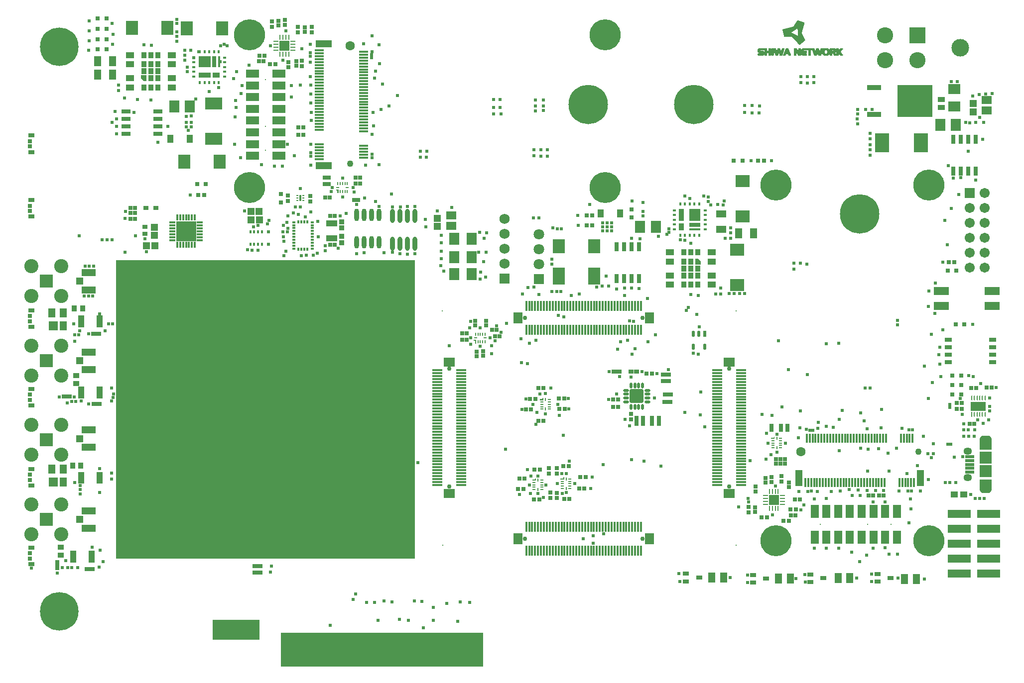
<source format=gts>
G04*
G04 #@! TF.GenerationSoftware,Altium Limited,Altium Designer,21.6.4 (81)*
G04*
G04 Layer_Color=8388736*
%FSAX25Y25*%
%MOIN*%
G70*
G04*
G04 #@! TF.SameCoordinates,04CDB6BB-DAA2-47D8-8ED5-A57D7073F3AE*
G04*
G04*
G04 #@! TF.FilePolarity,Negative*
G04*
G01*
G75*
%ADD44R,0.03543X0.02953*%
%ADD45R,0.03543X0.03150*%
%ADD49R,0.05512X0.03937*%
%ADD50R,0.03543X0.03937*%
%ADD51C,0.02918*%
%ADD52R,0.01457X0.00945*%
%ADD53R,0.01575X0.04252*%
%ADD54R,0.07835X0.09173*%
%ADD61R,0.03150X0.03150*%
%ADD62R,0.05000X0.02992*%
%ADD65R,0.07100X0.07100*%
%ADD66R,0.01000X0.03200*%
%ADD67R,0.03200X0.01000*%
%ADD70R,0.06102X0.01181*%
%ADD71R,0.10827X0.04724*%
%ADD72R,0.01181X0.06102*%
%ADD73R,0.04724X0.10827*%
%ADD74R,0.09800X0.03700*%
%ADD75R,0.23300X0.21700*%
%ADD78R,0.05100X0.03500*%
%ADD79R,0.08300X0.03500*%
%ADD80R,0.08300X0.07400*%
%ADD81R,0.02600X0.07400*%
%ADD82R,0.01400X0.07400*%
%ADD83R,0.02000X0.01300*%
%ADD84R,0.01300X0.02000*%
%ADD85R,0.09173X0.07835*%
%ADD86R,0.02816X0.02648*%
%ADD87R,0.02016X0.02288*%
%ADD88R,0.02911X0.02648*%
%ADD89R,0.02756X0.02756*%
G04:AMPARAMS|DCode=90|XSize=40.88mil|YSize=20.95mil|CornerRadius=10.48mil|HoleSize=0mil|Usage=FLASHONLY|Rotation=270.000|XOffset=0mil|YOffset=0mil|HoleType=Round|Shape=RoundedRectangle|*
%AMROUNDEDRECTD90*
21,1,0.04088,0.00000,0,0,270.0*
21,1,0.01993,0.02095,0,0,270.0*
1,1,0.02095,0.00000,-0.00996*
1,1,0.02095,0.00000,0.00996*
1,1,0.02095,0.00000,0.00996*
1,1,0.02095,0.00000,-0.00996*
%
%ADD90ROUNDEDRECTD90*%
%ADD91R,0.02095X0.04088*%
G04:AMPARAMS|DCode=92|XSize=61.02mil|YSize=23.62mil|CornerRadius=2.01mil|HoleSize=0mil|Usage=FLASHONLY|Rotation=90.000|XOffset=0mil|YOffset=0mil|HoleType=Round|Shape=RoundedRectangle|*
%AMROUNDEDRECTD92*
21,1,0.06102,0.01961,0,0,90.0*
21,1,0.05701,0.02362,0,0,90.0*
1,1,0.00402,0.00980,0.02850*
1,1,0.00402,0.00980,-0.02850*
1,1,0.00402,-0.00980,-0.02850*
1,1,0.00402,-0.00980,0.02850*
%
%ADD92ROUNDEDRECTD92*%
G04:AMPARAMS|DCode=94|XSize=61.02mil|YSize=23.62mil|CornerRadius=2.01mil|HoleSize=0mil|Usage=FLASHONLY|Rotation=0.000|XOffset=0mil|YOffset=0mil|HoleType=Round|Shape=RoundedRectangle|*
%AMROUNDEDRECTD94*
21,1,0.06102,0.01961,0,0,0.0*
21,1,0.05701,0.02362,0,0,0.0*
1,1,0.00402,0.02850,-0.00980*
1,1,0.00402,-0.02850,-0.00980*
1,1,0.00402,-0.02850,0.00980*
1,1,0.00402,0.02850,0.00980*
%
%ADD94ROUNDEDRECTD94*%
%ADD95R,0.04546X0.06717*%
%ADD96R,0.03500X0.05100*%
%ADD97R,0.03500X0.08300*%
%ADD98R,0.07400X0.08300*%
%ADD99R,0.07400X0.02600*%
%ADD100R,0.07400X0.01400*%
%ADD101R,0.06717X0.04546*%
%ADD102R,0.04331X0.05315*%
%ADD103R,0.07874X0.11811*%
%ADD104R,0.11811X0.07874*%
%ADD105R,0.02631X0.02648*%
%ADD111R,0.07480X0.04331*%
%ADD113R,0.02648X0.02911*%
%ADD120R,0.02288X0.02016*%
%ADD124R,0.02648X0.02816*%
%ADD125R,0.01378X0.01968*%
%ADD128R,0.01870X0.01968*%
G04:AMPARAMS|DCode=129|XSize=33.06mil|YSize=8.76mil|CornerRadius=4.38mil|HoleSize=0mil|Usage=FLASHONLY|Rotation=90.000|XOffset=0mil|YOffset=0mil|HoleType=Round|Shape=RoundedRectangle|*
%AMROUNDEDRECTD129*
21,1,0.03306,0.00000,0,0,90.0*
21,1,0.02430,0.00876,0,0,90.0*
1,1,0.00876,0.00000,0.01215*
1,1,0.00876,0.00000,-0.01215*
1,1,0.00876,0.00000,-0.01215*
1,1,0.00876,0.00000,0.01215*
%
%ADD129ROUNDEDRECTD129*%
%ADD130R,0.00876X0.03306*%
%ADD131R,0.05142X0.04166*%
%ADD132R,0.01968X0.01968*%
%ADD133R,0.09449X0.12992*%
%ADD145R,0.01181X0.02067*%
%ADD146R,0.01181X0.02067*%
%ADD147R,0.02067X0.01575*%
%ADD148R,0.02067X0.01575*%
%ADD149R,0.31496X0.13583*%
%ADD150R,1.35433X0.23032*%
%ADD151R,0.13595X0.13595*%
%ADD152R,0.01824X0.04343*%
%ADD153R,0.04343X0.01824*%
%ADD154R,0.04540X0.04540*%
%ADD155R,0.02572X0.02572*%
%ADD156R,0.05131X0.04934*%
%ADD157R,0.04934X0.05131*%
%ADD158R,0.06509X0.05328*%
%ADD159R,0.06509X0.08280*%
G04:AMPARAMS|DCode=160|XSize=19.81mil|YSize=37.53mil|CornerRadius=5.95mil|HoleSize=0mil|Usage=FLASHONLY|Rotation=180.000|XOffset=0mil|YOffset=0mil|HoleType=Round|Shape=RoundedRectangle|*
%AMROUNDEDRECTD160*
21,1,0.01981,0.02563,0,0,180.0*
21,1,0.00791,0.03753,0,0,180.0*
1,1,0.01190,-0.00396,0.01282*
1,1,0.01190,0.00396,0.01282*
1,1,0.01190,0.00396,-0.01282*
1,1,0.01190,-0.00396,-0.01282*
%
%ADD160ROUNDEDRECTD160*%
G04:AMPARAMS|DCode=161|XSize=19.81mil|YSize=37.53mil|CornerRadius=5.95mil|HoleSize=0mil|Usage=FLASHONLY|Rotation=90.000|XOffset=0mil|YOffset=0mil|HoleType=Round|Shape=RoundedRectangle|*
%AMROUNDEDRECTD161*
21,1,0.01981,0.02563,0,0,90.0*
21,1,0.00791,0.03753,0,0,90.0*
1,1,0.01190,0.01282,0.00396*
1,1,0.01190,0.01282,-0.00396*
1,1,0.01190,-0.01282,-0.00396*
1,1,0.01190,-0.01282,0.00396*
%
%ADD161ROUNDEDRECTD161*%
G04:AMPARAMS|DCode=162|XSize=90.68mil|YSize=90.68mil|CornerRadius=6.07mil|HoleSize=0mil|Usage=FLASHONLY|Rotation=90.000|XOffset=0mil|YOffset=0mil|HoleType=Round|Shape=RoundedRectangle|*
%AMROUNDEDRECTD162*
21,1,0.09068,0.07854,0,0,90.0*
21,1,0.07854,0.09068,0,0,90.0*
1,1,0.01213,0.03927,0.03927*
1,1,0.01213,0.03927,-0.03927*
1,1,0.01213,-0.03927,-0.03927*
1,1,0.01213,-0.03927,0.03927*
%
%ADD162ROUNDEDRECTD162*%
%ADD163R,0.06115X0.02375*%
%ADD164R,0.08280X0.07887*%
%ADD165R,0.09087X0.05209*%
%ADD166R,0.02769X0.02572*%
%ADD167R,0.10400X0.05200*%
%ADD168R,0.02965X0.02965*%
%ADD169R,0.02362X0.00787*%
%ADD170R,0.00787X0.02362*%
%ADD171C,0.00709*%
%ADD172R,0.02572X0.02769*%
%ADD173R,0.02965X0.02965*%
%ADD174R,0.00787X0.02362*%
%ADD175R,0.02362X0.00787*%
%ADD176R,0.06706X0.08083*%
%ADD177R,0.03359X0.03162*%
%ADD178R,0.01784X0.06902*%
%ADD179R,0.06115X0.07493*%
%ADD180O,0.03162X0.09461*%
%ADD181O,0.03162X0.08280*%
%ADD182R,0.03635X0.03635*%
%ADD183R,0.05209X0.09087*%
%ADD184R,0.04343X0.02769*%
%ADD185R,0.04540X0.06509*%
%ADD186R,0.04934X0.04737*%
%ADD187R,0.09461X0.04934*%
%ADD188R,0.03162X0.03359*%
%ADD189R,0.04737X0.06312*%
%ADD190R,0.06312X0.06312*%
%ADD191R,0.15288X0.05800*%
%ADD192R,0.04343X0.03162*%
%ADD193R,0.02965X0.03162*%
%ADD194R,0.10039X0.06496*%
%ADD195R,0.07493X0.06115*%
%ADD196R,0.06902X0.01784*%
%ADD197R,0.07887X0.01784*%
%ADD198R,0.08280X0.06509*%
%ADD199R,0.04147X0.01981*%
%ADD200R,0.04343X0.03556*%
%ADD201R,0.03556X0.04343*%
%ADD202R,0.03600X0.17300*%
%ADD203R,0.03600X0.13400*%
%ADD204R,0.04737X0.03635*%
%ADD205R,0.08280X0.07001*%
%ADD206C,0.09461*%
%ADD207R,0.08674X0.08674*%
%ADD208C,0.06902*%
%ADD209R,0.06902X0.06902*%
%ADD210C,0.07099*%
%ADD211R,0.07099X0.07099*%
%ADD212C,0.11800*%
%ADD213R,0.10827X0.10827*%
%ADD214C,0.10827*%
%ADD215C,0.25800*%
%ADD216O,0.05721X0.04934*%
%ADD217O,0.08280X0.05524*%
%ADD218C,0.00800*%
%ADD219C,0.06299*%
%ADD220C,0.04331*%
%ADD221C,0.26391*%
%ADD222C,0.02966*%
%ADD223C,0.10800*%
%ADD224C,0.24800*%
%ADD225R,0.00800X0.00800*%
%ADD226R,0.06706X0.06706*%
%ADD227C,0.06706*%
%ADD228C,0.02400*%
%ADD229C,0.20800*%
G36*
X0494571Y0017504D02*
X0494623Y0017494D01*
X0494672Y0017477D01*
X0494681Y0017472D01*
X0494694Y0017470D01*
X0494744Y0017453D01*
X0494753Y0017449D01*
X0494766Y0017446D01*
X0494816Y0017429D01*
X0494825Y0017425D01*
X0494838Y0017422D01*
X0494887Y0017405D01*
X0494896Y0017401D01*
X0494909Y0017398D01*
X0494949Y0017385D01*
X0494953Y0017385D01*
X0495005Y0017374D01*
X0495055Y0017357D01*
X0495064Y0017353D01*
X0495077Y0017350D01*
X0495126Y0017334D01*
X0495135Y0017329D01*
X0495148Y0017327D01*
X0495198Y0017310D01*
X0495207Y0017305D01*
X0495220Y0017303D01*
X0495259Y0017289D01*
X0495264Y0017289D01*
X0495316Y0017279D01*
X0495365Y0017262D01*
X0495374Y0017257D01*
X0495387Y0017255D01*
X0495437Y0017238D01*
X0495446Y0017234D01*
X0495459Y0017231D01*
X0495508Y0017214D01*
X0495518Y0017210D01*
X0495531Y0017207D01*
X0495580Y0017190D01*
X0495589Y0017186D01*
X0495602Y0017183D01*
X0495642Y0017170D01*
X0495646Y0017169D01*
X0495698Y0017159D01*
X0495748Y0017142D01*
X0495756Y0017138D01*
X0495770Y0017135D01*
X0495819Y0017119D01*
X0495828Y0017114D01*
X0495841Y0017111D01*
X0495891Y0017095D01*
X0495900Y0017090D01*
X0495913Y0017088D01*
X0495962Y0017071D01*
X0495972Y0017066D01*
X0495985Y0017064D01*
X0496024Y0017050D01*
X0496029Y0017050D01*
X0496080Y0017040D01*
X0496130Y0017023D01*
X0496139Y0017018D01*
X0496152Y0017016D01*
X0496202Y0016999D01*
X0496210Y0016995D01*
X0496223Y0016992D01*
X0496273Y0016975D01*
X0496282Y0016971D01*
X0496295Y0016968D01*
X0496345Y0016951D01*
X0496354Y0016947D01*
X0496367Y0016944D01*
X0496406Y0016931D01*
X0496411Y0016931D01*
X0496462Y0016920D01*
X0496512Y0016904D01*
X0496521Y0016899D01*
X0496534Y0016896D01*
X0496584Y0016880D01*
X0496593Y0016875D01*
X0496606Y0016873D01*
X0496656Y0016856D01*
X0496664Y0016851D01*
X0496677Y0016849D01*
X0496727Y0016832D01*
X0496736Y0016827D01*
X0496749Y0016825D01*
X0496789Y0016811D01*
X0496793Y0016811D01*
X0496845Y0016801D01*
X0496894Y0016784D01*
X0496904Y0016780D01*
X0496916Y0016777D01*
X0496966Y0016760D01*
X0496975Y0016756D01*
X0496988Y0016753D01*
X0497038Y0016736D01*
X0497047Y0016732D01*
X0497060Y0016729D01*
X0497110Y0016712D01*
X0497119Y0016708D01*
X0497131Y0016705D01*
X0497171Y0016692D01*
X0497176Y0016692D01*
X0497227Y0016681D01*
X0497277Y0016665D01*
X0497286Y0016660D01*
X0497299Y0016657D01*
X0497348Y0016641D01*
X0497358Y0016636D01*
X0497370Y0016634D01*
X0497420Y0016617D01*
X0497429Y0016612D01*
X0497442Y0016610D01*
X0497492Y0016593D01*
X0497501Y0016588D01*
X0497514Y0016586D01*
X0497553Y0016572D01*
X0497558Y0016572D01*
X0497609Y0016562D01*
X0497659Y0016545D01*
X0497668Y0016541D01*
X0497681Y0016538D01*
X0497731Y0016521D01*
X0497740Y0016517D01*
X0497753Y0016514D01*
X0497802Y0016497D01*
X0497811Y0016493D01*
X0497824Y0016490D01*
X0497874Y0016473D01*
X0497883Y0016469D01*
X0497896Y0016466D01*
X0497935Y0016453D01*
X0497940Y0016453D01*
X0497992Y0016443D01*
X0498041Y0016426D01*
X0498050Y0016421D01*
X0498063Y0016419D01*
X0498113Y0016402D01*
X0498122Y0016397D01*
X0498135Y0016395D01*
X0498185Y0016378D01*
X0498194Y0016373D01*
X0498207Y0016371D01*
X0498246Y0016357D01*
X0498251Y0016357D01*
X0498302Y0016347D01*
X0498352Y0016330D01*
X0498361Y0016326D01*
X0498374Y0016323D01*
X0498424Y0016306D01*
X0498433Y0016302D01*
X0498446Y0016299D01*
X0498495Y0016282D01*
X0498504Y0016278D01*
X0498517Y0016275D01*
X0498567Y0016258D01*
X0498576Y0016254D01*
X0498589Y0016251D01*
X0498639Y0016235D01*
X0498648Y0016230D01*
X0498661Y0016227D01*
X0498710Y0016211D01*
X0498757Y0016187D01*
X0498801Y0016158D01*
X0498841Y0016124D01*
X0498875Y0016084D01*
X0498904Y0016041D01*
X0498927Y0015994D01*
X0498944Y0015944D01*
X0498954Y0015892D01*
X0498958Y0015840D01*
Y0015768D01*
X0498954Y0015716D01*
X0498944Y0015665D01*
X0498927Y0015615D01*
X0498923Y0015606D01*
X0498920Y0015593D01*
X0498907Y0015554D01*
X0498907Y0015549D01*
X0498896Y0015497D01*
X0498880Y0015448D01*
X0498875Y0015439D01*
X0498873Y0015426D01*
X0498859Y0015386D01*
X0498859Y0015386D01*
X0498859Y0015382D01*
X0498849Y0015330D01*
X0498832Y0015281D01*
X0498827Y0015272D01*
X0498825Y0015259D01*
X0498811Y0015219D01*
X0498811Y0015214D01*
X0498801Y0015163D01*
X0498787Y0015124D01*
X0498787Y0015119D01*
X0498777Y0015067D01*
X0498760Y0015018D01*
X0498756Y0015009D01*
X0498753Y0014996D01*
X0498740Y0014956D01*
X0498739Y0014952D01*
X0498729Y0014900D01*
X0498712Y0014851D01*
X0498708Y0014841D01*
X0498705Y0014829D01*
X0498692Y0014789D01*
X0498692Y0014784D01*
X0498681Y0014733D01*
X0498665Y0014683D01*
X0498660Y0014674D01*
X0498658Y0014661D01*
X0498644Y0014622D01*
X0498644Y0014617D01*
X0498634Y0014566D01*
X0498617Y0014516D01*
X0498612Y0014507D01*
X0498610Y0014494D01*
X0498601Y0014469D01*
X0498596Y0014455D01*
X0498596Y0014450D01*
X0498586Y0014398D01*
X0498572Y0014359D01*
X0498572Y0014354D01*
X0498562Y0014303D01*
X0498545Y0014253D01*
X0498541Y0014244D01*
X0498538Y0014231D01*
X0498525Y0014192D01*
X0498524Y0014187D01*
X0498514Y0014135D01*
X0498497Y0014086D01*
X0498493Y0014077D01*
X0498490Y0014064D01*
X0498477Y0014025D01*
X0498477Y0014020D01*
X0498466Y0013968D01*
X0498450Y0013919D01*
X0498445Y0013910D01*
X0498442Y0013897D01*
X0498429Y0013857D01*
X0498429Y0013857D01*
X0498429Y0013852D01*
X0498419Y0013801D01*
X0498402Y0013751D01*
X0498397Y0013742D01*
X0498395Y0013729D01*
X0498381Y0013690D01*
X0498381Y0013686D01*
X0498381Y0013685D01*
X0498371Y0013634D01*
X0498357Y0013594D01*
X0498357Y0013590D01*
X0498347Y0013538D01*
X0498330Y0013488D01*
X0498326Y0013479D01*
X0498324Y0013470D01*
X0498323Y0013466D01*
X0498310Y0013427D01*
X0498309Y0013422D01*
X0498299Y0013371D01*
X0498282Y0013321D01*
X0498278Y0013312D01*
X0498275Y0013299D01*
X0498262Y0013260D01*
X0498261Y0013255D01*
X0498251Y0013204D01*
X0498234Y0013154D01*
X0498230Y0013145D01*
X0498227Y0013132D01*
X0498214Y0013093D01*
X0498214Y0013088D01*
X0498204Y0013036D01*
X0498187Y0012987D01*
X0498182Y0012978D01*
X0498180Y0012965D01*
X0498166Y0012925D01*
X0498166Y0012921D01*
X0498156Y0012869D01*
X0498142Y0012830D01*
X0498142Y0012825D01*
X0498132Y0012774D01*
X0498115Y0012724D01*
X0498110Y0012715D01*
X0498108Y0012702D01*
X0498095Y0012663D01*
X0498094Y0012658D01*
X0498084Y0012606D01*
X0498067Y0012557D01*
X0498063Y0012548D01*
X0498060Y0012535D01*
X0498047Y0012495D01*
X0498046Y0012490D01*
X0498036Y0012439D01*
X0498019Y0012389D01*
X0498015Y0012380D01*
X0498012Y0012367D01*
X0497999Y0012328D01*
X0497999Y0012323D01*
X0497988Y0012272D01*
X0497972Y0012222D01*
X0497967Y0012213D01*
X0497964Y0012200D01*
X0497951Y0012161D01*
X0497951Y0012156D01*
X0497941Y0012105D01*
X0497927Y0012065D01*
X0497927Y0012060D01*
X0497917Y0012009D01*
X0497900Y0011959D01*
X0497895Y0011950D01*
X0497895Y0011950D01*
X0497893Y0011937D01*
X0497880Y0011898D01*
X0497879Y0011893D01*
X0497869Y0011842D01*
X0497852Y0011792D01*
X0497848Y0011783D01*
X0497845Y0011770D01*
X0497841Y0011759D01*
X0497832Y0011731D01*
X0497831Y0011726D01*
X0497821Y0011674D01*
X0497804Y0011625D01*
X0497800Y0011616D01*
X0497797Y0011603D01*
X0497784Y0011563D01*
X0497784Y0011558D01*
X0497773Y0011507D01*
X0497756Y0011457D01*
X0497752Y0011448D01*
X0497750Y0011439D01*
X0497750Y0011435D01*
X0497736Y0011396D01*
X0497736Y0011391D01*
X0497726Y0011340D01*
X0497712Y0011300D01*
X0497712Y0011296D01*
X0497702Y0011244D01*
X0497685Y0011195D01*
X0497680Y0011186D01*
X0497678Y0011173D01*
X0497664Y0011133D01*
X0497664Y0011128D01*
X0497654Y0011077D01*
X0497637Y0011027D01*
X0497633Y0011018D01*
X0497630Y0011005D01*
X0497617Y0010966D01*
X0497616Y0010961D01*
X0497606Y0010910D01*
X0497589Y0010860D01*
X0497585Y0010851D01*
X0497582Y0010838D01*
X0497569Y0010799D01*
X0497569Y0010794D01*
X0497558Y0010742D01*
X0497542Y0010693D01*
X0497537Y0010684D01*
X0497534Y0010671D01*
X0497521Y0010631D01*
X0497521Y0010627D01*
X0497510Y0010575D01*
X0497497Y0010536D01*
X0497497Y0010531D01*
X0497487Y0010480D01*
X0497470Y0010430D01*
X0497465Y0010421D01*
X0497463Y0010408D01*
X0497449Y0010369D01*
X0497449Y0010364D01*
X0497439Y0010312D01*
X0497422Y0010263D01*
X0497418Y0010254D01*
X0497415Y0010241D01*
X0497402Y0010201D01*
X0497401Y0010197D01*
X0497391Y0010145D01*
X0497374Y0010096D01*
X0497370Y0010086D01*
X0497367Y0010073D01*
X0497354Y0010034D01*
X0497354Y0010029D01*
X0497343Y0009978D01*
X0497326Y0009928D01*
X0497322Y0009919D01*
X0497319Y0009906D01*
X0497306Y0009867D01*
X0497306Y0009862D01*
X0497296Y0009811D01*
X0497282Y0009771D01*
X0497282Y0009766D01*
X0497272Y0009715D01*
X0497255Y0009665D01*
X0497250Y0009656D01*
X0497248Y0009643D01*
X0497234Y0009604D01*
X0497234Y0009599D01*
X0497224Y0009548D01*
X0497207Y0009498D01*
X0497202Y0009489D01*
X0497200Y0009476D01*
X0497187Y0009437D01*
X0497186Y0009432D01*
X0497176Y0009381D01*
X0497159Y0009331D01*
X0497155Y0009322D01*
X0497152Y0009309D01*
X0497139Y0009269D01*
X0497139Y0009265D01*
X0497128Y0009213D01*
X0497111Y0009164D01*
X0497107Y0009155D01*
X0497104Y0009142D01*
X0497091Y0009102D01*
X0497091Y0009097D01*
X0497080Y0009046D01*
X0497067Y0009007D01*
X0497067Y0009002D01*
X0497056Y0008950D01*
X0497040Y0008901D01*
X0497035Y0008892D01*
X0497034Y0008884D01*
X0497062Y0008875D01*
X0497109Y0008852D01*
X0497152Y0008823D01*
X0497192Y0008788D01*
X0497226Y0008749D01*
X0497255Y0008705D01*
X0497275Y0008664D01*
X0497278Y0008659D01*
X0497279Y0008657D01*
X0497302Y0008611D01*
X0497303Y0008609D01*
X0497326Y0008563D01*
X0497327Y0008562D01*
X0497342Y0008532D01*
X0497350Y0008516D01*
X0497351Y0008514D01*
X0497374Y0008468D01*
X0497375Y0008466D01*
X0497398Y0008420D01*
X0497399Y0008418D01*
X0497422Y0008372D01*
X0497423Y0008371D01*
X0497445Y0008325D01*
X0497447Y0008323D01*
X0497469Y0008277D01*
X0497471Y0008275D01*
X0497493Y0008229D01*
X0497493Y0008229D01*
X0497494Y0008227D01*
X0497517Y0008181D01*
X0497518Y0008179D01*
X0497542Y0008132D01*
X0497558Y0008083D01*
X0497561Y0008070D01*
X0497565Y0008062D01*
X0497566Y0008060D01*
X0497589Y0008014D01*
X0497590Y0008012D01*
X0497613Y0007966D01*
X0497614Y0007964D01*
X0497636Y0007920D01*
X0497637Y0007918D01*
X0497638Y0007916D01*
X0497660Y0007870D01*
X0497662Y0007869D01*
X0497684Y0007823D01*
X0497685Y0007821D01*
X0497708Y0007775D01*
X0497708Y0007775D01*
X0497709Y0007773D01*
X0497731Y0007730D01*
X0497732Y0007727D01*
X0497733Y0007725D01*
X0497753Y0007685D01*
X0497756Y0007679D01*
X0497757Y0007677D01*
X0497780Y0007632D01*
X0497781Y0007630D01*
X0497804Y0007584D01*
X0497805Y0007582D01*
X0497828Y0007536D01*
X0497829Y0007534D01*
X0497852Y0007488D01*
X0497853Y0007486D01*
X0497875Y0007440D01*
X0497877Y0007439D01*
X0497899Y0007393D01*
X0497901Y0007391D01*
X0497923Y0007345D01*
X0497925Y0007343D01*
X0497947Y0007297D01*
X0497947Y0007297D01*
X0497948Y0007295D01*
X0497971Y0007249D01*
X0497972Y0007247D01*
X0497994Y0007204D01*
X0497995Y0007201D01*
X0497996Y0007200D01*
X0498019Y0007154D01*
X0498020Y0007152D01*
X0498043Y0007106D01*
X0498044Y0007104D01*
X0498067Y0007058D01*
X0498068Y0007056D01*
X0498091Y0007010D01*
X0498092Y0007008D01*
X0498114Y0006963D01*
X0498116Y0006961D01*
X0498138Y0006915D01*
X0498139Y0006913D01*
X0498162Y0006867D01*
X0498163Y0006865D01*
X0498186Y0006819D01*
X0498187Y0006817D01*
X0498210Y0006771D01*
X0498211Y0006769D01*
X0498234Y0006724D01*
X0498235Y0006722D01*
X0498258Y0006676D01*
X0498259Y0006674D01*
X0498282Y0006627D01*
X0498299Y0006577D01*
X0498302Y0006564D01*
X0498306Y0006556D01*
X0498307Y0006555D01*
X0498329Y0006509D01*
X0498331Y0006507D01*
X0498353Y0006461D01*
X0498353Y0006461D01*
X0498355Y0006459D01*
X0498377Y0006413D01*
X0498377Y0006413D01*
X0498379Y0006411D01*
X0498396Y0006375D01*
X0498401Y0006365D01*
X0498402Y0006363D01*
X0498425Y0006318D01*
X0498425Y0006317D01*
X0498426Y0006316D01*
X0498449Y0006270D01*
X0498450Y0006268D01*
X0498473Y0006222D01*
X0498474Y0006220D01*
X0498497Y0006174D01*
X0498498Y0006172D01*
X0498521Y0006126D01*
X0498522Y0006124D01*
X0498545Y0006078D01*
X0498546Y0006077D01*
X0498568Y0006031D01*
X0498570Y0006029D01*
X0498592Y0005983D01*
X0498594Y0005981D01*
X0498616Y0005935D01*
X0498617Y0005933D01*
X0498640Y0005887D01*
X0498641Y0005886D01*
X0498664Y0005840D01*
X0498664Y0005839D01*
X0498665Y0005838D01*
X0498688Y0005792D01*
X0498689Y0005790D01*
X0498712Y0005744D01*
X0498713Y0005742D01*
X0498736Y0005696D01*
X0498736Y0005696D01*
X0498737Y0005694D01*
X0498760Y0005648D01*
X0498761Y0005646D01*
X0498783Y0005602D01*
X0498783Y0005601D01*
X0498785Y0005599D01*
X0498807Y0005553D01*
X0498809Y0005551D01*
X0498831Y0005505D01*
X0498833Y0005503D01*
X0498855Y0005457D01*
X0498856Y0005455D01*
X0498879Y0005409D01*
X0498880Y0005407D01*
X0498903Y0005362D01*
X0498904Y0005360D01*
X0498925Y0005317D01*
X0498927Y0005314D01*
X0498928Y0005312D01*
X0498948Y0005271D01*
X0498951Y0005266D01*
X0498952Y0005264D01*
X0498975Y0005218D01*
X0498976Y0005216D01*
X0498998Y0005170D01*
X0499000Y0005169D01*
X0499023Y0005122D01*
X0499040Y0005072D01*
X0499042Y0005059D01*
X0499046Y0005051D01*
X0499048Y0005049D01*
X0499070Y0005003D01*
X0499071Y0005001D01*
X0499093Y0004957D01*
X0499094Y0004955D01*
X0499095Y0004954D01*
X0499118Y0004908D01*
X0499118Y0004908D01*
X0499119Y0004906D01*
X0499142Y0004860D01*
X0499143Y0004858D01*
X0499166Y0004812D01*
X0499167Y0004810D01*
X0499190Y0004764D01*
X0499191Y0004762D01*
X0499214Y0004716D01*
X0499215Y0004715D01*
X0499237Y0004669D01*
X0499239Y0004667D01*
X0499261Y0004621D01*
X0499263Y0004619D01*
X0499285Y0004573D01*
X0499287Y0004571D01*
X0499310Y0004524D01*
X0499327Y0004475D01*
X0499337Y0004423D01*
X0499340Y0004371D01*
Y0004347D01*
X0499337Y0004295D01*
X0499327Y0004243D01*
X0499310Y0004194D01*
X0499287Y0004146D01*
X0499257Y0004103D01*
X0499223Y0004064D01*
X0499183Y0004029D01*
X0499140Y0004000D01*
X0499130Y0003995D01*
X0499127Y0003992D01*
X0499115Y0003981D01*
X0499103Y0003968D01*
X0499090Y0003957D01*
X0499079Y0003944D01*
X0499067Y0003933D01*
X0499055Y0003920D01*
X0499043Y0003909D01*
X0499032Y0003896D01*
X0499019Y0003885D01*
X0499008Y0003872D01*
X0498995Y0003861D01*
X0498984Y0003848D01*
X0498971Y0003837D01*
X0498960Y0003824D01*
X0498920Y0003790D01*
X0498877Y0003761D01*
X0498867Y0003756D01*
X0498864Y0003753D01*
X0498852Y0003742D01*
X0498841Y0003729D01*
X0498828Y0003718D01*
X0498817Y0003705D01*
X0498804Y0003694D01*
X0498797Y0003686D01*
X0498793Y0003681D01*
X0498780Y0003670D01*
X0498769Y0003657D01*
X0498756Y0003646D01*
X0498745Y0003633D01*
X0498732Y0003622D01*
X0498721Y0003610D01*
X0498708Y0003598D01*
X0498697Y0003586D01*
X0498658Y0003551D01*
X0498614Y0003522D01*
X0498604Y0003517D01*
X0498601Y0003514D01*
X0498589Y0003503D01*
X0498578Y0003490D01*
X0498565Y0003479D01*
X0498554Y0003466D01*
X0498541Y0003455D01*
X0498530Y0003442D01*
X0498517Y0003431D01*
X0498506Y0003418D01*
X0498493Y0003407D01*
X0498482Y0003394D01*
X0498469Y0003383D01*
X0498458Y0003370D01*
X0498445Y0003359D01*
X0498434Y0003347D01*
X0498395Y0003312D01*
X0498351Y0003283D01*
X0498341Y0003278D01*
X0498339Y0003275D01*
X0498326Y0003264D01*
X0498315Y0003251D01*
X0498302Y0003240D01*
X0498291Y0003227D01*
X0498278Y0003216D01*
X0498267Y0003203D01*
X0498254Y0003192D01*
X0498243Y0003179D01*
X0498230Y0003168D01*
X0498219Y0003156D01*
X0498207Y0003144D01*
X0498195Y0003132D01*
X0498156Y0003097D01*
X0498112Y0003068D01*
X0498103Y0003063D01*
X0498100Y0003060D01*
X0498087Y0003049D01*
X0498076Y0003036D01*
X0498063Y0003025D01*
X0498052Y0003012D01*
X0498039Y0003001D01*
X0498028Y0002988D01*
X0498015Y0002977D01*
X0498004Y0002964D01*
X0497991Y0002953D01*
X0497980Y0002940D01*
X0497967Y0002929D01*
X0497956Y0002916D01*
X0497944Y0002905D01*
X0497932Y0002893D01*
X0497893Y0002858D01*
X0497849Y0002829D01*
X0497840Y0002824D01*
X0497837Y0002821D01*
X0497824Y0002810D01*
X0497813Y0002797D01*
X0497800Y0002786D01*
X0497789Y0002773D01*
X0497776Y0002762D01*
X0497765Y0002749D01*
X0497753Y0002738D01*
X0497741Y0002725D01*
X0497728Y0002714D01*
X0497717Y0002702D01*
X0497705Y0002690D01*
X0497693Y0002678D01*
X0497681Y0002666D01*
X0497670Y0002654D01*
X0497630Y0002619D01*
X0497587Y0002590D01*
X0497577Y0002585D01*
X0497574Y0002582D01*
X0497561Y0002571D01*
X0497550Y0002558D01*
X0497537Y0002547D01*
X0497526Y0002534D01*
X0497513Y0002523D01*
X0497502Y0002510D01*
X0497490Y0002499D01*
X0497478Y0002486D01*
X0497466Y0002475D01*
X0497455Y0002462D01*
X0497442Y0002451D01*
X0497437Y0002445D01*
X0497431Y0002439D01*
X0497418Y0002427D01*
X0497407Y0002415D01*
X0497367Y0002380D01*
X0497324Y0002351D01*
X0497314Y0002346D01*
X0497311Y0002343D01*
X0497298Y0002332D01*
X0497287Y0002319D01*
X0497275Y0002308D01*
X0497263Y0002295D01*
X0497251Y0002284D01*
X0497239Y0002271D01*
X0497227Y0002260D01*
X0497216Y0002248D01*
X0497203Y0002236D01*
X0497192Y0002224D01*
X0497179Y0002213D01*
X0497177Y0002210D01*
X0497168Y0002200D01*
X0497155Y0002189D01*
X0497144Y0002176D01*
X0497105Y0002141D01*
X0497061Y0002112D01*
X0497051Y0002107D01*
X0497048Y0002104D01*
X0497036Y0002093D01*
X0497024Y0002080D01*
X0497012Y0002069D01*
X0497001Y0002056D01*
X0496988Y0002045D01*
X0496977Y0002032D01*
X0496964Y0002021D01*
X0496953Y0002008D01*
X0496940Y0001997D01*
X0496929Y0001985D01*
X0496916Y0001973D01*
X0496905Y0001961D01*
X0496866Y0001926D01*
X0496822Y0001897D01*
X0496812Y0001892D01*
X0496809Y0001889D01*
X0496797Y0001878D01*
X0496785Y0001865D01*
X0496773Y0001854D01*
X0496762Y0001841D01*
X0496749Y0001830D01*
X0496738Y0001817D01*
X0496725Y0001806D01*
X0496715Y0001795D01*
X0496714Y0001794D01*
X0496701Y0001782D01*
X0496690Y0001770D01*
X0496677Y0001758D01*
X0496666Y0001746D01*
X0496653Y0001735D01*
X0496642Y0001722D01*
X0496603Y0001687D01*
X0496559Y0001658D01*
X0496549Y0001653D01*
X0496547Y0001650D01*
X0496534Y0001639D01*
X0496523Y0001626D01*
X0496510Y0001615D01*
X0496499Y0001602D01*
X0496486Y0001591D01*
X0496475Y0001578D01*
X0496462Y0001567D01*
X0496451Y0001555D01*
X0496438Y0001543D01*
X0496427Y0001531D01*
X0496414Y0001519D01*
X0496403Y0001507D01*
X0496390Y0001496D01*
X0496379Y0001483D01*
X0496340Y0001448D01*
X0496296Y0001419D01*
X0496286Y0001414D01*
X0496284Y0001411D01*
X0496271Y0001400D01*
X0496260Y0001387D01*
X0496247Y0001376D01*
X0496236Y0001363D01*
X0496223Y0001352D01*
X0496212Y0001340D01*
X0496199Y0001328D01*
X0496188Y0001316D01*
X0496175Y0001304D01*
X0496164Y0001292D01*
X0496152Y0001281D01*
X0496140Y0001268D01*
X0496128Y0001257D01*
X0496116Y0001244D01*
X0496077Y0001209D01*
X0496033Y0001180D01*
X0496024Y0001175D01*
X0496021Y0001172D01*
X0495982Y0001138D01*
X0495938Y0001108D01*
X0495891Y0001085D01*
X0495841Y0001068D01*
X0495790Y0001058D01*
X0495738Y0001055D01*
X0495714D01*
X0495661Y0001058D01*
X0495610Y0001068D01*
X0495560Y0001085D01*
X0495513Y0001108D01*
X0495470Y0001138D01*
X0495430Y0001172D01*
X0495419Y0001185D01*
X0495406Y0001196D01*
X0495395Y0001209D01*
X0495382Y0001220D01*
X0495371Y0001233D01*
X0495358Y0001244D01*
X0495347Y0001257D01*
X0495334Y0001268D01*
X0495323Y0001281D01*
X0495311Y0001292D01*
X0495299Y0001304D01*
X0495287Y0001316D01*
X0495276Y0001328D01*
X0495263Y0001340D01*
X0495252Y0001352D01*
X0495239Y0001363D01*
X0495204Y0001403D01*
X0495175Y0001446D01*
X0495170Y0001456D01*
X0495167Y0001459D01*
X0495156Y0001472D01*
X0495143Y0001483D01*
X0495132Y0001496D01*
X0495119Y0001507D01*
X0495108Y0001519D01*
X0495096Y0001531D01*
X0495089Y0001539D01*
X0495084Y0001543D01*
X0495072Y0001555D01*
X0495060Y0001567D01*
X0495048Y0001578D01*
X0495046Y0001581D01*
X0495037Y0001591D01*
X0495024Y0001602D01*
X0495013Y0001615D01*
X0495000Y0001626D01*
X0494989Y0001639D01*
X0494976Y0001650D01*
X0494965Y0001663D01*
X0494952Y0001674D01*
X0494941Y0001687D01*
X0494928Y0001698D01*
X0494917Y0001711D01*
X0494904Y0001722D01*
X0494903Y0001723D01*
X0494893Y0001735D01*
X0494880Y0001746D01*
X0494869Y0001758D01*
X0494857Y0001770D01*
X0494845Y0001782D01*
X0494833Y0001794D01*
X0494822Y0001806D01*
X0494809Y0001817D01*
X0494798Y0001830D01*
X0494785Y0001841D01*
X0494781Y0001845D01*
X0494774Y0001854D01*
X0494761Y0001865D01*
X0494727Y0001905D01*
X0494697Y0001948D01*
X0494693Y0001958D01*
X0494689Y0001961D01*
X0494678Y0001973D01*
X0494665Y0001985D01*
X0494654Y0001997D01*
X0494642Y0002008D01*
X0494638Y0002013D01*
X0494630Y0002021D01*
X0494618Y0002032D01*
X0494607Y0002045D01*
X0494594Y0002056D01*
X0494583Y0002069D01*
X0494570Y0002080D01*
X0494559Y0002093D01*
X0494546Y0002104D01*
X0494535Y0002117D01*
X0494522Y0002128D01*
X0494511Y0002141D01*
X0494498Y0002152D01*
X0494494Y0002156D01*
X0494487Y0002165D01*
X0494474Y0002176D01*
X0494463Y0002189D01*
X0494450Y0002200D01*
X0494439Y0002213D01*
X0494426Y0002224D01*
X0494415Y0002236D01*
X0494403Y0002248D01*
X0494391Y0002260D01*
X0494379Y0002271D01*
X0494375Y0002276D01*
X0494368Y0002284D01*
X0494355Y0002295D01*
X0494344Y0002308D01*
X0494331Y0002319D01*
X0494320Y0002332D01*
X0494307Y0002343D01*
X0494296Y0002356D01*
X0494283Y0002367D01*
X0494280Y0002371D01*
X0494272Y0002380D01*
X0494259Y0002391D01*
X0494225Y0002430D01*
X0494196Y0002474D01*
X0494195Y0002476D01*
X0494191Y0002484D01*
X0494188Y0002486D01*
X0494176Y0002499D01*
X0494164Y0002510D01*
X0494152Y0002523D01*
X0494140Y0002534D01*
X0494129Y0002547D01*
X0494116Y0002558D01*
X0494108Y0002567D01*
X0494105Y0002571D01*
X0494092Y0002582D01*
X0494081Y0002595D01*
X0494068Y0002606D01*
X0494057Y0002619D01*
X0494044Y0002630D01*
X0494040Y0002634D01*
X0494033Y0002643D01*
X0494020Y0002654D01*
X0494009Y0002666D01*
X0493996Y0002678D01*
X0493992Y0002682D01*
X0493985Y0002690D01*
X0493972Y0002702D01*
X0493961Y0002714D01*
X0493949Y0002725D01*
X0493937Y0002738D01*
X0493925Y0002749D01*
X0493914Y0002762D01*
X0493901Y0002773D01*
X0493890Y0002786D01*
X0493877Y0002797D01*
X0493866Y0002810D01*
X0493853Y0002821D01*
X0493849Y0002826D01*
X0493842Y0002834D01*
X0493829Y0002845D01*
X0493818Y0002858D01*
X0493805Y0002869D01*
X0493794Y0002881D01*
X0493781Y0002893D01*
X0493747Y0002932D01*
X0493718Y0002976D01*
X0493713Y0002985D01*
X0493710Y0002988D01*
X0493699Y0003001D01*
X0493686Y0003012D01*
X0493675Y0003025D01*
X0493662Y0003036D01*
X0493651Y0003049D01*
X0493638Y0003060D01*
X0493627Y0003073D01*
X0493614Y0003084D01*
X0493603Y0003097D01*
X0493590Y0003108D01*
X0493579Y0003120D01*
X0493566Y0003132D01*
X0493562Y0003136D01*
X0493555Y0003144D01*
X0493542Y0003156D01*
X0493531Y0003168D01*
X0493518Y0003179D01*
X0493507Y0003192D01*
X0493495Y0003203D01*
X0493491Y0003208D01*
X0493483Y0003216D01*
X0493471Y0003227D01*
X0493460Y0003240D01*
X0493447Y0003251D01*
X0493436Y0003264D01*
X0493423Y0003275D01*
X0493419Y0003280D01*
X0493412Y0003288D01*
X0493399Y0003299D01*
X0493388Y0003312D01*
X0493375Y0003323D01*
X0493364Y0003335D01*
X0493351Y0003347D01*
X0493343Y0003356D01*
X0493340Y0003359D01*
X0493327Y0003370D01*
X0493316Y0003383D01*
X0493303Y0003394D01*
X0493299Y0003399D01*
X0493292Y0003407D01*
X0493280Y0003418D01*
X0493245Y0003458D01*
X0493216Y0003501D01*
X0493211Y0003511D01*
X0493208Y0003514D01*
X0493197Y0003527D01*
X0493184Y0003538D01*
X0493173Y0003551D01*
X0493160Y0003562D01*
X0493152Y0003571D01*
X0493149Y0003574D01*
X0493136Y0003586D01*
X0493125Y0003598D01*
X0493112Y0003610D01*
X0493101Y0003622D01*
X0493088Y0003633D01*
X0493084Y0003638D01*
X0493077Y0003646D01*
X0493064Y0003657D01*
X0493061Y0003661D01*
X0493053Y0003670D01*
X0493041Y0003681D01*
X0493029Y0003694D01*
X0493017Y0003705D01*
X0493006Y0003718D01*
X0492993Y0003729D01*
X0492989Y0003734D01*
X0492982Y0003742D01*
X0492969Y0003753D01*
X0492958Y0003766D01*
X0492945Y0003777D01*
X0492934Y0003790D01*
X0492921Y0003801D01*
X0492918Y0003805D01*
X0492910Y0003813D01*
X0492897Y0003824D01*
X0492893Y0003829D01*
X0492886Y0003837D01*
X0492873Y0003848D01*
X0492862Y0003861D01*
X0492849Y0003872D01*
X0492838Y0003885D01*
X0492826Y0003896D01*
X0492814Y0003909D01*
X0492802Y0003920D01*
X0492794Y0003929D01*
X0492791Y0003933D01*
X0492778Y0003944D01*
X0492743Y0003983D01*
X0492714Y0004027D01*
X0492709Y0004037D01*
X0492706Y0004040D01*
X0492695Y0004052D01*
X0492682Y0004064D01*
X0492671Y0004076D01*
X0492658Y0004087D01*
X0492647Y0004100D01*
X0492634Y0004111D01*
X0492623Y0004124D01*
X0492611Y0004135D01*
X0492607Y0004139D01*
X0492599Y0004148D01*
X0492587Y0004159D01*
X0492576Y0004172D01*
X0492563Y0004183D01*
X0492552Y0004196D01*
X0492539Y0004207D01*
X0492531Y0004216D01*
X0492528Y0004219D01*
X0492515Y0004231D01*
X0492504Y0004244D01*
X0492491Y0004255D01*
X0492480Y0004267D01*
X0492467Y0004279D01*
X0492456Y0004291D01*
X0492443Y0004302D01*
X0492432Y0004315D01*
X0492419Y0004326D01*
X0492408Y0004339D01*
X0492395Y0004350D01*
X0492391Y0004355D01*
X0492384Y0004363D01*
X0492372Y0004374D01*
X0492360Y0004387D01*
X0492348Y0004398D01*
X0492337Y0004411D01*
X0492324Y0004422D01*
X0492313Y0004435D01*
X0492300Y0004446D01*
X0492265Y0004485D01*
X0492236Y0004529D01*
X0492235Y0004531D01*
X0492231Y0004539D01*
X0492228Y0004541D01*
X0492220Y0004551D01*
X0492217Y0004554D01*
X0492204Y0004565D01*
X0492193Y0004578D01*
X0492180Y0004589D01*
X0492169Y0004602D01*
X0492157Y0004613D01*
X0492145Y0004626D01*
X0492133Y0004637D01*
X0492122Y0004650D01*
X0492109Y0004661D01*
X0492098Y0004674D01*
X0492085Y0004685D01*
X0492074Y0004698D01*
X0492061Y0004709D01*
X0492050Y0004721D01*
X0492037Y0004733D01*
X0492026Y0004745D01*
X0492013Y0004756D01*
X0492002Y0004769D01*
X0491989Y0004780D01*
X0491978Y0004793D01*
X0491965Y0004804D01*
X0491960Y0004810D01*
X0491954Y0004817D01*
X0491941Y0004828D01*
X0491930Y0004841D01*
X0491918Y0004852D01*
X0491914Y0004857D01*
X0491906Y0004865D01*
X0491894Y0004876D01*
X0491883Y0004889D01*
X0491870Y0004900D01*
X0491859Y0004913D01*
X0491846Y0004924D01*
X0491835Y0004936D01*
X0491822Y0004948D01*
X0491811Y0004960D01*
X0491798Y0004972D01*
X0491764Y0005011D01*
X0491734Y0005054D01*
X0491730Y0005064D01*
X0491726Y0005067D01*
X0491715Y0005080D01*
X0491703Y0005091D01*
X0491691Y0005104D01*
X0491679Y0005115D01*
X0491675Y0005119D01*
X0491668Y0005128D01*
X0491655Y0005139D01*
X0491651Y0005143D01*
X0491644Y0005151D01*
X0491631Y0005163D01*
X0491620Y0005175D01*
X0491607Y0005187D01*
X0491602Y0005192D01*
X0491596Y0005199D01*
X0491583Y0005210D01*
X0491572Y0005223D01*
X0491559Y0005234D01*
X0491552Y0005243D01*
X0491548Y0005247D01*
X0491535Y0005258D01*
X0491524Y0005271D01*
X0491511Y0005282D01*
X0491500Y0005295D01*
X0491488Y0005306D01*
X0491486Y0005308D01*
X0491476Y0005319D01*
X0491464Y0005330D01*
X0491452Y0005343D01*
X0491440Y0005354D01*
X0491436Y0005358D01*
X0491429Y0005367D01*
X0491416Y0005378D01*
X0491405Y0005390D01*
X0491392Y0005402D01*
X0491381Y0005414D01*
X0491368Y0005426D01*
X0491357Y0005438D01*
X0491344Y0005449D01*
X0491333Y0005462D01*
X0491320Y0005473D01*
X0491286Y0005513D01*
X0491257Y0005556D01*
X0491252Y0005566D01*
X0491249Y0005569D01*
X0491237Y0005582D01*
X0491225Y0005593D01*
X0491221Y0005597D01*
X0491214Y0005605D01*
X0491201Y0005617D01*
X0491197Y0005621D01*
X0491190Y0005629D01*
X0491177Y0005641D01*
X0491166Y0005653D01*
X0491153Y0005664D01*
X0491142Y0005677D01*
X0491129Y0005688D01*
X0491118Y0005701D01*
X0491105Y0005712D01*
X0491094Y0005725D01*
X0491081Y0005736D01*
X0491070Y0005749D01*
X0491057Y0005760D01*
X0491053Y0005765D01*
X0491046Y0005773D01*
X0491034Y0005784D01*
X0491028Y0005790D01*
X0491022Y0005797D01*
X0491010Y0005808D01*
X0490998Y0005821D01*
X0490986Y0005832D01*
X0490975Y0005844D01*
X0490962Y0005856D01*
X0490951Y0005868D01*
X0490938Y0005880D01*
X0490927Y0005892D01*
X0490914Y0005903D01*
X0490903Y0005916D01*
X0490890Y0005927D01*
X0490879Y0005940D01*
X0490866Y0005951D01*
X0490855Y0005964D01*
X0490842Y0005975D01*
X0490831Y0005988D01*
X0490819Y0005999D01*
X0490784Y0006038D01*
X0490755Y0006082D01*
X0490750Y0006092D01*
X0490747Y0006095D01*
X0490736Y0006107D01*
X0490723Y0006118D01*
X0490712Y0006131D01*
X0490699Y0006142D01*
X0490695Y0006147D01*
X0490688Y0006155D01*
X0490675Y0006166D01*
X0490664Y0006179D01*
X0490651Y0006190D01*
X0490640Y0006203D01*
X0490627Y0006214D01*
X0490623Y0006219D01*
X0490616Y0006227D01*
X0490603Y0006238D01*
X0490592Y0006251D01*
X0490580Y0006262D01*
X0490568Y0006274D01*
X0490556Y0006286D01*
X0490545Y0006298D01*
X0490532Y0006310D01*
X0490525Y0006317D01*
X0490520Y0006322D01*
X0490508Y0006334D01*
X0490501Y0006341D01*
X0490497Y0006346D01*
X0490484Y0006357D01*
X0490479Y0006363D01*
X0490473Y0006370D01*
X0490460Y0006381D01*
X0490452Y0006390D01*
X0490449Y0006394D01*
X0490436Y0006405D01*
X0490425Y0006418D01*
X0490412Y0006429D01*
X0490408Y0006434D01*
X0490401Y0006442D01*
X0490388Y0006453D01*
X0490377Y0006466D01*
X0490365Y0006477D01*
X0490353Y0006489D01*
X0490343Y0006498D01*
X0490323Y0006485D01*
X0490276Y0006462D01*
X0490226Y0006445D01*
X0490174Y0006435D01*
X0490122Y0006431D01*
X0489644D01*
X0489592Y0006435D01*
X0489541Y0006445D01*
X0489510Y0006455D01*
X0488569D01*
X0488517Y0006458D01*
X0488465Y0006469D01*
X0488435Y0006479D01*
X0487494D01*
X0487441Y0006482D01*
X0487390Y0006493D01*
X0487360Y0006503D01*
X0486395D01*
X0486342Y0006506D01*
X0486291Y0006516D01*
X0486261Y0006527D01*
X0485606D01*
X0485554Y0006530D01*
X0485502Y0006540D01*
X0485453Y0006557D01*
X0485406Y0006580D01*
X0485362Y0006610D01*
X0485323Y0006644D01*
X0485288Y0006684D01*
X0485259Y0006727D01*
X0485236Y0006774D01*
X0485219Y0006824D01*
X0485216Y0006837D01*
X0485212Y0006846D01*
X0485195Y0006895D01*
X0485185Y0006947D01*
X0485184Y0006952D01*
X0485171Y0006991D01*
X0485161Y0007042D01*
X0485161Y0007047D01*
X0485147Y0007087D01*
X0485137Y0007138D01*
X0485135Y0007173D01*
X0485123Y0007206D01*
X0485113Y0007258D01*
X0485113Y0007262D01*
X0485100Y0007302D01*
X0485089Y0007353D01*
X0485089Y0007358D01*
X0485076Y0007397D01*
X0485065Y0007449D01*
X0485065Y0007453D01*
X0485065Y0007453D01*
X0485052Y0007493D01*
X0485042Y0007544D01*
X0485040Y0007561D01*
X0485039Y0007579D01*
X0485028Y0007612D01*
X0485018Y0007664D01*
X0485017Y0007669D01*
X0485004Y0007708D01*
X0484994Y0007759D01*
X0484993Y0007764D01*
X0484980Y0007803D01*
X0484970Y0007855D01*
X0484969Y0007860D01*
X0484968Y0007863D01*
X0484956Y0007899D01*
X0484946Y0007950D01*
X0484944Y0007985D01*
X0484943Y0007986D01*
X0484932Y0008019D01*
X0484922Y0008070D01*
X0484922Y0008075D01*
X0484908Y0008114D01*
X0484898Y0008166D01*
X0484898Y0008170D01*
X0484884Y0008210D01*
X0484874Y0008261D01*
X0484874Y0008266D01*
X0484861Y0008305D01*
X0484850Y0008357D01*
X0484848Y0008388D01*
X0484848Y0008391D01*
X0484837Y0008425D01*
X0484826Y0008476D01*
X0484826Y0008481D01*
X0484813Y0008520D01*
X0484802Y0008572D01*
X0484802Y0008577D01*
X0484789Y0008616D01*
X0484779Y0008667D01*
X0484776Y0008702D01*
X0484765Y0008735D01*
X0484755Y0008787D01*
X0484754Y0008792D01*
X0484741Y0008831D01*
X0484731Y0008882D01*
X0484730Y0008887D01*
X0484717Y0008926D01*
X0484707Y0008978D01*
X0484707Y0008983D01*
X0484693Y0009022D01*
X0484683Y0009074D01*
X0484681Y0009106D01*
X0484681Y0009108D01*
X0484669Y0009142D01*
X0484659Y0009193D01*
X0484659Y0009198D01*
X0484646Y0009237D01*
X0484635Y0009289D01*
X0484635Y0009293D01*
X0484622Y0009333D01*
X0484611Y0009384D01*
X0484611Y0009389D01*
X0484598Y0009428D01*
X0484587Y0009480D01*
X0484585Y0009514D01*
X0484574Y0009548D01*
X0484564Y0009599D01*
X0484563Y0009604D01*
X0484550Y0009643D01*
X0484540Y0009695D01*
X0484539Y0009700D01*
X0484526Y0009739D01*
X0484516Y0009790D01*
X0484515Y0009795D01*
X0484502Y0009834D01*
X0484492Y0009886D01*
X0484490Y0009920D01*
X0484478Y0009954D01*
X0484468Y0010005D01*
X0484468Y0010010D01*
X0484454Y0010050D01*
X0484444Y0010101D01*
X0484444Y0010106D01*
X0484430Y0010145D01*
X0484420Y0010197D01*
X0484418Y0010231D01*
X0484407Y0010265D01*
X0484396Y0010316D01*
X0484396Y0010321D01*
X0484383Y0010360D01*
X0484372Y0010412D01*
X0484372Y0010416D01*
X0484359Y0010456D01*
X0484348Y0010507D01*
X0484348Y0010512D01*
X0484335Y0010551D01*
X0484325Y0010603D01*
X0484322Y0010637D01*
X0484311Y0010671D01*
X0484301Y0010722D01*
X0484300Y0010727D01*
X0484287Y0010766D01*
X0484277Y0010818D01*
X0484276Y0010823D01*
X0484263Y0010862D01*
X0484253Y0010913D01*
X0484253Y0010918D01*
X0484239Y0010958D01*
X0484229Y0011009D01*
X0484226Y0011061D01*
Y0011157D01*
X0484229Y0011209D01*
X0484239Y0011261D01*
X0484256Y0011310D01*
X0484279Y0011357D01*
X0484308Y0011401D01*
X0484343Y0011440D01*
X0484356Y0011451D01*
X0484367Y0011464D01*
X0484406Y0011499D01*
X0484450Y0011528D01*
X0484497Y0011551D01*
X0484547Y0011568D01*
X0484598Y0011578D01*
X0484603Y0011579D01*
X0484642Y0011592D01*
X0484655Y0011594D01*
X0484664Y0011599D01*
X0484714Y0011616D01*
X0484765Y0011626D01*
X0484770Y0011626D01*
X0484809Y0011640D01*
X0484861Y0011650D01*
X0484866Y0011650D01*
X0484905Y0011664D01*
X0484957Y0011674D01*
X0484961Y0011674D01*
X0485001Y0011687D01*
X0485052Y0011698D01*
X0485057Y0011698D01*
X0485096Y0011711D01*
X0485109Y0011714D01*
X0485118Y0011718D01*
X0485168Y0011735D01*
X0485219Y0011745D01*
X0485224Y0011746D01*
X0485263Y0011759D01*
X0485315Y0011769D01*
X0485320Y0011770D01*
X0485359Y0011783D01*
X0485410Y0011793D01*
X0485415Y0011794D01*
X0485455Y0011807D01*
X0485506Y0011817D01*
X0485511Y0011817D01*
X0485550Y0011831D01*
X0485563Y0011833D01*
X0485572Y0011838D01*
X0485622Y0011855D01*
X0485673Y0011865D01*
X0485678Y0011865D01*
X0485717Y0011879D01*
X0485769Y0011889D01*
X0485774Y0011889D01*
X0485813Y0011902D01*
X0485864Y0011913D01*
X0485869Y0011913D01*
X0485909Y0011926D01*
X0485960Y0011937D01*
X0485965Y0011937D01*
X0486004Y0011950D01*
X0486017Y0011953D01*
X0486026Y0011957D01*
X0486076Y0011974D01*
X0486127Y0011984D01*
X0486132Y0011985D01*
X0486171Y0011998D01*
X0486223Y0012008D01*
X0486228Y0012009D01*
X0486267Y0012022D01*
X0486318Y0012032D01*
X0486323Y0012032D01*
X0486363Y0012046D01*
X0486414Y0012056D01*
X0486419Y0012056D01*
X0486458Y0012070D01*
X0486471Y0012072D01*
X0486480Y0012077D01*
X0486530Y0012094D01*
X0486581Y0012104D01*
X0486586Y0012104D01*
X0486625Y0012117D01*
X0486677Y0012128D01*
X0486682Y0012128D01*
X0486721Y0012141D01*
X0486772Y0012152D01*
X0486777Y0012152D01*
X0486817Y0012165D01*
X0486868Y0012176D01*
X0486873Y0012176D01*
X0486912Y0012189D01*
X0486925Y0012192D01*
X0486934Y0012196D01*
X0486984Y0012213D01*
X0487035Y0012223D01*
X0487040Y0012224D01*
X0487079Y0012237D01*
X0487131Y0012247D01*
X0487136Y0012248D01*
X0487175Y0012261D01*
X0487226Y0012271D01*
X0487231Y0012271D01*
X0487271Y0012285D01*
X0487322Y0012295D01*
X0487327Y0012295D01*
X0487366Y0012309D01*
X0487379Y0012311D01*
X0487388Y0012316D01*
X0487438Y0012333D01*
X0487489Y0012343D01*
X0487494Y0012343D01*
X0487533Y0012357D01*
X0487585Y0012367D01*
X0487590Y0012367D01*
X0487629Y0012380D01*
X0487680Y0012391D01*
X0487685Y0012391D01*
X0487725Y0012404D01*
X0487776Y0012415D01*
X0487781Y0012415D01*
X0487820Y0012428D01*
X0487833Y0012431D01*
X0487842Y0012435D01*
X0487892Y0012452D01*
X0487943Y0012462D01*
X0487948Y0012463D01*
X0487987Y0012476D01*
X0488039Y0012486D01*
X0488044Y0012487D01*
X0488083Y0012500D01*
X0488134Y0012510D01*
X0488139Y0012510D01*
X0488179Y0012524D01*
X0488230Y0012534D01*
X0488235Y0012534D01*
X0488274Y0012548D01*
X0488287Y0012550D01*
X0488296Y0012555D01*
X0488346Y0012572D01*
X0488397Y0012582D01*
X0488402Y0012582D01*
X0488441Y0012595D01*
X0488493Y0012606D01*
X0488498Y0012606D01*
X0488537Y0012619D01*
X0488588Y0012630D01*
X0488593Y0012630D01*
X0488633Y0012643D01*
X0488684Y0012653D01*
X0488689Y0012654D01*
X0488728Y0012667D01*
X0488780Y0012677D01*
X0488784Y0012678D01*
X0488824Y0012691D01*
X0488837Y0012694D01*
X0488846Y0012698D01*
X0488895Y0012715D01*
X0488947Y0012725D01*
X0488952Y0012725D01*
X0488991Y0012739D01*
X0489042Y0012749D01*
X0489047Y0012749D01*
X0489087Y0012763D01*
X0489138Y0012773D01*
X0489143Y0012773D01*
X0489182Y0012787D01*
X0489234Y0012797D01*
X0489238Y0012797D01*
X0489278Y0012810D01*
X0489291Y0012813D01*
X0489300Y0012818D01*
X0489349Y0012834D01*
X0489401Y0012845D01*
X0489406Y0012845D01*
X0489445Y0012858D01*
X0489496Y0012868D01*
X0489501Y0012869D01*
X0489541Y0012882D01*
X0489592Y0012892D01*
X0489597Y0012893D01*
X0489636Y0012906D01*
X0489688Y0012916D01*
X0489692Y0012917D01*
X0489732Y0012930D01*
X0489745Y0012933D01*
X0489754Y0012937D01*
X0489803Y0012954D01*
X0489855Y0012964D01*
X0489860Y0012964D01*
X0489899Y0012978D01*
X0489950Y0012988D01*
X0489955Y0012988D01*
X0489995Y0013002D01*
X0490046Y0013012D01*
X0490051Y0013012D01*
X0490090Y0013025D01*
X0490142Y0013036D01*
X0490146Y0013036D01*
X0490186Y0013049D01*
X0490199Y0013052D01*
X0490208Y0013057D01*
X0490257Y0013073D01*
X0490309Y0013084D01*
X0490314Y0013084D01*
X0490353Y0013097D01*
X0490404Y0013107D01*
X0490409Y0013108D01*
X0490449Y0013121D01*
X0490500Y0013131D01*
X0490505Y0013132D01*
X0490544Y0013145D01*
X0490596Y0013155D01*
X0490600Y0013156D01*
X0490640Y0013169D01*
X0490653Y0013171D01*
X0490662Y0013176D01*
X0490711Y0013193D01*
X0490763Y0013203D01*
X0490768Y0013203D01*
X0490807Y0013217D01*
X0490858Y0013227D01*
X0490863Y0013227D01*
X0490903Y0013241D01*
X0490954Y0013251D01*
X0490959Y0013251D01*
X0490998Y0013264D01*
X0491050Y0013275D01*
X0491054Y0013275D01*
X0491094Y0013288D01*
X0491107Y0013291D01*
X0491116Y0013295D01*
X0491165Y0013312D01*
X0491217Y0013322D01*
X0491222Y0013323D01*
X0491261Y0013336D01*
X0491312Y0013346D01*
X0491317Y0013347D01*
X0491357Y0013360D01*
X0491408Y0013370D01*
X0491413Y0013371D01*
X0491452Y0013384D01*
X0491504Y0013394D01*
X0491508Y0013395D01*
X0491548Y0013408D01*
X0491561Y0013410D01*
X0491570Y0013415D01*
X0491619Y0013432D01*
X0491671Y0013442D01*
X0491676Y0013442D01*
X0491700Y0013451D01*
X0491694Y0013466D01*
X0491684Y0013518D01*
X0491681Y0013570D01*
Y0013618D01*
X0491684Y0013670D01*
X0491694Y0013722D01*
X0491711Y0013771D01*
X0491734Y0013818D01*
X0491764Y0013862D01*
X0491775Y0013875D01*
X0491782Y0013890D01*
X0491811Y0013934D01*
X0491822Y0013946D01*
X0491830Y0013962D01*
X0491859Y0014005D01*
X0491870Y0014018D01*
X0491878Y0014033D01*
X0491907Y0014077D01*
X0491918Y0014090D01*
X0491926Y0014105D01*
X0491955Y0014149D01*
X0491966Y0014161D01*
X0491973Y0014177D01*
X0492002Y0014220D01*
X0492014Y0014233D01*
X0492021Y0014249D01*
X0492050Y0014292D01*
X0492059Y0014302D01*
X0492061Y0014305D01*
X0492069Y0014320D01*
X0492098Y0014364D01*
X0492109Y0014376D01*
X0492117Y0014392D01*
X0492146Y0014435D01*
X0492157Y0014448D01*
X0492165Y0014464D01*
X0492194Y0014507D01*
X0492205Y0014520D01*
X0492212Y0014535D01*
X0492241Y0014579D01*
X0492247Y0014586D01*
X0492252Y0014591D01*
X0492260Y0014607D01*
X0492289Y0014651D01*
X0492300Y0014663D01*
X0492308Y0014679D01*
X0492337Y0014722D01*
X0492348Y0014735D01*
X0492356Y0014750D01*
X0492385Y0014794D01*
X0492396Y0014807D01*
X0492404Y0014822D01*
X0492433Y0014866D01*
X0492444Y0014878D01*
X0492451Y0014894D01*
X0492480Y0014937D01*
X0492489Y0014947D01*
X0492491Y0014950D01*
X0492499Y0014965D01*
X0492528Y0015009D01*
X0492531Y0015012D01*
X0492539Y0015021D01*
X0492547Y0015037D01*
X0492576Y0015081D01*
X0492587Y0015093D01*
X0492595Y0015109D01*
X0492624Y0015152D01*
X0492635Y0015165D01*
X0492642Y0015180D01*
X0492672Y0015224D01*
X0492683Y0015237D01*
X0492690Y0015252D01*
X0492719Y0015296D01*
X0492730Y0015308D01*
X0492738Y0015324D01*
X0492767Y0015367D01*
X0492778Y0015380D01*
X0492786Y0015395D01*
X0492815Y0015439D01*
X0492826Y0015452D01*
X0492834Y0015467D01*
X0492863Y0015511D01*
X0492874Y0015523D01*
X0492881Y0015539D01*
X0492910Y0015583D01*
X0492921Y0015595D01*
X0492929Y0015611D01*
X0492958Y0015654D01*
X0492969Y0015667D01*
X0492977Y0015682D01*
X0493006Y0015726D01*
X0493017Y0015738D01*
X0493025Y0015754D01*
X0493054Y0015798D01*
X0493065Y0015810D01*
X0493073Y0015826D01*
X0493102Y0015869D01*
X0493113Y0015882D01*
X0493120Y0015897D01*
X0493149Y0015941D01*
X0493160Y0015953D01*
X0493168Y0015969D01*
X0493197Y0016013D01*
X0493208Y0016025D01*
X0493216Y0016041D01*
X0493245Y0016084D01*
X0493256Y0016097D01*
X0493264Y0016112D01*
X0493293Y0016156D01*
X0493304Y0016169D01*
X0493312Y0016184D01*
X0493341Y0016228D01*
X0493347Y0016235D01*
X0493352Y0016240D01*
X0493359Y0016256D01*
X0493388Y0016299D01*
X0493399Y0016312D01*
X0493407Y0016327D01*
X0493436Y0016371D01*
X0493447Y0016384D01*
X0493455Y0016399D01*
X0493484Y0016443D01*
X0493495Y0016455D01*
X0493503Y0016471D01*
X0493532Y0016514D01*
X0493543Y0016527D01*
X0493550Y0016542D01*
X0493580Y0016586D01*
X0493590Y0016599D01*
X0493598Y0016614D01*
X0493627Y0016658D01*
X0493638Y0016670D01*
X0493646Y0016686D01*
X0493675Y0016729D01*
X0493686Y0016742D01*
X0493694Y0016758D01*
X0493723Y0016801D01*
X0493734Y0016814D01*
X0493742Y0016829D01*
X0493771Y0016873D01*
X0493777Y0016880D01*
X0493782Y0016885D01*
X0493789Y0016901D01*
X0493819Y0016944D01*
X0493824Y0016951D01*
X0493829Y0016957D01*
X0493837Y0016973D01*
X0493866Y0017016D01*
X0493877Y0017029D01*
X0493885Y0017044D01*
X0493914Y0017088D01*
X0493925Y0017100D01*
X0493933Y0017116D01*
X0493962Y0017160D01*
X0493973Y0017172D01*
X0493981Y0017188D01*
X0494010Y0017231D01*
X0494021Y0017244D01*
X0494028Y0017259D01*
X0494057Y0017303D01*
X0494092Y0017342D01*
X0494105Y0017353D01*
X0494116Y0017366D01*
X0494129Y0017377D01*
X0494140Y0017390D01*
X0494179Y0017425D01*
X0494223Y0017454D01*
X0494270Y0017477D01*
X0494319Y0017494D01*
X0494371Y0017504D01*
X0494423Y0017507D01*
X0494519D01*
X0494571Y0017504D01*
D02*
G37*
G36*
X0513489Y-0001012D02*
X0513541Y-0001022D01*
X0513585Y-0001037D01*
X0513779D01*
X0513832Y-0001040D01*
X0513883Y-0001051D01*
X0513928Y-0001066D01*
X0513974Y-0001069D01*
X0514026Y-0001079D01*
X0514070Y-0001094D01*
X0514093D01*
X0514146Y-0001097D01*
X0514197Y-0001108D01*
X0514247Y-0001124D01*
X0514294Y-0001148D01*
X0514300Y-0001151D01*
X0514304Y-0001153D01*
X0514305Y-0001154D01*
X0514317Y-0001154D01*
X0514368Y-0001165D01*
X0514418Y-0001182D01*
X0514465Y-0001205D01*
X0514471Y-0001209D01*
X0514475Y-0001210D01*
X0514490Y-0001218D01*
X0514511Y-0001222D01*
X0514561Y-0001239D01*
X0514608Y-0001262D01*
X0514614Y-0001266D01*
X0514618Y-0001267D01*
X0514665Y-0001290D01*
X0514671Y-0001294D01*
X0514675Y-0001296D01*
X0514722Y-0001319D01*
X0514728Y-0001323D01*
X0514732Y-0001324D01*
X0514779Y-0001347D01*
X0514822Y-0001376D01*
X0514841Y-0001393D01*
X0514864Y-0001405D01*
X0514870Y-0001408D01*
X0514875Y-0001410D01*
X0514922Y-0001433D01*
X0514965Y-0001462D01*
X0515005Y-0001497D01*
X0515018Y-0001512D01*
X0515033Y-0001525D01*
X0515043Y-0001537D01*
X0515064Y-0001547D01*
X0515108Y-0001576D01*
X0515147Y-0001611D01*
X0515161Y-0001626D01*
X0515176Y-0001639D01*
X0515189Y-0001655D01*
X0515204Y-0001668D01*
X0515218Y-0001683D01*
X0515226Y-0001691D01*
X0515233Y-0001696D01*
X0515268Y-0001736D01*
X0515297Y-0001780D01*
X0515307Y-0001801D01*
X0515319Y-0001811D01*
X0515332Y-0001826D01*
X0515347Y-0001839D01*
X0515382Y-0001879D01*
X0515411Y-0001922D01*
X0515434Y-0001969D01*
X0515436Y-0001973D01*
X0515439Y-0001979D01*
X0515451Y-0002002D01*
X0515467Y-0002021D01*
X0515496Y-0002065D01*
X0515520Y-0002112D01*
X0515521Y-0002116D01*
X0515525Y-0002122D01*
X0515548Y-0002169D01*
X0515550Y-0002173D01*
X0515554Y-0002179D01*
X0515577Y-0002226D01*
X0515578Y-0002230D01*
X0515582Y-0002236D01*
X0515605Y-0002283D01*
X0515617Y-0002317D01*
X0515639Y-0002350D01*
X0515662Y-0002396D01*
Y-0002180D01*
Y-0002151D01*
Y-0001523D01*
X0515665Y-0001471D01*
X0515675Y-0001419D01*
X0515692Y-0001370D01*
X0515716Y-0001323D01*
X0515745Y-0001279D01*
X0515779Y-0001240D01*
X0515794Y-0001226D01*
X0515808Y-0001211D01*
X0515847Y-0001177D01*
X0515891Y-0001148D01*
X0515938Y-0001124D01*
X0515987Y-0001108D01*
X0516039Y-0001097D01*
X0516091Y-0001094D01*
X0518574D01*
X0518627Y-0001097D01*
X0518678Y-0001108D01*
X0518722Y-0001122D01*
X0518746D01*
X0518798Y-0001126D01*
X0518849Y-0001136D01*
X0518893Y-0001151D01*
X0518945D01*
X0518998Y-0001154D01*
X0519049Y-0001165D01*
X0519099Y-0001182D01*
X0519114Y-0001189D01*
X0519135Y-0001193D01*
X0519184Y-0001210D01*
X0519231Y-0001233D01*
X0519237Y-0001237D01*
X0519241Y-0001239D01*
X0519257Y-0001246D01*
X0519277Y-0001250D01*
X0519327Y-0001267D01*
X0519374Y-0001290D01*
X0519380Y-0001294D01*
X0519384Y-0001296D01*
X0519399Y-0001303D01*
X0519420Y-0001307D01*
X0519470Y-0001324D01*
X0519517Y-0001347D01*
X0519560Y-0001376D01*
X0519600Y-0001411D01*
X0519610Y-0001423D01*
X0519631Y-0001433D01*
X0519674Y-0001462D01*
X0519714Y-0001497D01*
X0519727Y-0001512D01*
X0519742Y-0001525D01*
X0519756Y-0001541D01*
X0519771Y-0001554D01*
X0519784Y-0001569D01*
X0519800Y-0001582D01*
X0519813Y-0001598D01*
X0519828Y-0001611D01*
X0519841Y-0001626D01*
X0519857Y-0001639D01*
X0519870Y-0001655D01*
X0519885Y-0001668D01*
X0519920Y-0001707D01*
X0519949Y-0001751D01*
X0519960Y-0001774D01*
X0519977Y-0001793D01*
X0520006Y-0001837D01*
X0520029Y-0001884D01*
X0520031Y-0001888D01*
X0520035Y-0001894D01*
X0520058Y-0001941D01*
X0520059Y-0001945D01*
X0520063Y-0001951D01*
X0520086Y-0001998D01*
X0520088Y-0002002D01*
X0520092Y-0002008D01*
X0520115Y-0002055D01*
X0520132Y-0002104D01*
X0520142Y-0002156D01*
X0520143Y-0002168D01*
X0520143Y-0002169D01*
X0520160Y-0002219D01*
X0520170Y-0002270D01*
X0520171Y-0002282D01*
X0520172Y-0002283D01*
X0520189Y-0002333D01*
X0520199Y-0002384D01*
X0520200Y-0002398D01*
Y-0001495D01*
X0520203Y-0001442D01*
X0520214Y-0001391D01*
X0520230Y-0001341D01*
X0520254Y-0001294D01*
X0520283Y-0001251D01*
X0520317Y-0001211D01*
X0520357Y-0001177D01*
X0520400Y-0001148D01*
X0520447Y-0001124D01*
X0520497Y-0001108D01*
X0520548Y-0001097D01*
X0520601Y-0001094D01*
X0521486D01*
X0521538Y-0001097D01*
X0521589Y-0001108D01*
X0521639Y-0001124D01*
X0521686Y-0001148D01*
X0521730Y-0001177D01*
X0521769Y-0001211D01*
X0521804Y-0001251D01*
X0521833Y-0001294D01*
X0521856Y-0001341D01*
X0521873Y-0001391D01*
X0521883Y-0001442D01*
X0521886Y-0001495D01*
Y-0002456D01*
X0521910Y-0002421D01*
X0521944Y-0002382D01*
X0521959Y-0002368D01*
X0521973Y-0002353D01*
X0521988Y-0002340D01*
X0522001Y-0002324D01*
X0522013Y-0002314D01*
X0522023Y-0002293D01*
X0522052Y-0002250D01*
X0522087Y-0002210D01*
X0522102Y-0002197D01*
X0522115Y-0002182D01*
X0522118Y-0002179D01*
X0522127Y-0002172D01*
X0522137Y-0002151D01*
X0522166Y-0002107D01*
X0522201Y-0002067D01*
X0522216Y-0002054D01*
X0522229Y-0002039D01*
X0522245Y-0002026D01*
X0522258Y-0002011D01*
X0522270Y-0002000D01*
X0522280Y-0001979D01*
X0522309Y-0001936D01*
X0522344Y-0001896D01*
X0522348Y-0001892D01*
X0522359Y-0001883D01*
X0522372Y-0001868D01*
X0522388Y-0001854D01*
X0522401Y-0001839D01*
X0522412Y-0001829D01*
X0522423Y-0001808D01*
X0522452Y-0001764D01*
X0522486Y-0001725D01*
X0522502Y-0001712D01*
X0522515Y-0001696D01*
X0522530Y-0001683D01*
X0522543Y-0001668D01*
X0522555Y-0001658D01*
X0522565Y-0001637D01*
X0522594Y-0001593D01*
X0522629Y-0001554D01*
X0522644Y-0001541D01*
X0522644Y-0001541D01*
X0522658Y-0001525D01*
X0522669Y-0001515D01*
X0522680Y-0001494D01*
X0522709Y-0001450D01*
X0522743Y-0001411D01*
X0522755Y-0001401D01*
X0522758Y-0001398D01*
X0522772Y-0001383D01*
X0522787Y-0001369D01*
X0522800Y-0001354D01*
X0522812Y-0001344D01*
X0522822Y-0001323D01*
X0522851Y-0001279D01*
X0522886Y-0001240D01*
X0522901Y-0001226D01*
X0522915Y-0001211D01*
X0522954Y-0001177D01*
X0522998Y-0001148D01*
X0523045Y-0001124D01*
X0523094Y-0001108D01*
X0523146Y-0001097D01*
X0523198Y-0001094D01*
X0524254D01*
X0524306Y-0001097D01*
X0524358Y-0001108D01*
X0524407Y-0001124D01*
X0524454Y-0001148D01*
X0524498Y-0001177D01*
X0524537Y-0001211D01*
X0524572Y-0001251D01*
X0524601Y-0001294D01*
X0524624Y-0001341D01*
X0524641Y-0001391D01*
X0524651Y-0001442D01*
X0524655Y-0001495D01*
Y-0001580D01*
X0524651Y-0001633D01*
X0524641Y-0001684D01*
X0524624Y-0001734D01*
X0524601Y-0001781D01*
X0524572Y-0001824D01*
X0524537Y-0001864D01*
X0524507Y-0001891D01*
X0524480Y-0001921D01*
X0524469Y-0001931D01*
X0524458Y-0001952D01*
X0524429Y-0001996D01*
X0524395Y-0002035D01*
X0524379Y-0002048D01*
X0524366Y-0002064D01*
X0524355Y-0002074D01*
X0524344Y-0002095D01*
X0524315Y-0002138D01*
X0524281Y-0002178D01*
X0524250Y-0002204D01*
X0524224Y-0002235D01*
X0524212Y-0002245D01*
X0524202Y-0002264D01*
X0524202Y-0002266D01*
X0524172Y-0002310D01*
X0524138Y-0002349D01*
X0524123Y-0002362D01*
X0524109Y-0002378D01*
X0524094Y-0002391D01*
X0524081Y-0002406D01*
X0524069Y-0002416D01*
X0524059Y-0002437D01*
X0524030Y-0002481D01*
X0523995Y-0002520D01*
X0523980Y-0002534D01*
X0523967Y-0002549D01*
X0523951Y-0002562D01*
X0523938Y-0002577D01*
X0523926Y-0002588D01*
X0523916Y-0002609D01*
X0523887Y-0002652D01*
X0523852Y-0002692D01*
X0523837Y-0002705D01*
X0523824Y-0002720D01*
X0523812Y-0002730D01*
X0523802Y-0002751D01*
X0523773Y-0002795D01*
X0523738Y-0002834D01*
X0523723Y-0002848D01*
X0523710Y-0002863D01*
X0523695Y-0002876D01*
X0523681Y-0002891D01*
X0523670Y-0002901D01*
X0523659Y-0002922D01*
X0523630Y-0002966D01*
X0523596Y-0003005D01*
X0523580Y-0003019D01*
X0523567Y-0003034D01*
X0523552Y-0003047D01*
X0523538Y-0003063D01*
X0523527Y-0003073D01*
X0523517Y-0003094D01*
X0523487Y-0003137D01*
X0523453Y-0003177D01*
X0523438Y-0003190D01*
X0523424Y-0003205D01*
X0523409Y-0003219D01*
X0523396Y-0003234D01*
X0523384Y-0003244D01*
X0523374Y-0003265D01*
X0523345Y-0003308D01*
X0523310Y-0003348D01*
X0523295Y-0003361D01*
X0523282Y-0003376D01*
X0523266Y-0003390D01*
X0523253Y-0003405D01*
X0523242Y-0003415D01*
X0523231Y-0003436D01*
X0523202Y-0003480D01*
X0523168Y-0003519D01*
X0523152Y-0003532D01*
X0523139Y-0003548D01*
X0523127Y-0003558D01*
X0523117Y-0003579D01*
X0523093Y-0003615D01*
X0523097Y-0003622D01*
X0523099Y-0003627D01*
X0523107Y-0003635D01*
X0523110Y-0003637D01*
X0523145Y-0003677D01*
X0523174Y-0003720D01*
X0523184Y-0003741D01*
X0523196Y-0003751D01*
X0523209Y-0003767D01*
X0523224Y-0003780D01*
X0523238Y-0003795D01*
X0523253Y-0003809D01*
X0523288Y-0003848D01*
X0523317Y-0003892D01*
X0523327Y-0003913D01*
X0523339Y-0003923D01*
X0523373Y-0003962D01*
X0523402Y-0004006D01*
X0523413Y-0004027D01*
X0523424Y-0004037D01*
X0523438Y-0004052D01*
X0523453Y-0004065D01*
X0523487Y-0004105D01*
X0523517Y-0004148D01*
X0523527Y-0004169D01*
X0523538Y-0004180D01*
X0523552Y-0004195D01*
X0523567Y-0004208D01*
X0523580Y-0004223D01*
X0523596Y-0004237D01*
X0523630Y-0004276D01*
X0523659Y-0004320D01*
X0523670Y-0004341D01*
X0523681Y-0004351D01*
X0523716Y-0004390D01*
X0523745Y-0004434D01*
X0523755Y-0004455D01*
X0523767Y-0004465D01*
X0523780Y-0004480D01*
X0523795Y-0004493D01*
X0523830Y-0004533D01*
X0523859Y-0004577D01*
X0523869Y-0004597D01*
X0523881Y-0004608D01*
X0523916Y-0004647D01*
X0523945Y-0004691D01*
X0523955Y-0004712D01*
X0523967Y-0004722D01*
X0523980Y-0004737D01*
X0523995Y-0004750D01*
X0524009Y-0004766D01*
X0524024Y-0004779D01*
X0524058Y-0004818D01*
X0524087Y-0004862D01*
X0524098Y-0004883D01*
X0524109Y-0004893D01*
X0524123Y-0004908D01*
X0524138Y-0004922D01*
X0524172Y-0004961D01*
X0524202Y-0005005D01*
X0524212Y-0005026D01*
X0524224Y-0005036D01*
X0524258Y-0005075D01*
X0524287Y-0005119D01*
X0524298Y-0005140D01*
X0524309Y-0005150D01*
X0524323Y-0005165D01*
X0524338Y-0005178D01*
X0524351Y-0005194D01*
X0524366Y-0005207D01*
X0524401Y-0005246D01*
X0524430Y-0005290D01*
X0524440Y-0005311D01*
X0524452Y-0005321D01*
X0524465Y-0005336D01*
X0524480Y-0005350D01*
X0524515Y-0005389D01*
X0524544Y-0005433D01*
X0524555Y-0005456D01*
X0524572Y-0005475D01*
X0524601Y-0005518D01*
X0524624Y-0005565D01*
X0524641Y-0005615D01*
X0524651Y-0005666D01*
X0524655Y-0005719D01*
Y-0005804D01*
X0524651Y-0005857D01*
X0524641Y-0005908D01*
X0524624Y-0005958D01*
X0524601Y-0006005D01*
X0524572Y-0006049D01*
X0524537Y-0006088D01*
X0524498Y-0006123D01*
X0524454Y-0006152D01*
X0524407Y-0006175D01*
X0524358Y-0006192D01*
X0524306Y-0006202D01*
X0524254Y-0006205D01*
X0523141D01*
X0523089Y-0006202D01*
X0523037Y-0006192D01*
X0522988Y-0006175D01*
X0522940Y-0006152D01*
X0522897Y-0006123D01*
X0522857Y-0006088D01*
X0522844Y-0006073D01*
X0522829Y-0006059D01*
X0522794Y-0006020D01*
X0522765Y-0005976D01*
X0522755Y-0005955D01*
X0522743Y-0005945D01*
X0522730Y-0005930D01*
X0522715Y-0005917D01*
X0522680Y-0005877D01*
X0522651Y-0005834D01*
X0522641Y-0005813D01*
X0522629Y-0005802D01*
X0522594Y-0005763D01*
X0522565Y-0005720D01*
X0522564Y-0005717D01*
X0522555Y-0005698D01*
X0522543Y-0005688D01*
X0522509Y-0005649D01*
X0522480Y-0005605D01*
X0522469Y-0005584D01*
X0522458Y-0005574D01*
X0522444Y-0005559D01*
X0522429Y-0005546D01*
X0522395Y-0005506D01*
X0522366Y-0005463D01*
X0522355Y-0005442D01*
X0522344Y-0005432D01*
X0522309Y-0005392D01*
X0522280Y-0005348D01*
X0522277Y-0005343D01*
X0522270Y-0005327D01*
X0522258Y-0005317D01*
X0522245Y-0005302D01*
X0522229Y-0005289D01*
X0522195Y-0005249D01*
X0522166Y-0005206D01*
X0522160Y-0005194D01*
X0522156Y-0005185D01*
X0522144Y-0005175D01*
X0522109Y-0005135D01*
X0522080Y-0005092D01*
X0522070Y-0005071D01*
X0522058Y-0005060D01*
X0522024Y-0005021D01*
X0521995Y-0004977D01*
X0521984Y-0004956D01*
X0521973Y-0004946D01*
X0521965Y-0004938D01*
X0521959Y-0004931D01*
X0521944Y-0004918D01*
X0521910Y-0004878D01*
X0521886Y-0004844D01*
Y-0005776D01*
X0521883Y-0005828D01*
X0521873Y-0005880D01*
X0521856Y-0005929D01*
X0521833Y-0005976D01*
X0521804Y-0006020D01*
X0521769Y-0006059D01*
X0521754Y-0006073D01*
X0521749Y-0006078D01*
X0521740Y-0006088D01*
X0521701Y-0006123D01*
X0521657Y-0006152D01*
X0521610Y-0006175D01*
X0521561Y-0006192D01*
X0521509Y-0006202D01*
X0521457Y-0006205D01*
X0520629D01*
X0520577Y-0006202D01*
X0520526Y-0006192D01*
X0520476Y-0006175D01*
X0520429Y-0006152D01*
X0520385Y-0006123D01*
X0520346Y-0006088D01*
X0520332Y-0006073D01*
X0520317Y-0006059D01*
X0520301Y-0006041D01*
X0520285Y-0006059D01*
X0520270Y-0006073D01*
X0520256Y-0006088D01*
X0520217Y-0006123D01*
X0520173Y-0006152D01*
X0520126Y-0006175D01*
X0520077Y-0006192D01*
X0520025Y-0006202D01*
X0519973Y-0006205D01*
X0519002D01*
X0518950Y-0006202D01*
X0518899Y-0006192D01*
X0518849Y-0006175D01*
X0518802Y-0006152D01*
X0518758Y-0006123D01*
X0518719Y-0006088D01*
X0518706Y-0006073D01*
X0518690Y-0006059D01*
X0518656Y-0006020D01*
X0518627Y-0005976D01*
X0518604Y-0005929D01*
X0518602Y-0005925D01*
X0518598Y-0005919D01*
X0518587Y-0005896D01*
X0518570Y-0005877D01*
X0518541Y-0005834D01*
X0518518Y-0005787D01*
X0518516Y-0005782D01*
X0518512Y-0005777D01*
X0518501Y-0005753D01*
X0518485Y-0005735D01*
X0518456Y-0005691D01*
X0518432Y-0005644D01*
X0518421Y-0005610D01*
X0518398Y-0005577D01*
X0518375Y-0005530D01*
X0518374Y-0005526D01*
X0518370Y-0005520D01*
X0518358Y-0005497D01*
X0518342Y-0005478D01*
X0518313Y-0005434D01*
X0518290Y-0005387D01*
X0518278Y-0005354D01*
X0518256Y-0005320D01*
X0518232Y-0005273D01*
X0518231Y-0005269D01*
X0518227Y-0005263D01*
X0518216Y-0005240D01*
X0518199Y-0005221D01*
X0518170Y-0005177D01*
X0518147Y-0005130D01*
X0518135Y-0005097D01*
X0518113Y-0005063D01*
X0518090Y-0005016D01*
X0518088Y-0005012D01*
X0518084Y-0005006D01*
X0518073Y-0004983D01*
X0518056Y-0004964D01*
X0518027Y-0004920D01*
X0518004Y-0004873D01*
X0518003Y-0004869D01*
X0517999Y-0004863D01*
X0517976Y-0004816D01*
X0517974Y-0004812D01*
X0517970Y-0004806D01*
X0517959Y-0004783D01*
X0517942Y-0004764D01*
X0517913Y-0004721D01*
X0517890Y-0004673D01*
X0517888Y-0004669D01*
X0517885Y-0004663D01*
X0517861Y-0004616D01*
X0517860Y-0004612D01*
X0517856Y-0004606D01*
X0517833Y-0004559D01*
X0517832Y-0004555D01*
X0517828Y-0004549D01*
X0517816Y-0004526D01*
X0517812Y-0004521D01*
X0517377D01*
Y-0005776D01*
X0517373Y-0005828D01*
X0517363Y-0005880D01*
X0517346Y-0005929D01*
X0517323Y-0005976D01*
X0517294Y-0006020D01*
X0517259Y-0006059D01*
X0517244Y-0006073D01*
X0517231Y-0006088D01*
X0517192Y-0006123D01*
X0517148Y-0006152D01*
X0517101Y-0006175D01*
X0517051Y-0006192D01*
X0517000Y-0006202D01*
X0516947Y-0006205D01*
X0516091D01*
X0516039Y-0006202D01*
X0515987Y-0006192D01*
X0515938Y-0006175D01*
X0515891Y-0006152D01*
X0515847Y-0006123D01*
X0515808Y-0006088D01*
X0515794Y-0006073D01*
X0515779Y-0006059D01*
X0515745Y-0006020D01*
X0515716Y-0005976D01*
X0515692Y-0005929D01*
X0515675Y-0005880D01*
X0515665Y-0005828D01*
X0515662Y-0005776D01*
Y-0004874D01*
X0515639Y-0004920D01*
X0515635Y-0004926D01*
X0515634Y-0004930D01*
X0515626Y-0004946D01*
X0515622Y-0004966D01*
X0515605Y-0005016D01*
X0515582Y-0005063D01*
X0515578Y-0005069D01*
X0515577Y-0005073D01*
X0515554Y-0005120D01*
X0515550Y-0005126D01*
X0515548Y-0005130D01*
X0515525Y-0005177D01*
X0515521Y-0005183D01*
X0515520Y-0005187D01*
X0515496Y-0005234D01*
X0515467Y-0005278D01*
X0515451Y-0005297D01*
X0515439Y-0005320D01*
X0515410Y-0005364D01*
X0515395Y-0005381D01*
X0515394Y-0005382D01*
X0515382Y-0005406D01*
X0515353Y-0005449D01*
X0515319Y-0005489D01*
X0515303Y-0005502D01*
X0515290Y-0005517D01*
X0515275Y-0005530D01*
X0515262Y-0005546D01*
X0515246Y-0005559D01*
X0515233Y-0005574D01*
X0515218Y-0005587D01*
X0515204Y-0005603D01*
X0515189Y-0005616D01*
X0515176Y-0005631D01*
X0515161Y-0005645D01*
X0515147Y-0005660D01*
X0515132Y-0005673D01*
X0515119Y-0005688D01*
X0515104Y-0005702D01*
X0515090Y-0005717D01*
X0515075Y-0005730D01*
X0515062Y-0005745D01*
X0515047Y-0005759D01*
X0515033Y-0005774D01*
X0515018Y-0005787D01*
X0515005Y-0005802D01*
X0514965Y-0005837D01*
X0514922Y-0005866D01*
X0514898Y-0005878D01*
X0514880Y-0005894D01*
X0514836Y-0005923D01*
X0514813Y-0005935D01*
X0514794Y-0005951D01*
X0514750Y-0005980D01*
X0514703Y-0006004D01*
X0514670Y-0006015D01*
X0514636Y-0006038D01*
X0514589Y-0006061D01*
X0514585Y-0006062D01*
X0514579Y-0006066D01*
X0514532Y-0006089D01*
X0514482Y-0006106D01*
X0514453Y-0006112D01*
X0514436Y-0006123D01*
X0514389Y-0006146D01*
X0514340Y-0006163D01*
X0514288Y-0006173D01*
X0514242Y-0006176D01*
X0514197Y-0006192D01*
X0514177Y-0006196D01*
X0514161Y-0006203D01*
X0514111Y-0006220D01*
X0514060Y-0006230D01*
X0514014Y-0006233D01*
X0513969Y-0006249D01*
X0513917Y-0006259D01*
X0513865Y-0006262D01*
X0513757D01*
X0513751Y-0006266D01*
X0513704Y-0006289D01*
X0513655Y-0006306D01*
X0513603Y-0006316D01*
X0513551Y-0006319D01*
X0513037D01*
X0512985Y-0006316D01*
X0512933Y-0006306D01*
X0512884Y-0006289D01*
X0512868Y-0006281D01*
X0512848Y-0006277D01*
X0512804Y-0006262D01*
X0512695D01*
X0512642Y-0006259D01*
X0512591Y-0006249D01*
X0512546Y-0006233D01*
X0512500Y-0006230D01*
X0512448Y-0006220D01*
X0512399Y-0006203D01*
X0512383Y-0006196D01*
X0512363Y-0006192D01*
X0512318Y-0006176D01*
X0512271Y-0006173D01*
X0512220Y-0006163D01*
X0512170Y-0006146D01*
X0512123Y-0006123D01*
X0512117Y-0006119D01*
X0512113Y-0006118D01*
X0512098Y-0006110D01*
X0512077Y-0006106D01*
X0512028Y-0006089D01*
X0511981Y-0006066D01*
X0511975Y-0006062D01*
X0511971Y-0006061D01*
X0511924Y-0006038D01*
X0511918Y-0006034D01*
X0511913Y-0006032D01*
X0511866Y-0006009D01*
X0511861Y-0006005D01*
X0511856Y-0006004D01*
X0511809Y-0005980D01*
X0511766Y-0005951D01*
X0511747Y-0005935D01*
X0511724Y-0005923D01*
X0511680Y-0005894D01*
X0511661Y-0005878D01*
X0511638Y-0005866D01*
X0511594Y-0005837D01*
X0511555Y-0005802D01*
X0511542Y-0005787D01*
X0511526Y-0005774D01*
X0511513Y-0005759D01*
X0511498Y-0005745D01*
X0511488Y-0005734D01*
X0511467Y-0005723D01*
X0511423Y-0005694D01*
X0511384Y-0005660D01*
X0511349Y-0005620D01*
X0511320Y-0005577D01*
X0511319Y-0005574D01*
X0511310Y-0005556D01*
X0511298Y-0005546D01*
X0511285Y-0005530D01*
X0511270Y-0005517D01*
X0511256Y-0005502D01*
X0511241Y-0005489D01*
X0511207Y-0005449D01*
X0511177Y-0005406D01*
X0511166Y-0005382D01*
X0511150Y-0005364D01*
X0511120Y-0005320D01*
X0511109Y-0005297D01*
X0511092Y-0005278D01*
X0511063Y-0005234D01*
X0511040Y-0005187D01*
X0511039Y-0005183D01*
X0511035Y-0005177D01*
X0511012Y-0005130D01*
X0511000Y-0005097D01*
X0510978Y-0005063D01*
X0510954Y-0005016D01*
X0510938Y-0004966D01*
X0510927Y-0004915D01*
X0510927Y-0004903D01*
X0510926Y-0004902D01*
X0510924Y-0004898D01*
X0510921Y-0004892D01*
X0510897Y-0004845D01*
X0510881Y-0004795D01*
X0510870Y-0004744D01*
X0510870Y-0004732D01*
X0510869Y-0004731D01*
X0510852Y-0004681D01*
X0510848Y-0004660D01*
X0510840Y-0004645D01*
X0510823Y-0004595D01*
X0510813Y-0004544D01*
X0510812Y-0004532D01*
X0510812Y-0004531D01*
X0510795Y-0004481D01*
X0510785Y-0004430D01*
X0510781Y-0004377D01*
Y-0004297D01*
X0510766Y-0004253D01*
X0510756Y-0004201D01*
X0510753Y-0004149D01*
Y-0004097D01*
X0510738Y-0004053D01*
X0510728Y-0004002D01*
X0510724Y-0003949D01*
Y-0003733D01*
X0510702Y-0003779D01*
X0510698Y-0003785D01*
X0510696Y-0003789D01*
X0510696Y-0003790D01*
X0510695Y-0003802D01*
X0510684Y-0003853D01*
X0510668Y-0003903D01*
X0510660Y-0003918D01*
X0510656Y-0003939D01*
X0510639Y-0003988D01*
X0510632Y-0004004D01*
X0510627Y-0004025D01*
X0510611Y-0004074D01*
X0510610Y-0004076D01*
X0510609Y-0004087D01*
X0510599Y-0004139D01*
X0510582Y-0004188D01*
X0510559Y-0004235D01*
X0510555Y-0004241D01*
X0510554Y-0004245D01*
X0510553Y-0004247D01*
X0510552Y-0004259D01*
X0510542Y-0004310D01*
X0510525Y-0004360D01*
X0510502Y-0004407D01*
X0510498Y-0004412D01*
X0510495Y-0004458D01*
X0510485Y-0004510D01*
X0510468Y-0004559D01*
X0510445Y-0004606D01*
X0510441Y-0004612D01*
X0510439Y-0004616D01*
X0510432Y-0004632D01*
X0510428Y-0004652D01*
X0510411Y-0004702D01*
X0510410Y-0004704D01*
X0510409Y-0004715D01*
X0510399Y-0004767D01*
X0510382Y-0004816D01*
X0510359Y-0004863D01*
X0510355Y-0004869D01*
X0510352Y-0004915D01*
X0510342Y-0004966D01*
X0510325Y-0005016D01*
X0510302Y-0005063D01*
X0510298Y-0005069D01*
X0510297Y-0005073D01*
X0510296Y-0005074D01*
X0510295Y-0005086D01*
X0510285Y-0005138D01*
X0510268Y-0005187D01*
X0510260Y-0005203D01*
X0510256Y-0005223D01*
X0510240Y-0005273D01*
X0510216Y-0005320D01*
X0510213Y-0005326D01*
X0510210Y-0005372D01*
X0510199Y-0005423D01*
X0510182Y-0005473D01*
X0510159Y-0005520D01*
X0510155Y-0005526D01*
X0510154Y-0005530D01*
X0510153Y-0005531D01*
X0510152Y-0005543D01*
X0510142Y-0005594D01*
X0510125Y-0005644D01*
X0510118Y-0005659D01*
X0510114Y-0005680D01*
X0510097Y-0005729D01*
X0510089Y-0005745D01*
X0510085Y-0005765D01*
X0510068Y-0005815D01*
X0510068Y-0005817D01*
X0510067Y-0005828D01*
X0510057Y-0005880D01*
X0510040Y-0005929D01*
X0510017Y-0005976D01*
X0509987Y-0006020D01*
X0509953Y-0006059D01*
X0509913Y-0006094D01*
X0509870Y-0006123D01*
X0509823Y-0006146D01*
X0509819Y-0006148D01*
X0509813Y-0006152D01*
X0509766Y-0006175D01*
X0509716Y-0006192D01*
X0509665Y-0006202D01*
X0509612Y-0006205D01*
X0508528D01*
X0508475Y-0006202D01*
X0508424Y-0006192D01*
X0508374Y-0006175D01*
X0508327Y-0006152D01*
X0508284Y-0006123D01*
X0508244Y-0006088D01*
X0508210Y-0006049D01*
X0508181Y-0006005D01*
X0508157Y-0005958D01*
X0508156Y-0005954D01*
X0508152Y-0005948D01*
X0508129Y-0005901D01*
X0508112Y-0005851D01*
X0508102Y-0005800D01*
X0508101Y-0005788D01*
X0508100Y-0005787D01*
X0508099Y-0005782D01*
X0508095Y-0005777D01*
X0508072Y-0005729D01*
X0508055Y-0005680D01*
X0508045Y-0005629D01*
X0508044Y-0005615D01*
X0508042Y-0005582D01*
X0508038Y-0005577D01*
X0508015Y-0005530D01*
X0507998Y-0005480D01*
X0507988Y-0005429D01*
X0507986Y-0005407D01*
X0507985Y-0005382D01*
X0507969Y-0005337D01*
X0507965Y-0005317D01*
X0507958Y-0005301D01*
X0507941Y-0005252D01*
X0507937Y-0005231D01*
X0507929Y-0005216D01*
X0507912Y-0005166D01*
X0507902Y-0005115D01*
X0507901Y-0005103D01*
X0507900Y-0005102D01*
X0507884Y-0005052D01*
X0507884Y-0005052D01*
X0507880Y-0005031D01*
X0507872Y-0005016D01*
X0507855Y-0004966D01*
X0507845Y-0004915D01*
X0507844Y-0004896D01*
X0507842Y-0004869D01*
X0507838Y-0004863D01*
X0507815Y-0004816D01*
X0507798Y-0004767D01*
X0507788Y-0004715D01*
X0507787Y-0004704D01*
X0507786Y-0004702D01*
X0507769Y-0004652D01*
X0507765Y-0004632D01*
X0507758Y-0004616D01*
X0507741Y-0004567D01*
X0507737Y-0004546D01*
X0507729Y-0004531D01*
X0507712Y-0004481D01*
X0507702Y-0004430D01*
X0507701Y-0004410D01*
X0507699Y-0004384D01*
X0507695Y-0004378D01*
X0507672Y-0004331D01*
X0507655Y-0004281D01*
X0507645Y-0004230D01*
X0507643Y-0004204D01*
X0507642Y-0004184D01*
X0507633Y-0004156D01*
X0507631Y-0004167D01*
X0507615Y-0004212D01*
X0507613Y-0004241D01*
X0507612Y-0004259D01*
X0507602Y-0004310D01*
X0507585Y-0004360D01*
X0507578Y-0004375D01*
X0507574Y-0004395D01*
X0507557Y-0004445D01*
X0507556Y-0004447D01*
X0507555Y-0004458D01*
X0507545Y-0004510D01*
X0507528Y-0004559D01*
X0507527Y-0004561D01*
X0507527Y-0004572D01*
X0507516Y-0004624D01*
X0507500Y-0004673D01*
X0507499Y-0004675D01*
X0507498Y-0004687D01*
X0507488Y-0004738D01*
X0507473Y-0004783D01*
X0507470Y-0004829D01*
X0507459Y-0004881D01*
X0507443Y-0004930D01*
X0507435Y-0004946D01*
X0507431Y-0004966D01*
X0507415Y-0005011D01*
X0507415Y-0005023D01*
X0507412Y-0005058D01*
X0507402Y-0005109D01*
X0507385Y-0005159D01*
X0507378Y-0005174D01*
X0507374Y-0005195D01*
X0507357Y-0005244D01*
X0507356Y-0005246D01*
X0507355Y-0005257D01*
X0507345Y-0005309D01*
X0507330Y-0005354D01*
X0507327Y-0005400D01*
X0507317Y-0005452D01*
X0507300Y-0005501D01*
X0507277Y-0005548D01*
X0507273Y-0005553D01*
Y-0005576D01*
X0507270Y-0005629D01*
X0507260Y-0005680D01*
X0507243Y-0005729D01*
X0507235Y-0005745D01*
X0507231Y-0005765D01*
X0507214Y-0005815D01*
X0507213Y-0005817D01*
X0507213Y-0005828D01*
X0507202Y-0005880D01*
X0507186Y-0005929D01*
X0507162Y-0005976D01*
X0507133Y-0006020D01*
X0507099Y-0006059D01*
X0507084Y-0006073D01*
X0507070Y-0006088D01*
X0507031Y-0006123D01*
X0506987Y-0006152D01*
X0506940Y-0006175D01*
X0506890Y-0006192D01*
X0506839Y-0006202D01*
X0506787Y-0006205D01*
X0505702D01*
X0505650Y-0006202D01*
X0505598Y-0006192D01*
X0505549Y-0006175D01*
X0505502Y-0006152D01*
X0505458Y-0006123D01*
X0505419Y-0006088D01*
X0505405Y-0006073D01*
X0505390Y-0006059D01*
X0505377Y-0006044D01*
X0505362Y-0006031D01*
X0505327Y-0005991D01*
X0505298Y-0005948D01*
X0505275Y-0005901D01*
X0505258Y-0005851D01*
X0505248Y-0005800D01*
X0505246Y-0005777D01*
X0505245Y-0005754D01*
X0505241Y-0005748D01*
X0505218Y-0005701D01*
X0505201Y-0005651D01*
X0505197Y-0005631D01*
X0505189Y-0005615D01*
X0505172Y-0005566D01*
X0505168Y-0005545D01*
X0505161Y-0005530D01*
X0505161Y-0005530D01*
X0505159Y-0005526D01*
X0505155Y-0005520D01*
X0505132Y-0005473D01*
X0505115Y-0005423D01*
X0505105Y-0005372D01*
X0505104Y-0005364D01*
X0505104Y-0005360D01*
X0505103Y-0005359D01*
X0505087Y-0005309D01*
X0505083Y-0005290D01*
X0505083Y-0005288D01*
X0505075Y-0005273D01*
X0505058Y-0005223D01*
X0505055Y-0005206D01*
X0505054Y-0005203D01*
X0505046Y-0005187D01*
X0505029Y-0005138D01*
X0505025Y-0005117D01*
X0505018Y-0005102D01*
X0505016Y-0005097D01*
X0505013Y-0005092D01*
X0504989Y-0005045D01*
X0504973Y-0004995D01*
X0504962Y-0004944D01*
X0504961Y-0004932D01*
X0504961Y-0004930D01*
X0504959Y-0004926D01*
X0504955Y-0004920D01*
X0504932Y-0004873D01*
X0504915Y-0004824D01*
X0504905Y-0004772D01*
X0504904Y-0004761D01*
X0504904Y-0004759D01*
X0504887Y-0004710D01*
X0504883Y-0004689D01*
X0504875Y-0004673D01*
X0504858Y-0004624D01*
X0504854Y-0004603D01*
X0504847Y-0004588D01*
X0504830Y-0004538D01*
X0504826Y-0004518D01*
X0504818Y-0004502D01*
X0504817Y-0004498D01*
X0504813Y-0004492D01*
X0504789Y-0004445D01*
X0504773Y-0004395D01*
X0504762Y-0004344D01*
X0504762Y-0004332D01*
X0504761Y-0004331D01*
X0504760Y-0004327D01*
X0504756Y-0004321D01*
X0504732Y-0004274D01*
X0504716Y-0004224D01*
X0504705Y-0004173D01*
X0504705Y-0004167D01*
X0504705Y-0004161D01*
X0504704Y-0004160D01*
X0504687Y-0004110D01*
X0504683Y-0004090D01*
X0504675Y-0004074D01*
X0504674Y-0004070D01*
X0504670Y-0004064D01*
X0504647Y-0004017D01*
X0504630Y-0003967D01*
X0504620Y-0003916D01*
X0504619Y-0003904D01*
X0504618Y-0003903D01*
X0504617Y-0003899D01*
X0504613Y-0003893D01*
X0504590Y-0003846D01*
X0504573Y-0003796D01*
X0504563Y-0003745D01*
X0504562Y-0003733D01*
X0504561Y-0003732D01*
X0504560Y-0003728D01*
X0504556Y-0003722D01*
X0504533Y-0003675D01*
X0504516Y-0003625D01*
X0504506Y-0003573D01*
X0504505Y-0003562D01*
X0504504Y-0003560D01*
X0504487Y-0003511D01*
X0504484Y-0003492D01*
X0504483Y-0003490D01*
X0504476Y-0003475D01*
X0504474Y-0003471D01*
X0504470Y-0003465D01*
X0504447Y-0003418D01*
X0504430Y-0003368D01*
X0504420Y-0003317D01*
X0504419Y-0003305D01*
X0504419Y-0003303D01*
X0504417Y-0003299D01*
X0504413Y-0003294D01*
X0504390Y-0003246D01*
X0504373Y-0003197D01*
X0504363Y-0003145D01*
X0504362Y-0003134D01*
X0504361Y-0003132D01*
X0504345Y-0003083D01*
X0504341Y-0003062D01*
X0504333Y-0003047D01*
X0504331Y-0003042D01*
X0504327Y-0003037D01*
X0504304Y-0002990D01*
X0504287Y-0002940D01*
X0504277Y-0002888D01*
X0504277Y-0002877D01*
X0504276Y-0002875D01*
X0504276Y-0002875D01*
X0504274Y-0002871D01*
X0504270Y-0002865D01*
X0504247Y-0002818D01*
X0504230Y-0002769D01*
X0504220Y-0002717D01*
X0504219Y-0002706D01*
X0504219Y-0002704D01*
X0504217Y-0002700D01*
X0504213Y-0002694D01*
X0504190Y-0002647D01*
X0504187Y-0002638D01*
X0503277D01*
Y-0005543D01*
X0503292Y-0005587D01*
X0503302Y-0005638D01*
X0503306Y-0005690D01*
Y-0005747D01*
X0503302Y-0005800D01*
X0503292Y-0005851D01*
X0503275Y-0005901D01*
X0503252Y-0005948D01*
X0503248Y-0005954D01*
X0503247Y-0005958D01*
X0503224Y-0006005D01*
X0503195Y-0006049D01*
X0503160Y-0006088D01*
X0503121Y-0006123D01*
X0503077Y-0006152D01*
X0503030Y-0006175D01*
X0502980Y-0006192D01*
X0502929Y-0006202D01*
X0502877Y-0006205D01*
X0501963D01*
X0501911Y-0006202D01*
X0501860Y-0006192D01*
X0501810Y-0006175D01*
X0501763Y-0006152D01*
X0501719Y-0006123D01*
X0501680Y-0006088D01*
X0501666Y-0006073D01*
X0501651Y-0006059D01*
X0501617Y-0006020D01*
X0501588Y-0005976D01*
X0501564Y-0005929D01*
X0501547Y-0005880D01*
X0501537Y-0005828D01*
X0501534Y-0005776D01*
Y-0002638D01*
X0500565D01*
X0500512Y-0002634D01*
X0500461Y-0002624D01*
X0500411Y-0002607D01*
X0500379Y-0002591D01*
X0500347Y-0002607D01*
X0500297Y-0002624D01*
X0500246Y-0002634D01*
X0500194Y-0002638D01*
X0498657D01*
X0498614Y-0002653D01*
X0498562Y-0002663D01*
X0498550Y-0002664D01*
X0498549Y-0002664D01*
X0498499Y-0002681D01*
X0498448Y-0002691D01*
X0498436Y-0002692D01*
X0498435Y-0002693D01*
X0498401Y-0002704D01*
X0498368Y-0002727D01*
X0498321Y-0002750D01*
X0498287Y-0002761D01*
X0498256Y-0002782D01*
X0498228Y-0002823D01*
X0498194Y-0002863D01*
X0498193Y-0002863D01*
X0500194D01*
X0500246Y-0002867D01*
X0500297Y-0002877D01*
X0500347Y-0002894D01*
X0500394Y-0002917D01*
X0500438Y-0002946D01*
X0500477Y-0002981D01*
X0500512Y-0003020D01*
X0500541Y-0003064D01*
X0500564Y-0003111D01*
X0500581Y-0003161D01*
X0500591Y-0003212D01*
X0500595Y-0003264D01*
Y-0003978D01*
X0500591Y-0004030D01*
X0500581Y-0004082D01*
X0500564Y-0004131D01*
X0500541Y-0004178D01*
X0500512Y-0004222D01*
X0500477Y-0004261D01*
X0500462Y-0004275D01*
X0500449Y-0004290D01*
X0500409Y-0004324D01*
X0500366Y-0004354D01*
X0500318Y-0004377D01*
X0500269Y-0004394D01*
X0500217Y-0004404D01*
X0500165Y-0004407D01*
X0498152D01*
X0498155Y-0004416D01*
X0498159Y-0004437D01*
X0498167Y-0004452D01*
X0498168Y-0004456D01*
X0498172Y-0004462D01*
X0498182Y-0004483D01*
X0498194Y-0004493D01*
X0498220Y-0004524D01*
X0498251Y-0004551D01*
X0498261Y-0004562D01*
X0498282Y-0004572D01*
X0498288Y-0004577D01*
X0498292Y-0004578D01*
X0498308Y-0004586D01*
X0498328Y-0004590D01*
X0498378Y-0004606D01*
X0498425Y-0004630D01*
X0498430Y-0004633D01*
X0498510D01*
X0498562Y-0004636D01*
X0498614Y-0004647D01*
X0498657Y-0004662D01*
X0500165D01*
X0500217Y-0004665D01*
X0500269Y-0004675D01*
X0500318Y-0004692D01*
X0500366Y-0004715D01*
X0500409Y-0004744D01*
X0500449Y-0004779D01*
X0500462Y-0004794D01*
X0500477Y-0004808D01*
X0500512Y-0004847D01*
X0500541Y-0004891D01*
X0500564Y-0004938D01*
X0500581Y-0004987D01*
X0500591Y-0005039D01*
X0500595Y-0005091D01*
Y-0005776D01*
X0500591Y-0005828D01*
X0500581Y-0005880D01*
X0500564Y-0005929D01*
X0500541Y-0005976D01*
X0500512Y-0006020D01*
X0500477Y-0006059D01*
X0500462Y-0006073D01*
X0500449Y-0006088D01*
X0500409Y-0006123D01*
X0500366Y-0006152D01*
X0500318Y-0006175D01*
X0500269Y-0006192D01*
X0500217Y-0006202D01*
X0500165Y-0006205D01*
X0498396D01*
X0498343Y-0006202D01*
X0498292Y-0006192D01*
X0498248Y-0006177D01*
X0498025D01*
X0497972Y-0006173D01*
X0497921Y-0006163D01*
X0497871Y-0006146D01*
X0497856Y-0006139D01*
X0497835Y-0006135D01*
X0497790Y-0006119D01*
X0497744Y-0006116D01*
X0497692Y-0006106D01*
X0497643Y-0006089D01*
X0497596Y-0006066D01*
X0497590Y-0006062D01*
X0497586Y-0006061D01*
X0497539Y-0006038D01*
X0497533Y-0006033D01*
X0497529Y-0006032D01*
X0497513Y-0006024D01*
X0497493Y-0006020D01*
X0497443Y-0006004D01*
X0497396Y-0005980D01*
X0497352Y-0005951D01*
X0497334Y-0005935D01*
X0497310Y-0005923D01*
X0497304Y-0005919D01*
X0497300Y-0005918D01*
X0497253Y-0005895D01*
X0497210Y-0005866D01*
X0497170Y-0005831D01*
X0497160Y-0005819D01*
X0497139Y-0005809D01*
X0497095Y-0005780D01*
X0497056Y-0005745D01*
X0497046Y-0005734D01*
X0497025Y-0005723D01*
X0496981Y-0005694D01*
X0496942Y-0005660D01*
X0496915Y-0005629D01*
X0496885Y-0005603D01*
X0496872Y-0005587D01*
X0496856Y-0005574D01*
X0496822Y-0005535D01*
X0496793Y-0005491D01*
X0496782Y-0005470D01*
X0496771Y-0005460D01*
X0496757Y-0005445D01*
X0496742Y-0005432D01*
X0496708Y-0005392D01*
X0496678Y-0005348D01*
X0496676Y-0005343D01*
X0496668Y-0005327D01*
X0496657Y-0005317D01*
X0496622Y-0005278D01*
X0496593Y-0005234D01*
X0496570Y-0005187D01*
X0496558Y-0005154D01*
X0496536Y-0005120D01*
X0496513Y-0005073D01*
X0496496Y-0005023D01*
X0496492Y-0005003D01*
X0496484Y-0004987D01*
X0496483Y-0004983D01*
X0496479Y-0004977D01*
X0496455Y-0004930D01*
X0496454Y-0004926D01*
X0496450Y-0004920D01*
X0496427Y-0004874D01*
Y-0005543D01*
X0496442Y-0005587D01*
X0496453Y-0005638D01*
X0496456Y-0005690D01*
Y-0005747D01*
X0496453Y-0005800D01*
X0496442Y-0005851D01*
X0496426Y-0005901D01*
X0496402Y-0005948D01*
X0496398Y-0005954D01*
X0496397Y-0005958D01*
X0496374Y-0006005D01*
X0496345Y-0006049D01*
X0496310Y-0006088D01*
X0496271Y-0006123D01*
X0496227Y-0006152D01*
X0496180Y-0006175D01*
X0496130Y-0006192D01*
X0496079Y-0006202D01*
X0496027Y-0006205D01*
X0494999D01*
X0494947Y-0006202D01*
X0494895Y-0006192D01*
X0494846Y-0006175D01*
X0494799Y-0006152D01*
X0494755Y-0006123D01*
X0494716Y-0006088D01*
X0494702Y-0006073D01*
X0494687Y-0006059D01*
X0494674Y-0006044D01*
X0494659Y-0006031D01*
X0494624Y-0005991D01*
X0494595Y-0005948D01*
X0494584Y-0005925D01*
X0494567Y-0005906D01*
X0494538Y-0005862D01*
X0494515Y-0005815D01*
X0494513Y-0005811D01*
X0494509Y-0005805D01*
X0494486Y-0005758D01*
X0494485Y-0005754D01*
X0494481Y-0005748D01*
X0494469Y-0005725D01*
X0494453Y-0005706D01*
X0494424Y-0005662D01*
X0494401Y-0005615D01*
X0494399Y-0005611D01*
X0494395Y-0005605D01*
X0494384Y-0005582D01*
X0494367Y-0005563D01*
X0494338Y-0005520D01*
X0494315Y-0005473D01*
X0494304Y-0005439D01*
X0494281Y-0005406D01*
X0494258Y-0005359D01*
X0494256Y-0005354D01*
X0494252Y-0005348D01*
X0494241Y-0005325D01*
X0494225Y-0005306D01*
X0494195Y-0005263D01*
X0494184Y-0005240D01*
X0494167Y-0005221D01*
X0494138Y-0005177D01*
X0494115Y-0005130D01*
X0494104Y-0005097D01*
X0494081Y-0005063D01*
X0494058Y-0005016D01*
X0494057Y-0005012D01*
X0494053Y-0005006D01*
X0494041Y-0004983D01*
X0494025Y-0004964D01*
X0493996Y-0004920D01*
X0493972Y-0004873D01*
X0493961Y-0004840D01*
X0493938Y-0004806D01*
X0493915Y-0004759D01*
X0493914Y-0004755D01*
X0493910Y-0004749D01*
X0493898Y-0004726D01*
X0493882Y-0004707D01*
X0493853Y-0004663D01*
X0493841Y-0004640D01*
X0493825Y-0004621D01*
X0493796Y-0004578D01*
X0493773Y-0004531D01*
X0493761Y-0004497D01*
X0493739Y-0004464D01*
X0493715Y-0004417D01*
X0493714Y-0004412D01*
X0493710Y-0004407D01*
X0493699Y-0004383D01*
X0493682Y-0004365D01*
X0493653Y-0004321D01*
X0493630Y-0004274D01*
X0493629Y-0004270D01*
X0493624Y-0004264D01*
X0493601Y-0004217D01*
X0493600Y-0004213D01*
X0493596Y-0004207D01*
X0493573Y-0004160D01*
X0493571Y-0004156D01*
X0493568Y-0004150D01*
X0493556Y-0004126D01*
X0493545Y-0004114D01*
Y-0005314D01*
X0493560Y-0005358D01*
X0493570Y-0005410D01*
X0493573Y-0005462D01*
Y-0005776D01*
X0493570Y-0005828D01*
X0493560Y-0005880D01*
X0493543Y-0005929D01*
X0493520Y-0005976D01*
X0493491Y-0006020D01*
X0493456Y-0006059D01*
X0493441Y-0006073D01*
X0493427Y-0006088D01*
X0493388Y-0006123D01*
X0493344Y-0006152D01*
X0493297Y-0006175D01*
X0493248Y-0006192D01*
X0493196Y-0006202D01*
X0493144Y-0006205D01*
X0492259D01*
X0492207Y-0006202D01*
X0492156Y-0006192D01*
X0492106Y-0006175D01*
X0492059Y-0006152D01*
X0492015Y-0006123D01*
X0491976Y-0006088D01*
X0491962Y-0006073D01*
X0491947Y-0006059D01*
X0491913Y-0006020D01*
X0491884Y-0005976D01*
X0491860Y-0005929D01*
X0491844Y-0005880D01*
X0491833Y-0005828D01*
X0491830Y-0005776D01*
Y-0001495D01*
X0491833Y-0001442D01*
X0491844Y-0001391D01*
X0491860Y-0001341D01*
X0491884Y-0001294D01*
X0491913Y-0001251D01*
X0491947Y-0001211D01*
X0491987Y-0001177D01*
X0492030Y-0001148D01*
X0492077Y-0001124D01*
X0492127Y-0001108D01*
X0492178Y-0001097D01*
X0492231Y-0001094D01*
X0493372D01*
X0493425Y-0001097D01*
X0493476Y-0001108D01*
X0493526Y-0001124D01*
X0493573Y-0001148D01*
X0493616Y-0001177D01*
X0493656Y-0001211D01*
X0493669Y-0001226D01*
X0493684Y-0001240D01*
X0493698Y-0001255D01*
X0493713Y-0001268D01*
X0493747Y-0001308D01*
X0493777Y-0001351D01*
X0493800Y-0001398D01*
X0493801Y-0001403D01*
X0493805Y-0001409D01*
X0493817Y-0001432D01*
X0493833Y-0001450D01*
X0493862Y-0001494D01*
X0493885Y-0001541D01*
X0493897Y-0001575D01*
X0493919Y-0001608D01*
X0493942Y-0001655D01*
X0493944Y-0001660D01*
X0493948Y-0001665D01*
X0493959Y-0001689D01*
X0493976Y-0001707D01*
X0494005Y-0001751D01*
X0494028Y-0001798D01*
X0494039Y-0001831D01*
X0494062Y-0001865D01*
X0494073Y-0001888D01*
X0494090Y-0001907D01*
X0494119Y-0001951D01*
X0494142Y-0001998D01*
X0494144Y-0002002D01*
X0494148Y-0002008D01*
X0494159Y-0002031D01*
X0494175Y-0002050D01*
X0494205Y-0002094D01*
X0494228Y-0002141D01*
X0494239Y-0002174D01*
X0494262Y-0002208D01*
X0494285Y-0002255D01*
X0494286Y-0002259D01*
X0494290Y-0002265D01*
X0494302Y-0002288D01*
X0494318Y-0002307D01*
X0494347Y-0002350D01*
X0494371Y-0002397D01*
X0494382Y-0002431D01*
X0494405Y-0002465D01*
X0494416Y-0002488D01*
X0494432Y-0002506D01*
X0494461Y-0002550D01*
X0494485Y-0002597D01*
X0494486Y-0002601D01*
X0494490Y-0002607D01*
X0494501Y-0002630D01*
X0494518Y-0002649D01*
X0494547Y-0002693D01*
X0494570Y-0002740D01*
X0494582Y-0002773D01*
X0494604Y-0002807D01*
X0494628Y-0002854D01*
X0494629Y-0002858D01*
X0494633Y-0002864D01*
X0494644Y-0002887D01*
X0494661Y-0002906D01*
X0494690Y-0002950D01*
X0494713Y-0002997D01*
X0494714Y-0003001D01*
X0494718Y-0003007D01*
X0494741Y-0003053D01*
Y-0002613D01*
X0494726Y-0002569D01*
X0494716Y-0002517D01*
X0494712Y-0002465D01*
Y-0001523D01*
X0494716Y-0001471D01*
X0494726Y-0001419D01*
X0494743Y-0001370D01*
X0494766Y-0001323D01*
X0494795Y-0001279D01*
X0494830Y-0001240D01*
X0494845Y-0001226D01*
X0494858Y-0001211D01*
X0494898Y-0001177D01*
X0494941Y-0001148D01*
X0494988Y-0001124D01*
X0495038Y-0001108D01*
X0495090Y-0001097D01*
X0495142Y-0001094D01*
X0496027D01*
X0496079Y-0001097D01*
X0496130Y-0001108D01*
X0496180Y-0001124D01*
X0496227Y-0001148D01*
X0496271Y-0001177D01*
X0496310Y-0001211D01*
X0496345Y-0001251D01*
X0496374Y-0001294D01*
X0496397Y-0001341D01*
X0496414Y-0001391D01*
X0496424Y-0001442D01*
X0496427Y-0001495D01*
Y-0002482D01*
X0496450Y-0002436D01*
X0496454Y-0002430D01*
X0496455Y-0002426D01*
X0496463Y-0002410D01*
X0496467Y-0002390D01*
X0496484Y-0002340D01*
X0496507Y-0002293D01*
X0496511Y-0002287D01*
X0496513Y-0002283D01*
X0496536Y-0002236D01*
X0496558Y-0002202D01*
X0496570Y-0002169D01*
X0496593Y-0002122D01*
X0496622Y-0002078D01*
X0496638Y-0002060D01*
X0496650Y-0002036D01*
X0496654Y-0002031D01*
X0496655Y-0002026D01*
X0496678Y-0001979D01*
X0496708Y-0001936D01*
X0496742Y-0001896D01*
X0496757Y-0001883D01*
X0496771Y-0001868D01*
X0496782Y-0001858D01*
X0496793Y-0001837D01*
X0496822Y-0001793D01*
X0496856Y-0001754D01*
X0496872Y-0001740D01*
X0496885Y-0001725D01*
X0496900Y-0001712D01*
X0496913Y-0001696D01*
X0496929Y-0001683D01*
X0496942Y-0001668D01*
X0496981Y-0001633D01*
X0497025Y-0001604D01*
X0497046Y-0001594D01*
X0497056Y-0001582D01*
X0497071Y-0001569D01*
X0497085Y-0001554D01*
X0497124Y-0001519D01*
X0497168Y-0001490D01*
X0497191Y-0001479D01*
X0497210Y-0001462D01*
X0497253Y-0001433D01*
X0497300Y-0001410D01*
X0497304Y-0001408D01*
X0497310Y-0001405D01*
X0497334Y-0001393D01*
X0497352Y-0001376D01*
X0497396Y-0001347D01*
X0497443Y-0001324D01*
X0497493Y-0001307D01*
X0497522Y-0001302D01*
X0497539Y-0001290D01*
X0497586Y-0001267D01*
X0497635Y-0001250D01*
X0497687Y-0001240D01*
X0497690Y-0001240D01*
X0497698Y-0001239D01*
X0497700Y-0001239D01*
X0497750Y-0001222D01*
X0497770Y-0001218D01*
X0497786Y-0001210D01*
X0497835Y-0001193D01*
X0497856Y-0001189D01*
X0497871Y-0001182D01*
X0497921Y-0001165D01*
X0497972Y-0001154D01*
X0498025Y-0001151D01*
X0498105D01*
X0498149Y-0001136D01*
X0498201Y-0001126D01*
X0498253Y-0001122D01*
X0498305D01*
X0498349Y-0001108D01*
X0498400Y-0001097D01*
X0498453Y-0001094D01*
X0500165D01*
X0500217Y-0001097D01*
X0500269Y-0001108D01*
X0500318Y-0001124D01*
X0500366Y-0001148D01*
X0500379Y-0001157D01*
X0500393Y-0001148D01*
X0500440Y-0001124D01*
X0500490Y-0001108D01*
X0500541Y-0001097D01*
X0500593Y-0001094D01*
X0505217D01*
X0505269Y-0001097D01*
X0505321Y-0001108D01*
X0505370Y-0001124D01*
X0505417Y-0001148D01*
X0505461Y-0001177D01*
X0505500Y-0001211D01*
X0505535Y-0001251D01*
X0505564Y-0001294D01*
X0505587Y-0001341D01*
X0505589Y-0001345D01*
X0505593Y-0001351D01*
X0505616Y-0001398D01*
X0505633Y-0001448D01*
X0505637Y-0001469D01*
X0505644Y-0001484D01*
X0505646Y-0001488D01*
X0505650Y-0001494D01*
X0505673Y-0001541D01*
X0505690Y-0001591D01*
X0505700Y-0001642D01*
X0505703Y-0001688D01*
X0505707Y-0001694D01*
X0505730Y-0001741D01*
X0505747Y-0001791D01*
X0505757Y-0001842D01*
X0505760Y-0001888D01*
X0505764Y-0001894D01*
X0505787Y-0001941D01*
X0505804Y-0001990D01*
X0505814Y-0002042D01*
X0505815Y-0002053D01*
X0505816Y-0002055D01*
X0505832Y-0002104D01*
X0505837Y-0002125D01*
X0505844Y-0002141D01*
X0505861Y-0002190D01*
X0505865Y-0002211D01*
X0505873Y-0002226D01*
X0505890Y-0002276D01*
X0505900Y-0002327D01*
X0505901Y-0002339D01*
X0505901Y-0002340D01*
X0505903Y-0002345D01*
X0505907Y-0002350D01*
X0505930Y-0002397D01*
X0505947Y-0002447D01*
X0505957Y-0002499D01*
X0505960Y-0002545D01*
X0505962Y-0002551D01*
X0505975Y-0002590D01*
X0505979Y-0002610D01*
X0505983Y-0002618D01*
X0505987Y-0002626D01*
X0505988Y-0002630D01*
X0505992Y-0002636D01*
X0506015Y-0002683D01*
X0506032Y-0002732D01*
X0506042Y-0002784D01*
X0506045Y-0002818D01*
X0506045Y-0002830D01*
X0506049Y-0002836D01*
X0506073Y-0002883D01*
X0506089Y-0002932D01*
X0506100Y-0002984D01*
X0506100Y-0002995D01*
X0506101Y-0002997D01*
X0506118Y-0003046D01*
X0506122Y-0003067D01*
X0506130Y-0003082D01*
X0506146Y-0003132D01*
X0506150Y-0003153D01*
X0506158Y-0003168D01*
X0506175Y-0003218D01*
X0506185Y-0003269D01*
X0506186Y-0003281D01*
X0506187Y-0003282D01*
X0506188Y-0003286D01*
X0506191Y-0003291D01*
X0506200Y-0003246D01*
X0506217Y-0003196D01*
X0506217Y-0003195D01*
X0506218Y-0003183D01*
X0506228Y-0003132D01*
X0506245Y-0003082D01*
X0506253Y-0003067D01*
X0506257Y-0003046D01*
X0506272Y-0003002D01*
Y-0002979D01*
X0506275Y-0002927D01*
X0506285Y-0002875D01*
X0506302Y-0002826D01*
X0506325Y-0002778D01*
X0506329Y-0002773D01*
X0506332Y-0002727D01*
X0506342Y-0002675D01*
X0506359Y-0002626D01*
X0506360Y-0002624D01*
X0506361Y-0002613D01*
X0506371Y-0002561D01*
X0506388Y-0002512D01*
X0506395Y-0002496D01*
X0506399Y-0002476D01*
X0506415Y-0002431D01*
X0506418Y-0002384D01*
X0506428Y-0002333D01*
X0506445Y-0002283D01*
X0506453Y-0002268D01*
X0506457Y-0002247D01*
X0506472Y-0002202D01*
X0506473Y-0002190D01*
X0506475Y-0002156D01*
X0506485Y-0002104D01*
X0506502Y-0002055D01*
X0506510Y-0002039D01*
X0506514Y-0002019D01*
X0506526Y-0001982D01*
X0506529Y-0001974D01*
X0506532Y-0001928D01*
X0506542Y-0001876D01*
X0506559Y-0001826D01*
X0506560Y-0001825D01*
X0506561Y-0001814D01*
X0506571Y-0001762D01*
X0506588Y-0001712D01*
X0506611Y-0001665D01*
X0506614Y-0001660D01*
Y-0001637D01*
X0506618Y-0001585D01*
X0506628Y-0001534D01*
X0506645Y-0001484D01*
X0506647Y-0001479D01*
X0506652Y-0001469D01*
X0506656Y-0001448D01*
X0506673Y-0001398D01*
X0506697Y-0001351D01*
X0506726Y-0001308D01*
X0506760Y-0001268D01*
X0506775Y-0001255D01*
X0506789Y-0001240D01*
X0506804Y-0001226D01*
X0506817Y-0001211D01*
X0506857Y-0001177D01*
X0506900Y-0001148D01*
X0506947Y-0001124D01*
X0506997Y-0001108D01*
X0507048Y-0001097D01*
X0507101Y-0001094D01*
X0508128D01*
X0508181Y-0001097D01*
X0508232Y-0001108D01*
X0508282Y-0001124D01*
X0508329Y-0001148D01*
X0508372Y-0001177D01*
X0508412Y-0001211D01*
X0508425Y-0001226D01*
X0508440Y-0001240D01*
X0508475Y-0001279D01*
X0508504Y-0001323D01*
X0508527Y-0001370D01*
X0508544Y-0001419D01*
X0508548Y-0001440D01*
X0508556Y-0001455D01*
X0508572Y-0001505D01*
X0508583Y-0001557D01*
X0508583Y-0001568D01*
X0508584Y-0001570D01*
X0508586Y-0001574D01*
X0508590Y-0001580D01*
X0508613Y-0001627D01*
X0508630Y-0001676D01*
X0508640Y-0001728D01*
X0508643Y-0001774D01*
X0508647Y-0001780D01*
X0508670Y-0001826D01*
X0508687Y-0001876D01*
X0508697Y-0001928D01*
X0508700Y-0001970D01*
X0508700Y-0001974D01*
X0508715Y-0002019D01*
X0508719Y-0002039D01*
X0508727Y-0002055D01*
X0508728Y-0002059D01*
X0508729Y-0002061D01*
X0508732Y-0002065D01*
X0508755Y-0002112D01*
X0508772Y-0002162D01*
X0508782Y-0002213D01*
X0508785Y-0002249D01*
X0508785Y-0002259D01*
X0508789Y-0002265D01*
X0508813Y-0002312D01*
X0508829Y-0002361D01*
X0508840Y-0002413D01*
X0508842Y-0002455D01*
X0508843Y-0002459D01*
X0508846Y-0002465D01*
X0508870Y-0002512D01*
X0508886Y-0002561D01*
X0508897Y-0002613D01*
X0508897Y-0002624D01*
X0508898Y-0002626D01*
X0508915Y-0002675D01*
X0508925Y-0002727D01*
X0508926Y-0002738D01*
X0508927Y-0002740D01*
X0508928Y-0002744D01*
X0508932Y-0002750D01*
X0508955Y-0002797D01*
X0508972Y-0002847D01*
X0508982Y-0002898D01*
X0508985Y-0002944D01*
X0508989Y-0002950D01*
X0509012Y-0002997D01*
X0509029Y-0003046D01*
X0509039Y-0003098D01*
X0509040Y-0003109D01*
X0509041Y-0003111D01*
X0509058Y-0003161D01*
X0509068Y-0003212D01*
X0509069Y-0003224D01*
X0509069Y-0003225D01*
X0509071Y-0003229D01*
X0509075Y-0003235D01*
X0509098Y-0003282D01*
X0509106Y-0003306D01*
X0509109Y-0003314D01*
X0509111Y-0003303D01*
X0509128Y-0003254D01*
X0509131Y-0003246D01*
X0509135Y-0003238D01*
X0509139Y-0003218D01*
X0509156Y-0003168D01*
X0509157Y-0003167D01*
X0509158Y-0003155D01*
X0509168Y-0003104D01*
X0509185Y-0003054D01*
X0509193Y-0003038D01*
X0509197Y-0003018D01*
X0509212Y-0002973D01*
X0509215Y-0002927D01*
X0509225Y-0002875D01*
X0509242Y-0002826D01*
X0509265Y-0002778D01*
X0509269Y-0002773D01*
X0509270Y-0002768D01*
X0509271Y-0002767D01*
X0509272Y-0002755D01*
X0509282Y-0002704D01*
X0509299Y-0002654D01*
X0509300Y-0002653D01*
X0509301Y-0002641D01*
X0509311Y-0002590D01*
X0509328Y-0002540D01*
X0509335Y-0002525D01*
X0509339Y-0002504D01*
X0509356Y-0002454D01*
X0509357Y-0002453D01*
X0509358Y-0002441D01*
X0509368Y-0002390D01*
X0509385Y-0002340D01*
X0509392Y-0002325D01*
X0509396Y-0002304D01*
X0509413Y-0002255D01*
X0509414Y-0002253D01*
X0509415Y-0002242D01*
X0509425Y-0002190D01*
X0509442Y-0002141D01*
X0509449Y-0002125D01*
X0509453Y-0002104D01*
X0509470Y-0002055D01*
X0509471Y-0002053D01*
X0509472Y-0002042D01*
X0509482Y-0001990D01*
X0509499Y-0001941D01*
X0509500Y-0001939D01*
X0509500Y-0001928D01*
X0509511Y-0001876D01*
X0509527Y-0001826D01*
X0509551Y-0001780D01*
X0509551Y-0001779D01*
X0509554Y-0001774D01*
X0509557Y-0001728D01*
X0509568Y-0001676D01*
X0509585Y-0001627D01*
X0509592Y-0001611D01*
X0509596Y-0001591D01*
X0509613Y-0001541D01*
X0509614Y-0001540D01*
X0509615Y-0001528D01*
X0509625Y-0001477D01*
X0509642Y-0001427D01*
X0509665Y-0001380D01*
X0509669Y-0001374D01*
X0509670Y-0001370D01*
X0509693Y-0001323D01*
X0509722Y-0001279D01*
X0509757Y-0001240D01*
X0509772Y-0001226D01*
X0509786Y-0001211D01*
X0509825Y-0001177D01*
X0509868Y-0001148D01*
X0509916Y-0001124D01*
X0509965Y-0001108D01*
X0510017Y-0001097D01*
X0510069Y-0001094D01*
X0510954D01*
X0511006Y-0001097D01*
X0511058Y-0001108D01*
X0511107Y-0001124D01*
X0511154Y-0001148D01*
X0511198Y-0001177D01*
X0511237Y-0001211D01*
X0511250Y-0001226D01*
X0511266Y-0001240D01*
X0511300Y-0001279D01*
X0511329Y-0001323D01*
X0511353Y-0001370D01*
X0511370Y-0001419D01*
X0511380Y-0001471D01*
X0511383Y-0001523D01*
Y-0001552D01*
X0511380Y-0001604D01*
X0511370Y-0001656D01*
X0511356Y-0001696D01*
X0511371Y-0001683D01*
X0511384Y-0001668D01*
X0511399Y-0001655D01*
X0511412Y-0001639D01*
X0511428Y-0001626D01*
X0511441Y-0001611D01*
X0511480Y-0001576D01*
X0511524Y-0001547D01*
X0511545Y-0001537D01*
X0511555Y-0001525D01*
X0511570Y-0001512D01*
X0511584Y-0001497D01*
X0511623Y-0001462D01*
X0511667Y-0001433D01*
X0511690Y-0001422D01*
X0511709Y-0001405D01*
X0511752Y-0001376D01*
X0511799Y-0001353D01*
X0511803Y-0001351D01*
X0511809Y-0001347D01*
X0511856Y-0001324D01*
X0511861Y-0001323D01*
X0511866Y-0001319D01*
X0511913Y-0001296D01*
X0511918Y-0001294D01*
X0511924Y-0001290D01*
X0511971Y-0001267D01*
X0511975Y-0001266D01*
X0511981Y-0001262D01*
X0512028Y-0001239D01*
X0512032Y-0001237D01*
X0512038Y-0001233D01*
X0512085Y-0001210D01*
X0512089Y-0001209D01*
X0512095Y-0001205D01*
X0512142Y-0001182D01*
X0512191Y-0001165D01*
X0512243Y-0001154D01*
X0512289Y-0001151D01*
X0512294Y-0001148D01*
X0512342Y-0001124D01*
X0512391Y-0001108D01*
X0512443Y-0001097D01*
X0512495Y-0001094D01*
X0512519D01*
X0512563Y-0001079D01*
X0512614Y-0001069D01*
X0512660Y-0001066D01*
X0512705Y-0001051D01*
X0512757Y-0001040D01*
X0512809Y-0001037D01*
X0512975D01*
X0513019Y-0001022D01*
X0513071Y-0001012D01*
X0513123Y-0001008D01*
X0513437D01*
X0513489Y-0001012D01*
D02*
G37*
G36*
X0476157Y-0001097D02*
X0476209Y-0001108D01*
X0476258Y-0001124D01*
X0476305Y-0001148D01*
X0476349Y-0001177D01*
X0476388Y-0001211D01*
X0476423Y-0001251D01*
X0476452Y-0001294D01*
X0476475Y-0001341D01*
X0476492Y-0001391D01*
X0476502Y-0001442D01*
X0476506Y-0001495D01*
Y-0005804D01*
X0476502Y-0005857D01*
X0476492Y-0005908D01*
X0476475Y-0005958D01*
X0476452Y-0006005D01*
X0476423Y-0006049D01*
X0476388Y-0006088D01*
X0476349Y-0006123D01*
X0476305Y-0006152D01*
X0476258Y-0006175D01*
X0476209Y-0006192D01*
X0476157Y-0006202D01*
X0476105Y-0006205D01*
X0475249D01*
X0475196Y-0006202D01*
X0475145Y-0006192D01*
X0475095Y-0006175D01*
X0475048Y-0006152D01*
X0475005Y-0006123D01*
X0474965Y-0006088D01*
X0474952Y-0006073D01*
X0474937Y-0006059D01*
X0474902Y-0006020D01*
X0474873Y-0005976D01*
X0474850Y-0005929D01*
X0474833Y-0005880D01*
X0474823Y-0005828D01*
X0474819Y-0005776D01*
Y-0004407D01*
X0473937D01*
Y-0004977D01*
Y-0005005D01*
Y-0005747D01*
X0473934Y-0005800D01*
X0473923Y-0005851D01*
X0473907Y-0005901D01*
X0473883Y-0005948D01*
X0473879Y-0005954D01*
X0473878Y-0005958D01*
X0473855Y-0006005D01*
X0473826Y-0006049D01*
X0473791Y-0006088D01*
X0473752Y-0006123D01*
X0473708Y-0006152D01*
X0473661Y-0006175D01*
X0473611Y-0006192D01*
X0473560Y-0006202D01*
X0473508Y-0006205D01*
X0472651D01*
X0472599Y-0006202D01*
X0472548Y-0006192D01*
X0472498Y-0006175D01*
X0472451Y-0006152D01*
X0472407Y-0006123D01*
X0472368Y-0006088D01*
X0472355Y-0006073D01*
X0472339Y-0006059D01*
X0472305Y-0006020D01*
X0472276Y-0005976D01*
X0472253Y-0005929D01*
X0472236Y-0005880D01*
X0472225Y-0005828D01*
X0472222Y-0005776D01*
Y-0005246D01*
X0472199Y-0005291D01*
X0472195Y-0005297D01*
X0472194Y-0005301D01*
X0472186Y-0005317D01*
X0472182Y-0005337D01*
X0472165Y-0005387D01*
X0472142Y-0005434D01*
X0472113Y-0005478D01*
X0472097Y-0005497D01*
X0472085Y-0005520D01*
X0472056Y-0005563D01*
X0472021Y-0005603D01*
X0472006Y-0005616D01*
X0471993Y-0005631D01*
X0471978Y-0005645D01*
X0471964Y-0005660D01*
X0471949Y-0005673D01*
X0471936Y-0005688D01*
X0471921Y-0005702D01*
X0471907Y-0005717D01*
X0471892Y-0005730D01*
X0471879Y-0005745D01*
X0471864Y-0005759D01*
X0471850Y-0005774D01*
X0471835Y-0005787D01*
X0471822Y-0005802D01*
X0471782Y-0005837D01*
X0471739Y-0005866D01*
X0471715Y-0005878D01*
X0471697Y-0005894D01*
X0471653Y-0005923D01*
X0471630Y-0005935D01*
X0471611Y-0005951D01*
X0471567Y-0005980D01*
X0471520Y-0006004D01*
X0471471Y-0006020D01*
X0471450Y-0006024D01*
X0471435Y-0006032D01*
X0471431Y-0006034D01*
X0471425Y-0006038D01*
X0471378Y-0006061D01*
X0471374Y-0006062D01*
X0471368Y-0006066D01*
X0471321Y-0006089D01*
X0471271Y-0006106D01*
X0471219Y-0006116D01*
X0471173Y-0006119D01*
X0471168Y-0006123D01*
X0471121Y-0006146D01*
X0471071Y-0006163D01*
X0471020Y-0006173D01*
X0470967Y-0006177D01*
X0470801D01*
X0470757Y-0006192D01*
X0470706Y-0006202D01*
X0470653Y-0006205D01*
X0468028D01*
X0467975Y-0006202D01*
X0467924Y-0006192D01*
X0467874Y-0006175D01*
X0467827Y-0006152D01*
X0467784Y-0006123D01*
X0467744Y-0006088D01*
X0467710Y-0006049D01*
X0467681Y-0006005D01*
X0467657Y-0005958D01*
X0467656Y-0005954D01*
X0467652Y-0005948D01*
X0467629Y-0005901D01*
X0467612Y-0005851D01*
X0467602Y-0005800D01*
X0467598Y-0005747D01*
Y-0005062D01*
X0467602Y-0005010D01*
X0467612Y-0004959D01*
X0467629Y-0004909D01*
X0467652Y-0004862D01*
X0467681Y-0004818D01*
X0467716Y-0004779D01*
X0467731Y-0004766D01*
X0467744Y-0004750D01*
X0467784Y-0004716D01*
X0467827Y-0004687D01*
X0467874Y-0004663D01*
X0467924Y-0004647D01*
X0467975Y-0004636D01*
X0468028Y-0004633D01*
X0470477D01*
X0470521Y-0004618D01*
X0470542Y-0004614D01*
X0470557Y-0004606D01*
X0470561Y-0004605D01*
X0470565Y-0004603D01*
X0470574Y-0004588D01*
X0470580Y-0004559D01*
X0470584Y-0004549D01*
X0470580Y-0004538D01*
X0470572Y-0004499D01*
X0470567Y-0004496D01*
X0470550Y-0004485D01*
X0470521Y-0004479D01*
X0470477Y-0004464D01*
X0469141D01*
X0469088Y-0004461D01*
X0469037Y-0004451D01*
X0468993Y-0004436D01*
X0468884D01*
X0468832Y-0004432D01*
X0468780Y-0004422D01*
X0468736Y-0004407D01*
X0468656D01*
X0468603Y-0004404D01*
X0468552Y-0004394D01*
X0468502Y-0004377D01*
X0468487Y-0004369D01*
X0468466Y-0004365D01*
X0468417Y-0004348D01*
X0468401Y-0004341D01*
X0468381Y-0004337D01*
X0468331Y-0004320D01*
X0468284Y-0004296D01*
X0468278Y-0004293D01*
X0468274Y-0004291D01*
X0468227Y-0004268D01*
X0468221Y-0004264D01*
X0468217Y-0004263D01*
X0468170Y-0004239D01*
X0468164Y-0004235D01*
X0468160Y-0004234D01*
X0468113Y-0004211D01*
X0468107Y-0004207D01*
X0468103Y-0004205D01*
X0468056Y-0004182D01*
X0468012Y-0004153D01*
X0467973Y-0004119D01*
X0467962Y-0004107D01*
X0467941Y-0004097D01*
X0467898Y-0004067D01*
X0467858Y-0004033D01*
X0467845Y-0004018D01*
X0467830Y-0004004D01*
X0467795Y-0003965D01*
X0467766Y-0003921D01*
X0467756Y-0003900D01*
X0467744Y-0003890D01*
X0467710Y-0003851D01*
X0467681Y-0003807D01*
X0467677Y-0003800D01*
X0467669Y-0003784D01*
X0467653Y-0003765D01*
X0467623Y-0003722D01*
X0467600Y-0003675D01*
X0467591Y-0003648D01*
X0467589Y-0003641D01*
X0467566Y-0003607D01*
X0467543Y-0003560D01*
X0467526Y-0003511D01*
X0467522Y-0003490D01*
X0467515Y-0003475D01*
X0467498Y-0003425D01*
X0467487Y-0003374D01*
X0467487Y-0003359D01*
X0467481Y-0003351D01*
X0467457Y-0003303D01*
X0467441Y-0003254D01*
X0467430Y-0003202D01*
X0467427Y-0003150D01*
Y-0002494D01*
X0467430Y-0002441D01*
X0467441Y-0002390D01*
X0467457Y-0002340D01*
X0467481Y-0002293D01*
X0467487Y-0002285D01*
X0467487Y-0002270D01*
X0467498Y-0002219D01*
X0467515Y-0002169D01*
X0467522Y-0002154D01*
X0467526Y-0002133D01*
X0467543Y-0002083D01*
X0467566Y-0002036D01*
X0467570Y-0002031D01*
X0467572Y-0002026D01*
X0467579Y-0002011D01*
X0467583Y-0001990D01*
X0467600Y-0001941D01*
X0467623Y-0001894D01*
X0467653Y-0001850D01*
X0467669Y-0001831D01*
X0467681Y-0001808D01*
X0467710Y-0001764D01*
X0467726Y-0001746D01*
X0467738Y-0001722D01*
X0467767Y-0001679D01*
X0467801Y-0001639D01*
X0467816Y-0001626D01*
X0467830Y-0001611D01*
X0467845Y-0001598D01*
X0467858Y-0001582D01*
X0467874Y-0001569D01*
X0467887Y-0001554D01*
X0467902Y-0001541D01*
X0467915Y-0001525D01*
X0467931Y-0001512D01*
X0467944Y-0001497D01*
X0467959Y-0001483D01*
X0467973Y-0001468D01*
X0468012Y-0001434D01*
X0468056Y-0001405D01*
X0468079Y-0001393D01*
X0468098Y-0001376D01*
X0468141Y-0001347D01*
X0468188Y-0001324D01*
X0468222Y-0001313D01*
X0468255Y-0001290D01*
X0468302Y-0001267D01*
X0468352Y-0001250D01*
X0468372Y-0001246D01*
X0468388Y-0001239D01*
X0468438Y-0001222D01*
X0468458Y-0001218D01*
X0468474Y-0001210D01*
X0468523Y-0001193D01*
X0468544Y-0001189D01*
X0468559Y-0001182D01*
X0468609Y-0001165D01*
X0468660Y-0001154D01*
X0468713Y-0001151D01*
X0468765D01*
X0468809Y-0001136D01*
X0468860Y-0001126D01*
X0468912Y-0001122D01*
X0468993D01*
X0469037Y-0001108D01*
X0469088Y-0001097D01*
X0469141Y-0001094D01*
X0471709D01*
X0471762Y-0001097D01*
X0471813Y-0001108D01*
X0471863Y-0001124D01*
X0471910Y-0001148D01*
X0471953Y-0001177D01*
X0471993Y-0001211D01*
X0472006Y-0001226D01*
X0472021Y-0001240D01*
X0472056Y-0001279D01*
X0472085Y-0001323D01*
X0472108Y-0001370D01*
X0472125Y-0001419D01*
X0472135Y-0001471D01*
X0472139Y-0001523D01*
Y-0002237D01*
X0472135Y-0002289D01*
X0472125Y-0002341D01*
X0472108Y-0002390D01*
X0472085Y-0002437D01*
X0472056Y-0002481D01*
X0472021Y-0002520D01*
X0472006Y-0002534D01*
X0471993Y-0002549D01*
X0471953Y-0002583D01*
X0471910Y-0002613D01*
X0471863Y-0002636D01*
X0471813Y-0002653D01*
X0471762Y-0002663D01*
X0471709Y-0002666D01*
X0469431D01*
X0469387Y-0002681D01*
X0469336Y-0002691D01*
X0469290Y-0002694D01*
X0469284Y-0002698D01*
X0469237Y-0002721D01*
X0469233Y-0002723D01*
X0469227Y-0002727D01*
X0469211Y-0002735D01*
X0469203Y-0002751D01*
X0469199Y-0002757D01*
X0469196Y-0002803D01*
X0469189Y-0002836D01*
X0469193Y-0002857D01*
X0469199Y-0002860D01*
X0469215Y-0002871D01*
X0469244Y-0002877D01*
X0469288Y-0002892D01*
X0469341D01*
X0469393Y-0002895D01*
X0469444Y-0002906D01*
X0469488Y-0002921D01*
X0471025D01*
X0471077Y-0002924D01*
X0471128Y-0002934D01*
X0471178Y-0002951D01*
X0471179Y-0002952D01*
X0471191Y-0002953D01*
X0471242Y-0002963D01*
X0471292Y-0002980D01*
X0471308Y-0002987D01*
X0471328Y-0002991D01*
X0471378Y-0003008D01*
X0471379Y-0003009D01*
X0471391Y-0003010D01*
X0471442Y-0003020D01*
X0471492Y-0003037D01*
X0471539Y-0003060D01*
X0471573Y-0003082D01*
X0471606Y-0003094D01*
X0471653Y-0003117D01*
X0471659Y-0003121D01*
X0471663Y-0003122D01*
X0471710Y-0003145D01*
X0471754Y-0003175D01*
X0471772Y-0003191D01*
X0471796Y-0003203D01*
X0471839Y-0003232D01*
X0471879Y-0003266D01*
X0471892Y-0003281D01*
X0471907Y-0003295D01*
X0471921Y-0003310D01*
X0471936Y-0003323D01*
X0471949Y-0003339D01*
X0471964Y-0003352D01*
X0471978Y-0003367D01*
X0471993Y-0003380D01*
X0472006Y-0003396D01*
X0472021Y-0003409D01*
X0472056Y-0003448D01*
X0472085Y-0003492D01*
X0472094Y-0003511D01*
X0472097Y-0003515D01*
X0472113Y-0003534D01*
X0472142Y-0003578D01*
X0472165Y-0003625D01*
X0472177Y-0003658D01*
X0472199Y-0003692D01*
X0472222Y-0003738D01*
Y-0001523D01*
X0472225Y-0001471D01*
X0472236Y-0001419D01*
X0472253Y-0001370D01*
X0472276Y-0001323D01*
X0472305Y-0001279D01*
X0472339Y-0001240D01*
X0472355Y-0001226D01*
X0472368Y-0001211D01*
X0472407Y-0001177D01*
X0472451Y-0001148D01*
X0472498Y-0001124D01*
X0472548Y-0001108D01*
X0472599Y-0001097D01*
X0472651Y-0001094D01*
X0473508D01*
X0473560Y-0001097D01*
X0473611Y-0001108D01*
X0473661Y-0001124D01*
X0473708Y-0001148D01*
X0473752Y-0001177D01*
X0473791Y-0001211D01*
X0473826Y-0001251D01*
X0473855Y-0001294D01*
X0473878Y-0001341D01*
X0473879Y-0001345D01*
X0473883Y-0001351D01*
X0473907Y-0001398D01*
X0473923Y-0001448D01*
X0473934Y-0001500D01*
X0473937Y-0001552D01*
Y-0002863D01*
X0474819D01*
Y-0001495D01*
X0474823Y-0001442D01*
X0474833Y-0001391D01*
X0474850Y-0001341D01*
X0474873Y-0001294D01*
X0474902Y-0001251D01*
X0474937Y-0001211D01*
X0474976Y-0001177D01*
X0475020Y-0001148D01*
X0475067Y-0001124D01*
X0475116Y-0001108D01*
X0475168Y-0001097D01*
X0475220Y-0001094D01*
X0476105D01*
X0476157Y-0001097D01*
D02*
G37*
G36*
X0485148D02*
X0485199Y-0001108D01*
X0485249Y-0001124D01*
X0485296Y-0001148D01*
X0485339Y-0001177D01*
X0485379Y-0001211D01*
X0485413Y-0001251D01*
X0485442Y-0001294D01*
X0485466Y-0001341D01*
X0485483Y-0001391D01*
X0485493Y-0001442D01*
X0485496Y-0001495D01*
Y-0001609D01*
X0485493Y-0001661D01*
X0485483Y-0001713D01*
X0485466Y-0001762D01*
X0485458Y-0001778D01*
X0485456Y-0001791D01*
X0485454Y-0001798D01*
X0485437Y-0001848D01*
X0485430Y-0001863D01*
X0485426Y-0001884D01*
X0485409Y-0001933D01*
X0485408Y-0001935D01*
X0485407Y-0001947D01*
X0485397Y-0001998D01*
X0485380Y-0002048D01*
X0485357Y-0002095D01*
X0485353Y-0002101D01*
X0485352Y-0002105D01*
X0485351Y-0002106D01*
X0485350Y-0002118D01*
X0485340Y-0002169D01*
X0485323Y-0002219D01*
X0485315Y-0002234D01*
X0485311Y-0002255D01*
X0485294Y-0002305D01*
X0485287Y-0002320D01*
X0485283Y-0002341D01*
X0485266Y-0002390D01*
X0485258Y-0002406D01*
X0485254Y-0002426D01*
X0485237Y-0002476D01*
X0485230Y-0002491D01*
X0485226Y-0002512D01*
X0485209Y-0002561D01*
X0485208Y-0002563D01*
X0485207Y-0002575D01*
X0485197Y-0002626D01*
X0485180Y-0002676D01*
X0485157Y-0002723D01*
X0485153Y-0002728D01*
X0485150Y-0002774D01*
X0485140Y-0002826D01*
X0485123Y-0002875D01*
X0485100Y-0002922D01*
X0485096Y-0002928D01*
X0485095Y-0002932D01*
X0485087Y-0002948D01*
X0485083Y-0002968D01*
X0485066Y-0003018D01*
X0485065Y-0003019D01*
X0485065Y-0003031D01*
X0485054Y-0003083D01*
X0485038Y-0003132D01*
X0485014Y-0003179D01*
X0485011Y-0003185D01*
X0485008Y-0003223D01*
X0485008Y-0003231D01*
X0484997Y-0003282D01*
X0484980Y-0003332D01*
X0484957Y-0003379D01*
X0484953Y-0003385D01*
X0484952Y-0003389D01*
X0484951Y-0003391D01*
X0484950Y-0003402D01*
X0484940Y-0003454D01*
X0484923Y-0003503D01*
X0484916Y-0003519D01*
X0484912Y-0003539D01*
X0484895Y-0003589D01*
X0484887Y-0003604D01*
X0484883Y-0003625D01*
X0484866Y-0003675D01*
X0484866Y-0003676D01*
X0484865Y-0003688D01*
X0484855Y-0003739D01*
X0484838Y-0003789D01*
X0484815Y-0003836D01*
X0484811Y-0003842D01*
X0484809Y-0003846D01*
X0484809Y-0003847D01*
X0484808Y-0003859D01*
X0484797Y-0003910D01*
X0484781Y-0003960D01*
X0484773Y-0003975D01*
X0484770Y-0003988D01*
X0484769Y-0003996D01*
X0484752Y-0004046D01*
X0484745Y-0004061D01*
X0484740Y-0004082D01*
X0484724Y-0004131D01*
X0484723Y-0004133D01*
X0484722Y-0004144D01*
X0484712Y-0004196D01*
X0484695Y-0004245D01*
X0484672Y-0004292D01*
X0484668Y-0004298D01*
X0484665Y-0004344D01*
X0484655Y-0004395D01*
X0484638Y-0004445D01*
X0484615Y-0004492D01*
X0484611Y-0004498D01*
X0484610Y-0004502D01*
X0484602Y-0004518D01*
X0484598Y-0004538D01*
X0484581Y-0004588D01*
X0484580Y-0004589D01*
X0484579Y-0004601D01*
X0484569Y-0004652D01*
X0484552Y-0004702D01*
X0484529Y-0004749D01*
X0484525Y-0004755D01*
X0484522Y-0004801D01*
X0484512Y-0004852D01*
X0484495Y-0004902D01*
X0484472Y-0004949D01*
X0484468Y-0004955D01*
X0484467Y-0004959D01*
X0484466Y-0004960D01*
X0484465Y-0004972D01*
X0484455Y-0005023D01*
X0484438Y-0005073D01*
X0484431Y-0005088D01*
X0484429Y-0005096D01*
X0484426Y-0005109D01*
X0484410Y-0005159D01*
X0484386Y-0005206D01*
X0484382Y-0005212D01*
X0484381Y-0005216D01*
X0484380Y-0005217D01*
X0484380Y-0005229D01*
X0484369Y-0005280D01*
X0484353Y-0005330D01*
X0484345Y-0005345D01*
X0484341Y-0005366D01*
X0484324Y-0005416D01*
X0484323Y-0005417D01*
X0484323Y-0005429D01*
X0484312Y-0005480D01*
X0484296Y-0005530D01*
X0484272Y-0005577D01*
X0484268Y-0005583D01*
X0484267Y-0005587D01*
X0484266Y-0005588D01*
X0484266Y-0005600D01*
X0484255Y-0005651D01*
X0484238Y-0005701D01*
X0484231Y-0005716D01*
X0484227Y-0005737D01*
X0484210Y-0005787D01*
X0484202Y-0005802D01*
X0484198Y-0005823D01*
X0484181Y-0005872D01*
X0484158Y-0005919D01*
X0484154Y-0005925D01*
X0484153Y-0005929D01*
X0484130Y-0005976D01*
X0484100Y-0006020D01*
X0484066Y-0006059D01*
X0484051Y-0006073D01*
X0484037Y-0006088D01*
X0483998Y-0006123D01*
X0483954Y-0006152D01*
X0483907Y-0006175D01*
X0483858Y-0006192D01*
X0483806Y-0006202D01*
X0483754Y-0006205D01*
X0482669D01*
X0482617Y-0006202D01*
X0482566Y-0006192D01*
X0482516Y-0006175D01*
X0482469Y-0006152D01*
X0482425Y-0006123D01*
X0482386Y-0006088D01*
X0482373Y-0006073D01*
X0482357Y-0006059D01*
X0482323Y-0006020D01*
X0482294Y-0005976D01*
X0482270Y-0005929D01*
X0482254Y-0005880D01*
X0482249Y-0005859D01*
X0482242Y-0005844D01*
X0482225Y-0005794D01*
X0482215Y-0005743D01*
X0482214Y-0005731D01*
X0482213Y-0005729D01*
X0482197Y-0005680D01*
X0482193Y-0005663D01*
X0482192Y-0005659D01*
X0482185Y-0005644D01*
X0482168Y-0005594D01*
X0482158Y-0005543D01*
X0482157Y-0005531D01*
X0482156Y-0005530D01*
X0482139Y-0005480D01*
X0482135Y-0005460D01*
X0482128Y-0005444D01*
X0482111Y-0005395D01*
X0482101Y-0005343D01*
X0482100Y-0005331D01*
X0482099Y-0005330D01*
X0482082Y-0005280D01*
X0482078Y-0005260D01*
X0482071Y-0005244D01*
X0482054Y-0005195D01*
X0482050Y-0005174D01*
X0482042Y-0005159D01*
X0482025Y-0005109D01*
X0482015Y-0005058D01*
X0482012Y-0005012D01*
X0482008Y-0005006D01*
X0481985Y-0004959D01*
X0481968Y-0004909D01*
X0481958Y-0004858D01*
X0481957Y-0004839D01*
X0481955Y-0004812D01*
X0481951Y-0004806D01*
X0481928Y-0004759D01*
X0481911Y-0004710D01*
X0481901Y-0004658D01*
X0481900Y-0004646D01*
X0481899Y-0004645D01*
X0481882Y-0004595D01*
X0481872Y-0004544D01*
X0481872Y-0004532D01*
X0481871Y-0004531D01*
X0481854Y-0004481D01*
X0481850Y-0004461D01*
X0481842Y-0004445D01*
X0481825Y-0004395D01*
X0481815Y-0004344D01*
X0481814Y-0004332D01*
X0481814Y-0004331D01*
X0481797Y-0004281D01*
X0481793Y-0004261D01*
X0481785Y-0004245D01*
X0481768Y-0004196D01*
X0481766Y-0004185D01*
X0481755Y-0004217D01*
X0481732Y-0004264D01*
X0481729Y-0004269D01*
Y-0004292D01*
X0481725Y-0004344D01*
X0481715Y-0004395D01*
X0481698Y-0004445D01*
X0481691Y-0004461D01*
X0481686Y-0004481D01*
X0481670Y-0004531D01*
X0481662Y-0004546D01*
X0481658Y-0004567D01*
X0481643Y-0004612D01*
X0481640Y-0004658D01*
X0481630Y-0004710D01*
X0481613Y-0004759D01*
X0481605Y-0004775D01*
X0481601Y-0004795D01*
X0481586Y-0004840D01*
X0481583Y-0004886D01*
X0481572Y-0004938D01*
X0481556Y-0004987D01*
X0481548Y-0005003D01*
X0481544Y-0005023D01*
X0481529Y-0005068D01*
X0481526Y-0005107D01*
X0481526Y-0005115D01*
X0481515Y-0005166D01*
X0481498Y-0005216D01*
X0481498Y-0005217D01*
X0481497Y-0005229D01*
X0481487Y-0005280D01*
X0481470Y-0005330D01*
X0481462Y-0005345D01*
X0481458Y-0005366D01*
X0481443Y-0005411D01*
X0481440Y-0005457D01*
X0481430Y-0005509D01*
X0481413Y-0005558D01*
X0481405Y-0005574D01*
X0481401Y-0005594D01*
X0481386Y-0005638D01*
X0481386Y-0005639D01*
X0481383Y-0005686D01*
X0481373Y-0005737D01*
X0481356Y-0005787D01*
X0481355Y-0005788D01*
X0481354Y-0005800D01*
X0481344Y-0005851D01*
X0481327Y-0005901D01*
X0481304Y-0005948D01*
X0481275Y-0005991D01*
X0481240Y-0006031D01*
X0481225Y-0006044D01*
X0481212Y-0006059D01*
X0481197Y-0006073D01*
X0481183Y-0006088D01*
X0481144Y-0006123D01*
X0481100Y-0006152D01*
X0481053Y-0006175D01*
X0481004Y-0006192D01*
X0480952Y-0006202D01*
X0480900Y-0006205D01*
X0479844D01*
X0479791Y-0006202D01*
X0479740Y-0006192D01*
X0479690Y-0006175D01*
X0479643Y-0006152D01*
X0479600Y-0006123D01*
X0479560Y-0006088D01*
X0479547Y-0006073D01*
X0479532Y-0006059D01*
X0479518Y-0006044D01*
X0479503Y-0006031D01*
X0479469Y-0005991D01*
X0479439Y-0005948D01*
X0479416Y-0005901D01*
X0479399Y-0005851D01*
X0479395Y-0005831D01*
X0479388Y-0005815D01*
X0479371Y-0005765D01*
X0479367Y-0005745D01*
X0479359Y-0005729D01*
X0479342Y-0005680D01*
X0479339Y-0005663D01*
X0479338Y-0005659D01*
X0479331Y-0005644D01*
X0479329Y-0005640D01*
X0479325Y-0005634D01*
X0479302Y-0005587D01*
X0479285Y-0005537D01*
X0479275Y-0005486D01*
X0479274Y-0005474D01*
X0479274Y-0005473D01*
X0479274Y-0005472D01*
X0479272Y-0005469D01*
X0479268Y-0005463D01*
X0479245Y-0005416D01*
X0479228Y-0005366D01*
X0479218Y-0005314D01*
X0479217Y-0005303D01*
X0479216Y-0005301D01*
X0479200Y-0005252D01*
X0479197Y-0005236D01*
X0479196Y-0005231D01*
X0479188Y-0005216D01*
X0479171Y-0005166D01*
X0479167Y-0005146D01*
X0479159Y-0005130D01*
X0479143Y-0005080D01*
X0479139Y-0005060D01*
X0479131Y-0005045D01*
X0479130Y-0005040D01*
X0479126Y-0005034D01*
X0479102Y-0004987D01*
X0479085Y-0004938D01*
X0479075Y-0004886D01*
X0479074Y-0004875D01*
X0479074Y-0004873D01*
X0479072Y-0004869D01*
X0479069Y-0004863D01*
X0479045Y-0004816D01*
X0479028Y-0004767D01*
X0479018Y-0004715D01*
X0479017Y-0004704D01*
X0479017Y-0004702D01*
X0479000Y-0004652D01*
X0478996Y-0004632D01*
X0478988Y-0004616D01*
X0478987Y-0004612D01*
X0478983Y-0004606D01*
X0478960Y-0004559D01*
X0478943Y-0004510D01*
X0478933Y-0004458D01*
X0478932Y-0004447D01*
X0478931Y-0004445D01*
X0478930Y-0004441D01*
X0478926Y-0004435D01*
X0478903Y-0004388D01*
X0478886Y-0004338D01*
X0478875Y-0004287D01*
X0478875Y-0004275D01*
X0478874Y-0004274D01*
X0478857Y-0004224D01*
X0478854Y-0004210D01*
X0478853Y-0004204D01*
X0478846Y-0004188D01*
X0478829Y-0004139D01*
X0478825Y-0004118D01*
X0478817Y-0004103D01*
X0478800Y-0004053D01*
X0478796Y-0004033D01*
X0478788Y-0004017D01*
X0478787Y-0004013D01*
X0478783Y-0004007D01*
X0478760Y-0003960D01*
X0478743Y-0003910D01*
X0478733Y-0003859D01*
X0478732Y-0003847D01*
X0478731Y-0003846D01*
X0478730Y-0003842D01*
X0478726Y-0003836D01*
X0478703Y-0003789D01*
X0478686Y-0003739D01*
X0478676Y-0003688D01*
X0478675Y-0003676D01*
X0478674Y-0003675D01*
X0478657Y-0003625D01*
X0478653Y-0003604D01*
X0478646Y-0003589D01*
X0478644Y-0003585D01*
X0478640Y-0003579D01*
X0478617Y-0003532D01*
X0478600Y-0003482D01*
X0478590Y-0003431D01*
X0478590Y-0003425D01*
X0478589Y-0003419D01*
X0478589Y-0003418D01*
X0478587Y-0003413D01*
X0478583Y-0003408D01*
X0478560Y-0003361D01*
X0478543Y-0003311D01*
X0478533Y-0003260D01*
X0478533Y-0003252D01*
X0478532Y-0003248D01*
X0478532Y-0003246D01*
X0478530Y-0003242D01*
X0478526Y-0003236D01*
X0478503Y-0003189D01*
X0478486Y-0003140D01*
X0478482Y-0003119D01*
X0478474Y-0003104D01*
X0478458Y-0003054D01*
X0478447Y-0003003D01*
X0478447Y-0002991D01*
X0478446Y-0002990D01*
X0478444Y-0002985D01*
X0478441Y-0002980D01*
X0478417Y-0002932D01*
X0478401Y-0002883D01*
X0478390Y-0002831D01*
X0478390Y-0002820D01*
X0478389Y-0002818D01*
X0478387Y-0002814D01*
X0478383Y-0002808D01*
X0478361Y-0002763D01*
Y-0004349D01*
Y-0004377D01*
Y-0005776D01*
X0478357Y-0005828D01*
X0478347Y-0005880D01*
X0478330Y-0005929D01*
X0478307Y-0005976D01*
X0478278Y-0006020D01*
X0478243Y-0006059D01*
X0478228Y-0006073D01*
X0478215Y-0006088D01*
X0478175Y-0006123D01*
X0478132Y-0006152D01*
X0478085Y-0006175D01*
X0478035Y-0006192D01*
X0477984Y-0006202D01*
X0477931Y-0006205D01*
X0477047D01*
X0476994Y-0006202D01*
X0476943Y-0006192D01*
X0476893Y-0006175D01*
X0476846Y-0006152D01*
X0476803Y-0006123D01*
X0476763Y-0006088D01*
X0476750Y-0006073D01*
X0476735Y-0006059D01*
X0476700Y-0006020D01*
X0476671Y-0005976D01*
X0476648Y-0005929D01*
X0476631Y-0005880D01*
X0476621Y-0005828D01*
X0476617Y-0005776D01*
Y-0001495D01*
X0476621Y-0001442D01*
X0476631Y-0001391D01*
X0476648Y-0001341D01*
X0476671Y-0001294D01*
X0476700Y-0001251D01*
X0476735Y-0001211D01*
X0476774Y-0001177D01*
X0476818Y-0001148D01*
X0476865Y-0001124D01*
X0476914Y-0001108D01*
X0476966Y-0001097D01*
X0477018Y-0001094D01*
X0477960D01*
X0478012Y-0001097D01*
X0478064Y-0001108D01*
X0478113Y-0001124D01*
X0478160Y-0001148D01*
X0478174Y-0001157D01*
X0478188Y-0001148D01*
X0478235Y-0001124D01*
X0478284Y-0001108D01*
X0478336Y-0001097D01*
X0478388Y-0001094D01*
X0479330D01*
X0479382Y-0001097D01*
X0479434Y-0001108D01*
X0479483Y-0001124D01*
X0479530Y-0001148D01*
X0479574Y-0001177D01*
X0479613Y-0001211D01*
X0479627Y-0001226D01*
X0479642Y-0001240D01*
X0479677Y-0001279D01*
X0479706Y-0001323D01*
X0479729Y-0001370D01*
X0479730Y-0001374D01*
X0479734Y-0001380D01*
X0479757Y-0001427D01*
X0479774Y-0001477D01*
X0479778Y-0001497D01*
X0479786Y-0001513D01*
X0479803Y-0001562D01*
X0479813Y-0001614D01*
X0479814Y-0001625D01*
X0479814Y-0001627D01*
X0479816Y-0001631D01*
X0479820Y-0001637D01*
X0479843Y-0001684D01*
X0479860Y-0001733D01*
X0479870Y-0001785D01*
X0479873Y-0001831D01*
X0479877Y-0001837D01*
X0479900Y-0001884D01*
X0479917Y-0001933D01*
X0479927Y-0001985D01*
X0479928Y-0001996D01*
X0479929Y-0001998D01*
X0479946Y-0002047D01*
X0479950Y-0002068D01*
X0479957Y-0002083D01*
X0479974Y-0002133D01*
X0479978Y-0002154D01*
X0479986Y-0002169D01*
X0480003Y-0002219D01*
X0480013Y-0002270D01*
X0480014Y-0002282D01*
X0480014Y-0002283D01*
X0480016Y-0002287D01*
X0480020Y-0002293D01*
X0480043Y-0002340D01*
X0480060Y-0002390D01*
X0480070Y-0002441D01*
X0480073Y-0002483D01*
X0480073Y-0002487D01*
X0480077Y-0002493D01*
X0480100Y-0002540D01*
X0480117Y-0002590D01*
X0480127Y-0002641D01*
X0480128Y-0002653D01*
X0480128Y-0002654D01*
X0480145Y-0002704D01*
X0480149Y-0002724D01*
X0480157Y-0002740D01*
X0480174Y-0002789D01*
X0480178Y-0002810D01*
X0480178Y-0002810D01*
X0480186Y-0002826D01*
X0480202Y-0002875D01*
X0480213Y-0002927D01*
X0480213Y-0002938D01*
X0480214Y-0002940D01*
X0480231Y-0002989D01*
X0480235Y-0003009D01*
X0480235Y-0003010D01*
X0480243Y-0003025D01*
X0480260Y-0003075D01*
X0480270Y-0003126D01*
X0480270Y-0003138D01*
X0480271Y-0003139D01*
X0480288Y-0003189D01*
X0480292Y-0003210D01*
X0480300Y-0003225D01*
X0480301Y-0003229D01*
X0480305Y-0003235D01*
X0480323Y-0003272D01*
X0480330Y-0003254D01*
X0480330Y-0003252D01*
X0480337Y-0003238D01*
X0480341Y-0003218D01*
X0480358Y-0003168D01*
X0480359Y-0003167D01*
X0480360Y-0003155D01*
X0480370Y-0003104D01*
X0480385Y-0003059D01*
X0480388Y-0003012D01*
X0480398Y-0002961D01*
X0480415Y-0002911D01*
X0480423Y-0002896D01*
X0480427Y-0002875D01*
X0480442Y-0002830D01*
X0480445Y-0002784D01*
X0480455Y-0002732D01*
X0480472Y-0002683D01*
X0480480Y-0002667D01*
X0480484Y-0002647D01*
X0480501Y-0002597D01*
X0480502Y-0002596D01*
X0480502Y-0002584D01*
X0480513Y-0002533D01*
X0480529Y-0002483D01*
X0480530Y-0002482D01*
X0480531Y-0002470D01*
X0480541Y-0002418D01*
X0480558Y-0002369D01*
X0480566Y-0002353D01*
X0480570Y-0002333D01*
X0480584Y-0002289D01*
Y-0002265D01*
X0480588Y-0002213D01*
X0480598Y-0002162D01*
X0480615Y-0002112D01*
X0480638Y-0002065D01*
X0480642Y-0002059D01*
X0480645Y-0002013D01*
X0480655Y-0001962D01*
X0480672Y-0001912D01*
X0480673Y-0001911D01*
X0480674Y-0001899D01*
X0480684Y-0001848D01*
X0480701Y-0001798D01*
X0480708Y-0001783D01*
X0480712Y-0001762D01*
X0480728Y-0001717D01*
X0480731Y-0001671D01*
X0480741Y-0001619D01*
X0480758Y-0001570D01*
X0480765Y-0001554D01*
X0480769Y-0001534D01*
X0480786Y-0001484D01*
X0480787Y-0001483D01*
X0480788Y-0001471D01*
X0480798Y-0001419D01*
X0480815Y-0001370D01*
X0480838Y-0001323D01*
X0480867Y-0001279D01*
X0480902Y-0001240D01*
X0480905Y-0001237D01*
X0480917Y-0001226D01*
X0480930Y-0001211D01*
X0480970Y-0001177D01*
X0481013Y-0001148D01*
X0481060Y-0001124D01*
X0481110Y-0001108D01*
X0481161Y-0001097D01*
X0481214Y-0001094D01*
X0482270D01*
X0482322Y-0001097D01*
X0482374Y-0001108D01*
X0482423Y-0001124D01*
X0482470Y-0001148D01*
X0482514Y-0001177D01*
X0482553Y-0001211D01*
X0482588Y-0001251D01*
X0482617Y-0001294D01*
X0482640Y-0001341D01*
X0482642Y-0001345D01*
X0482645Y-0001351D01*
X0482669Y-0001398D01*
X0482686Y-0001448D01*
X0482690Y-0001469D01*
X0482697Y-0001484D01*
X0482714Y-0001534D01*
X0482718Y-0001554D01*
X0482726Y-0001570D01*
X0482743Y-0001619D01*
X0482753Y-0001671D01*
X0482755Y-0001705D01*
X0482756Y-0001717D01*
X0482760Y-0001722D01*
X0482783Y-0001770D01*
X0482800Y-0001819D01*
X0482810Y-0001870D01*
X0482811Y-0001882D01*
X0482811Y-0001884D01*
X0482828Y-0001933D01*
X0482832Y-0001954D01*
X0482840Y-0001969D01*
X0482857Y-0002019D01*
X0482867Y-0002070D01*
X0482868Y-0002082D01*
X0482868Y-0002083D01*
X0482885Y-0002133D01*
X0482889Y-0002153D01*
X0482889Y-0002154D01*
X0482897Y-0002169D01*
X0482914Y-0002219D01*
X0482918Y-0002239D01*
X0482926Y-0002255D01*
X0482942Y-0002304D01*
X0482953Y-0002356D01*
X0482955Y-0002397D01*
X0482956Y-0002402D01*
X0482959Y-0002407D01*
X0482983Y-0002454D01*
X0482999Y-0002504D01*
X0483010Y-0002555D01*
X0483010Y-0002567D01*
X0483011Y-0002569D01*
X0483028Y-0002618D01*
X0483032Y-0002639D01*
X0483040Y-0002654D01*
X0483056Y-0002704D01*
X0483061Y-0002724D01*
X0483068Y-0002740D01*
X0483085Y-0002789D01*
X0483095Y-0002841D01*
X0483098Y-0002875D01*
X0483098Y-0002887D01*
X0483102Y-0002893D01*
X0483125Y-0002940D01*
X0483142Y-0002989D01*
X0483152Y-0003041D01*
X0483153Y-0003052D01*
X0483154Y-0003054D01*
X0483171Y-0003104D01*
X0483175Y-0003124D01*
X0483182Y-0003139D01*
X0483199Y-0003189D01*
X0483210Y-0003241D01*
X0483210Y-0003252D01*
X0483211Y-0003254D01*
X0483228Y-0003303D01*
X0483232Y-0003324D01*
X0483240Y-0003339D01*
X0483240Y-0003341D01*
X0483241Y-0003339D01*
X0483242Y-0003338D01*
X0483242Y-0003326D01*
X0483252Y-0003275D01*
X0483269Y-0003225D01*
X0483270Y-0003224D01*
X0483271Y-0003212D01*
X0483281Y-0003161D01*
X0483298Y-0003111D01*
X0483321Y-0003064D01*
X0483325Y-0003058D01*
X0483328Y-0003012D01*
X0483338Y-0002961D01*
X0483355Y-0002911D01*
X0483363Y-0002896D01*
X0483367Y-0002875D01*
X0483384Y-0002826D01*
X0483384Y-0002824D01*
X0483385Y-0002812D01*
X0483395Y-0002761D01*
X0483412Y-0002711D01*
X0483416Y-0002704D01*
X0483420Y-0002696D01*
X0483424Y-0002675D01*
X0483441Y-0002626D01*
X0483441Y-0002624D01*
X0483442Y-0002613D01*
X0483452Y-0002561D01*
X0483469Y-0002512D01*
X0483470Y-0002510D01*
X0483471Y-0002499D01*
X0483481Y-0002447D01*
X0483498Y-0002397D01*
X0483521Y-0002350D01*
X0483523Y-0002347D01*
X0483525Y-0002345D01*
X0483528Y-0002299D01*
X0483538Y-0002247D01*
X0483555Y-0002198D01*
X0483562Y-0002182D01*
X0483567Y-0002162D01*
X0483583Y-0002112D01*
X0483584Y-0002111D01*
X0483585Y-0002099D01*
X0483595Y-0002047D01*
X0483612Y-0001998D01*
X0483619Y-0001982D01*
X0483624Y-0001962D01*
X0483640Y-0001912D01*
X0483648Y-0001897D01*
X0483652Y-0001876D01*
X0483667Y-0001831D01*
X0483670Y-0001785D01*
X0483681Y-0001733D01*
X0483698Y-0001684D01*
X0483721Y-0001637D01*
X0483724Y-0001631D01*
X0483728Y-0001585D01*
X0483738Y-0001534D01*
X0483755Y-0001484D01*
X0483757Y-0001479D01*
X0483762Y-0001469D01*
X0483766Y-0001448D01*
X0483783Y-0001398D01*
X0483806Y-0001351D01*
X0483836Y-0001308D01*
X0483870Y-0001268D01*
X0483885Y-0001255D01*
X0483899Y-0001240D01*
X0483914Y-0001226D01*
X0483927Y-0001211D01*
X0483966Y-0001177D01*
X0484010Y-0001148D01*
X0484057Y-0001124D01*
X0484107Y-0001108D01*
X0484158Y-0001097D01*
X0484211Y-0001094D01*
X0485095D01*
X0485148Y-0001097D01*
D02*
G37*
G36*
X0487802D02*
X0487853Y-0001108D01*
X0487903Y-0001124D01*
X0487950Y-0001148D01*
X0487994Y-0001177D01*
X0488033Y-0001211D01*
X0488068Y-0001251D01*
X0488097Y-0001294D01*
X0488120Y-0001341D01*
X0488137Y-0001391D01*
X0488141Y-0001412D01*
X0488149Y-0001427D01*
X0488150Y-0001431D01*
X0488154Y-0001437D01*
X0488177Y-0001484D01*
X0488178Y-0001488D01*
X0488182Y-0001494D01*
X0488206Y-0001541D01*
X0488217Y-0001575D01*
X0488239Y-0001608D01*
X0488263Y-0001655D01*
X0488280Y-0001705D01*
X0488284Y-0001726D01*
X0488291Y-0001741D01*
X0488293Y-0001745D01*
X0488297Y-0001751D01*
X0488320Y-0001798D01*
X0488337Y-0001848D01*
X0488341Y-0001868D01*
X0488348Y-0001884D01*
X0488350Y-0001888D01*
X0488354Y-0001894D01*
X0488377Y-0001941D01*
X0488378Y-0001945D01*
X0488382Y-0001951D01*
X0488406Y-0001998D01*
X0488422Y-0002047D01*
X0488426Y-0002068D01*
X0488434Y-0002083D01*
X0488435Y-0002088D01*
X0488439Y-0002094D01*
X0488462Y-0002141D01*
X0488479Y-0002190D01*
X0488483Y-0002211D01*
X0488491Y-0002226D01*
X0488492Y-0002230D01*
X0488496Y-0002236D01*
X0488520Y-0002283D01*
X0488521Y-0002287D01*
X0488525Y-0002293D01*
X0488548Y-0002340D01*
X0488559Y-0002374D01*
X0488582Y-0002407D01*
X0488605Y-0002454D01*
X0488622Y-0002504D01*
X0488626Y-0002525D01*
X0488634Y-0002540D01*
X0488635Y-0002544D01*
X0488639Y-0002550D01*
X0488662Y-0002597D01*
X0488679Y-0002647D01*
X0488683Y-0002667D01*
X0488691Y-0002683D01*
X0488692Y-0002687D01*
X0488696Y-0002693D01*
X0488719Y-0002740D01*
X0488721Y-0002744D01*
X0488725Y-0002750D01*
X0488748Y-0002797D01*
X0488765Y-0002847D01*
X0488769Y-0002867D01*
X0488776Y-0002883D01*
X0488778Y-0002887D01*
X0488782Y-0002893D01*
X0488805Y-0002940D01*
X0488806Y-0002944D01*
X0488810Y-0002950D01*
X0488834Y-0002997D01*
X0488850Y-0003046D01*
X0488855Y-0003067D01*
X0488862Y-0003082D01*
X0488864Y-0003087D01*
X0488868Y-0003092D01*
X0488891Y-0003139D01*
X0488895Y-0003151D01*
X0488902Y-0003173D01*
X0488925Y-0003207D01*
X0488948Y-0003254D01*
X0488965Y-0003303D01*
X0488969Y-0003324D01*
X0488976Y-0003339D01*
X0488978Y-0003343D01*
X0488982Y-0003349D01*
X0489005Y-0003396D01*
X0489006Y-0003401D01*
X0489010Y-0003406D01*
X0489033Y-0003453D01*
X0489050Y-0003503D01*
X0489054Y-0003524D01*
X0489062Y-0003539D01*
X0489063Y-0003543D01*
X0489067Y-0003549D01*
X0489090Y-0003596D01*
X0489107Y-0003646D01*
X0489111Y-0003666D01*
X0489119Y-0003682D01*
X0489120Y-0003686D01*
X0489124Y-0003692D01*
X0489148Y-0003739D01*
X0489164Y-0003788D01*
X0489169Y-0003809D01*
X0489176Y-0003824D01*
X0489178Y-0003829D01*
X0489181Y-0003835D01*
X0489205Y-0003881D01*
X0489206Y-0003886D01*
X0489210Y-0003892D01*
X0489233Y-0003939D01*
X0489245Y-0003972D01*
X0489267Y-0004006D01*
X0489290Y-0004053D01*
X0489307Y-0004102D01*
X0489311Y-0004123D01*
X0489319Y-0004138D01*
X0489320Y-0004143D01*
X0489324Y-0004148D01*
X0489347Y-0004196D01*
X0489364Y-0004245D01*
X0489368Y-0004266D01*
X0489376Y-0004281D01*
X0489377Y-0004285D01*
X0489381Y-0004291D01*
X0489404Y-0004338D01*
X0489406Y-0004342D01*
X0489410Y-0004348D01*
X0489433Y-0004395D01*
X0489450Y-0004445D01*
X0489454Y-0004465D01*
X0489462Y-0004481D01*
X0489463Y-0004485D01*
X0489467Y-0004491D01*
X0489490Y-0004538D01*
X0489507Y-0004588D01*
X0489511Y-0004608D01*
X0489519Y-0004624D01*
X0489520Y-0004628D01*
X0489524Y-0004634D01*
X0489547Y-0004681D01*
X0489548Y-0004685D01*
X0489552Y-0004691D01*
X0489576Y-0004738D01*
X0489587Y-0004771D01*
X0489609Y-0004805D01*
X0489633Y-0004852D01*
X0489650Y-0004902D01*
X0489654Y-0004922D01*
X0489661Y-0004938D01*
X0489663Y-0004942D01*
X0489667Y-0004948D01*
X0489690Y-0004995D01*
X0489707Y-0005044D01*
X0489711Y-0005065D01*
X0489718Y-0005080D01*
X0489720Y-0005084D01*
X0489724Y-0005090D01*
X0489747Y-0005137D01*
X0489748Y-0005142D01*
X0489752Y-0005147D01*
X0489775Y-0005194D01*
X0489792Y-0005244D01*
X0489796Y-0005265D01*
X0489804Y-0005280D01*
X0489805Y-0005284D01*
X0489809Y-0005290D01*
X0489832Y-0005337D01*
X0489849Y-0005387D01*
X0489853Y-0005407D01*
X0489861Y-0005423D01*
X0489862Y-0005427D01*
X0489866Y-0005433D01*
X0489890Y-0005480D01*
X0489891Y-0005484D01*
X0489895Y-0005490D01*
X0489918Y-0005537D01*
X0489935Y-0005587D01*
X0489945Y-0005638D01*
X0489949Y-0005690D01*
Y-0005804D01*
X0489945Y-0005857D01*
X0489935Y-0005908D01*
X0489918Y-0005958D01*
X0489895Y-0006005D01*
X0489866Y-0006049D01*
X0489831Y-0006088D01*
X0489792Y-0006123D01*
X0489748Y-0006152D01*
X0489701Y-0006175D01*
X0489651Y-0006192D01*
X0489600Y-0006202D01*
X0489548Y-0006205D01*
X0488606D01*
X0488554Y-0006202D01*
X0488502Y-0006192D01*
X0488452Y-0006175D01*
X0488406Y-0006152D01*
X0488362Y-0006123D01*
X0488322Y-0006088D01*
X0488309Y-0006073D01*
X0488294Y-0006059D01*
X0488281Y-0006044D01*
X0488265Y-0006031D01*
X0488252Y-0006016D01*
X0488237Y-0006002D01*
X0488202Y-0005963D01*
X0488173Y-0005919D01*
X0488150Y-0005872D01*
X0488133Y-0005823D01*
X0488123Y-0005771D01*
X0488122Y-0005759D01*
X0488121Y-0005758D01*
X0488120Y-0005754D01*
X0488116Y-0005748D01*
X0488093Y-0005701D01*
X0488076Y-0005651D01*
X0488072Y-0005631D01*
X0488064Y-0005615D01*
X0488063Y-0005611D01*
X0488059Y-0005605D01*
X0488036Y-0005558D01*
X0488034Y-0005554D01*
X0488030Y-0005548D01*
X0488007Y-0005501D01*
X0487990Y-0005452D01*
X0487980Y-0005400D01*
X0487980Y-0005398D01*
X0487979Y-0005389D01*
X0487979Y-0005387D01*
X0487977Y-0005383D01*
X0487973Y-0005377D01*
X0487950Y-0005330D01*
X0487933Y-0005280D01*
X0487929Y-0005260D01*
X0487922Y-0005244D01*
X0487920Y-0005240D01*
X0487916Y-0005234D01*
X0487893Y-0005187D01*
X0487892Y-0005183D01*
X0487888Y-0005178D01*
X0486584D01*
X0486580Y-0005183D01*
X0486579Y-0005187D01*
X0486571Y-0005203D01*
X0486567Y-0005223D01*
X0486550Y-0005273D01*
X0486527Y-0005320D01*
X0486523Y-0005326D01*
X0486522Y-0005330D01*
X0486521Y-0005331D01*
X0486520Y-0005343D01*
X0486510Y-0005395D01*
X0486493Y-0005444D01*
X0486470Y-0005491D01*
X0486466Y-0005497D01*
X0486465Y-0005501D01*
X0486441Y-0005548D01*
X0486438Y-0005554D01*
X0486436Y-0005558D01*
X0486435Y-0005560D01*
X0486435Y-0005571D01*
X0486424Y-0005623D01*
X0486408Y-0005672D01*
X0486384Y-0005720D01*
X0486380Y-0005725D01*
X0486379Y-0005729D01*
X0486371Y-0005745D01*
X0486367Y-0005765D01*
X0486350Y-0005815D01*
X0486327Y-0005862D01*
X0486323Y-0005868D01*
X0486322Y-0005872D01*
X0486299Y-0005919D01*
X0486295Y-0005925D01*
X0486293Y-0005929D01*
X0486270Y-0005976D01*
X0486241Y-0006020D01*
X0486206Y-0006059D01*
X0486191Y-0006073D01*
X0486178Y-0006088D01*
X0486138Y-0006123D01*
X0486095Y-0006152D01*
X0486048Y-0006175D01*
X0485998Y-0006192D01*
X0485947Y-0006202D01*
X0485894Y-0006205D01*
X0484981D01*
X0484929Y-0006202D01*
X0484877Y-0006192D01*
X0484828Y-0006175D01*
X0484781Y-0006152D01*
X0484737Y-0006123D01*
X0484698Y-0006088D01*
X0484663Y-0006049D01*
X0484634Y-0006005D01*
X0484611Y-0005958D01*
X0484594Y-0005908D01*
X0484584Y-0005857D01*
X0484580Y-0005804D01*
Y-0005690D01*
X0484584Y-0005638D01*
X0484594Y-0005587D01*
X0484611Y-0005537D01*
X0484634Y-0005490D01*
X0484638Y-0005484D01*
X0484639Y-0005480D01*
X0484647Y-0005464D01*
X0484651Y-0005444D01*
X0484668Y-0005394D01*
X0484691Y-0005347D01*
X0484702Y-0005330D01*
X0484708Y-0005301D01*
X0484725Y-0005252D01*
X0484748Y-0005204D01*
X0484771Y-0005171D01*
X0484782Y-0005137D01*
X0484805Y-0005090D01*
X0484809Y-0005084D01*
X0484811Y-0005080D01*
X0484834Y-0005033D01*
X0484838Y-0005027D01*
X0484839Y-0005023D01*
X0484847Y-0005008D01*
X0484851Y-0004987D01*
X0484868Y-0004938D01*
X0484891Y-0004891D01*
X0484895Y-0004885D01*
X0484896Y-0004880D01*
X0484904Y-0004865D01*
X0484908Y-0004845D01*
X0484925Y-0004795D01*
X0484948Y-0004748D01*
X0484952Y-0004742D01*
X0484953Y-0004738D01*
X0484976Y-0004691D01*
X0484980Y-0004685D01*
X0484982Y-0004681D01*
X0484990Y-0004665D01*
X0484994Y-0004645D01*
X0485010Y-0004595D01*
X0485034Y-0004548D01*
X0485045Y-0004531D01*
X0485051Y-0004502D01*
X0485068Y-0004452D01*
X0485091Y-0004405D01*
X0485113Y-0004372D01*
X0485125Y-0004338D01*
X0485148Y-0004291D01*
X0485152Y-0004285D01*
X0485153Y-0004281D01*
X0485176Y-0004234D01*
X0485180Y-0004228D01*
X0485182Y-0004224D01*
X0485189Y-0004209D01*
X0485193Y-0004188D01*
X0485210Y-0004138D01*
X0485233Y-0004091D01*
X0485237Y-0004086D01*
X0485239Y-0004081D01*
X0485246Y-0004066D01*
X0485250Y-0004045D01*
X0485267Y-0003996D01*
X0485290Y-0003949D01*
X0485294Y-0003943D01*
X0485296Y-0003939D01*
X0485303Y-0003923D01*
X0485308Y-0003903D01*
X0485324Y-0003853D01*
X0485348Y-0003806D01*
X0485352Y-0003800D01*
X0485353Y-0003796D01*
X0485376Y-0003749D01*
X0485380Y-0003743D01*
X0485381Y-0003739D01*
X0485389Y-0003723D01*
X0485393Y-0003703D01*
X0485410Y-0003653D01*
X0485433Y-0003606D01*
X0485437Y-0003600D01*
X0485438Y-0003596D01*
X0485446Y-0003581D01*
X0485450Y-0003560D01*
X0485467Y-0003511D01*
X0485490Y-0003463D01*
X0485513Y-0003430D01*
X0485524Y-0003396D01*
X0485532Y-0003381D01*
X0485536Y-0003360D01*
X0485553Y-0003311D01*
X0485576Y-0003264D01*
X0485598Y-0003230D01*
X0485610Y-0003196D01*
X0485633Y-0003150D01*
X0485637Y-0003144D01*
X0485638Y-0003139D01*
X0485646Y-0003124D01*
X0485650Y-0003104D01*
X0485667Y-0003054D01*
X0485690Y-0003007D01*
X0485694Y-0003001D01*
X0485695Y-0002997D01*
X0485719Y-0002950D01*
X0485722Y-0002944D01*
X0485724Y-0002940D01*
X0485732Y-0002924D01*
X0485736Y-0002904D01*
X0485752Y-0002854D01*
X0485776Y-0002807D01*
X0485780Y-0002801D01*
X0485781Y-0002797D01*
X0485789Y-0002782D01*
X0485793Y-0002761D01*
X0485810Y-0002711D01*
X0485833Y-0002664D01*
X0485837Y-0002658D01*
X0485838Y-0002654D01*
X0485861Y-0002607D01*
X0485865Y-0002601D01*
X0485867Y-0002597D01*
X0485874Y-0002582D01*
X0485878Y-0002561D01*
X0485895Y-0002512D01*
X0485918Y-0002465D01*
X0485921Y-0002461D01*
X0485930Y-0002448D01*
X0485935Y-0002418D01*
X0485952Y-0002369D01*
X0485976Y-0002322D01*
X0485998Y-0002288D01*
X0486009Y-0002255D01*
X0486032Y-0002208D01*
X0486036Y-0002202D01*
X0486038Y-0002198D01*
X0486061Y-0002151D01*
X0486065Y-0002145D01*
X0486066Y-0002141D01*
X0486074Y-0002125D01*
X0486078Y-0002104D01*
X0486095Y-0002055D01*
X0486118Y-0002008D01*
X0486122Y-0002002D01*
X0486124Y-0001998D01*
X0486131Y-0001982D01*
X0486135Y-0001962D01*
X0486152Y-0001912D01*
X0486175Y-0001865D01*
X0486179Y-0001859D01*
X0486181Y-0001855D01*
X0486204Y-0001808D01*
X0486208Y-0001802D01*
X0486209Y-0001798D01*
X0486217Y-0001783D01*
X0486221Y-0001762D01*
X0486238Y-0001712D01*
X0486261Y-0001665D01*
X0486272Y-0001649D01*
X0486278Y-0001619D01*
X0486295Y-0001570D01*
X0486318Y-0001523D01*
X0486322Y-0001517D01*
X0486323Y-0001513D01*
X0486346Y-0001466D01*
X0486350Y-0001460D01*
X0486352Y-0001455D01*
X0486375Y-0001409D01*
X0486379Y-0001403D01*
X0486380Y-0001398D01*
X0486404Y-0001351D01*
X0486433Y-0001308D01*
X0486467Y-0001268D01*
X0486482Y-0001255D01*
X0486496Y-0001240D01*
X0486511Y-0001226D01*
X0486524Y-0001211D01*
X0486564Y-0001177D01*
X0486607Y-0001148D01*
X0486654Y-0001124D01*
X0486704Y-0001108D01*
X0486756Y-0001097D01*
X0486808Y-0001094D01*
X0487750D01*
X0487802Y-0001097D01*
D02*
G37*
G36*
X0058465Y-0023228D02*
X0056693D01*
X0054921Y-0021457D01*
Y-0019291D01*
X0058465D01*
Y-0023228D01*
D02*
G37*
G36*
X0187008Y-0098228D02*
X0186221D01*
Y-0096457D01*
X0185433D01*
Y-0095866D01*
X0187008D01*
Y-0098228D01*
D02*
G37*
G36*
X0429331Y-0143898D02*
Y-0146063D01*
X0425787D01*
Y-0142126D01*
X0427559D01*
X0429331Y-0143898D01*
D02*
G37*
G36*
X0279134Y-0199016D02*
X0278346D01*
Y-0197244D01*
X0277559D01*
Y-0196653D01*
X0279134D01*
Y-0199016D01*
D02*
G37*
G36*
X0324213Y-0237008D02*
X0321850D01*
Y-0236221D01*
X0323622D01*
Y-0235433D01*
X0324213D01*
Y-0237008D01*
D02*
G37*
G36*
X0478937Y-0262992D02*
X0476575D01*
Y-0262205D01*
X0478346D01*
Y-0261417D01*
X0478937D01*
Y-0262992D01*
D02*
G37*
G36*
X0337992Y-0290158D02*
X0335630D01*
Y-0289370D01*
X0337402D01*
Y-0288583D01*
X0337992D01*
Y-0290158D01*
D02*
G37*
G36*
X0319094Y-0290945D02*
X0316732D01*
Y-0290158D01*
X0318504D01*
Y-0289370D01*
X0319094D01*
Y-0290945D01*
D02*
G37*
G36*
X0237992Y-0343110D02*
X0038189D01*
Y-0143307D01*
X0237992D01*
Y-0343110D01*
D02*
G37*
%LPC*%
G36*
X0494285Y0012161D02*
X0494265Y0012148D01*
X0494250Y0012140D01*
X0494237Y0012129D01*
X0494194Y0012100D01*
X0494178Y0012092D01*
X0494166Y0012081D01*
X0494122Y0012052D01*
X0494106Y0012045D01*
X0494094Y0012034D01*
X0494050Y0012004D01*
X0494035Y0011997D01*
X0494022Y0011986D01*
X0493979Y0011957D01*
X0493963Y0011949D01*
X0493951Y0011938D01*
X0493907Y0011909D01*
X0493894Y0011902D01*
X0493891Y0011901D01*
X0493879Y0011890D01*
X0493835Y0011861D01*
X0493827Y0011857D01*
X0493820Y0011853D01*
X0493807Y0011842D01*
X0493763Y0011813D01*
X0493748Y0011806D01*
X0493735Y0011795D01*
X0493692Y0011766D01*
X0493676Y0011758D01*
X0493664Y0011747D01*
X0493620Y0011718D01*
X0493605Y0011710D01*
X0493592Y0011699D01*
X0493548Y0011670D01*
X0493502Y0011647D01*
X0493501Y0011646D01*
X0493485Y0011638D01*
X0493473Y0011627D01*
X0493429Y0011598D01*
X0493413Y0011591D01*
X0493401Y0011580D01*
X0493357Y0011551D01*
X0493342Y0011543D01*
X0493329Y0011532D01*
X0493286Y0011503D01*
X0493270Y0011495D01*
X0493258Y0011484D01*
X0493214Y0011455D01*
X0493198Y0011447D01*
X0493186Y0011436D01*
X0493142Y0011407D01*
X0493127Y0011399D01*
X0493114Y0011388D01*
X0493071Y0011359D01*
X0493055Y0011352D01*
X0493043Y0011341D01*
X0492999Y0011311D01*
X0492983Y0011304D01*
X0492971Y0011293D01*
X0492927Y0011264D01*
X0492912Y0011256D01*
X0492899Y0011245D01*
X0492856Y0011216D01*
X0492840Y0011208D01*
X0492827Y0011197D01*
X0492784Y0011168D01*
X0492738Y0011146D01*
X0492736Y0011144D01*
X0492721Y0011137D01*
X0492708Y0011126D01*
X0492664Y0011096D01*
X0492649Y0011089D01*
X0492636Y0011078D01*
X0492593Y0011049D01*
X0492577Y0011041D01*
X0492565Y0011030D01*
X0492521Y0011001D01*
X0492505Y0010993D01*
X0492493Y0010982D01*
X0492449Y0010953D01*
X0492434Y0010945D01*
X0492421Y0010934D01*
X0492378Y0010905D01*
X0492362Y0010898D01*
X0492349Y0010887D01*
X0492306Y0010858D01*
X0492290Y0010850D01*
X0492278Y0010839D01*
X0492234Y0010810D01*
X0492226Y0010806D01*
X0492219Y0010802D01*
X0492206Y0010791D01*
X0492163Y0010762D01*
X0492155Y0010758D01*
X0492147Y0010754D01*
X0492135Y0010743D01*
X0492091Y0010714D01*
X0492083Y0010710D01*
X0492075Y0010706D01*
X0492063Y0010695D01*
X0492019Y0010666D01*
X0491973Y0010644D01*
X0491971Y0010643D01*
X0491956Y0010635D01*
X0491943Y0010624D01*
X0491900Y0010595D01*
X0491884Y0010587D01*
X0491872Y0010576D01*
X0491828Y0010547D01*
X0491812Y0010539D01*
X0491800Y0010528D01*
X0491756Y0010499D01*
X0491741Y0010491D01*
X0491737Y0010488D01*
X0491728Y0010480D01*
X0491685Y0010451D01*
X0491669Y0010444D01*
X0491657Y0010433D01*
X0491613Y0010403D01*
X0491597Y0010396D01*
X0491585Y0010385D01*
X0491541Y0010356D01*
X0491526Y0010348D01*
X0491513Y0010337D01*
X0491470Y0010308D01*
X0491454Y0010300D01*
X0491441Y0010289D01*
X0491398Y0010260D01*
X0491390Y0010256D01*
X0491382Y0010253D01*
X0491370Y0010242D01*
X0491326Y0010212D01*
X0491311Y0010205D01*
X0491298Y0010194D01*
X0491255Y0010165D01*
X0491209Y0010142D01*
X0491207Y0010141D01*
X0491191Y0010133D01*
X0491179Y0010122D01*
X0491135Y0010093D01*
X0491119Y0010085D01*
X0491107Y0010074D01*
X0491063Y0010045D01*
X0491048Y0010037D01*
X0491035Y0010026D01*
X0490992Y0009997D01*
X0490976Y0009990D01*
X0490964Y0009979D01*
X0490920Y0009950D01*
X0490905Y0009942D01*
X0490892Y0009931D01*
X0490848Y0009902D01*
X0490833Y0009894D01*
X0490820Y0009883D01*
X0490777Y0009854D01*
X0490761Y0009846D01*
X0490749Y0009835D01*
X0490705Y0009806D01*
X0490689Y0009798D01*
X0490677Y0009787D01*
X0490633Y0009758D01*
X0490618Y0009751D01*
X0490605Y0009740D01*
X0490562Y0009711D01*
X0490546Y0009703D01*
X0490533Y0009692D01*
X0490490Y0009663D01*
X0490474Y0009655D01*
X0490462Y0009644D01*
X0490418Y0009615D01*
X0490372Y0009592D01*
X0490370Y0009591D01*
X0490355Y0009583D01*
X0490342Y0009572D01*
X0490299Y0009543D01*
X0490283Y0009536D01*
X0490271Y0009525D01*
X0490227Y0009495D01*
X0490211Y0009488D01*
X0490199Y0009477D01*
X0490155Y0009448D01*
X0490143Y0009442D01*
X0490175Y0009420D01*
X0490188Y0009409D01*
X0490203Y0009401D01*
X0490205Y0009400D01*
X0490251Y0009377D01*
X0490253Y0009376D01*
X0490299Y0009353D01*
X0490301Y0009352D01*
X0490347Y0009330D01*
X0490348Y0009328D01*
X0490394Y0009306D01*
X0490396Y0009305D01*
X0490442Y0009282D01*
X0490444Y0009281D01*
X0490490Y0009258D01*
X0490492Y0009257D01*
X0490538Y0009234D01*
X0490581Y0009205D01*
X0490594Y0009194D01*
X0490609Y0009186D01*
X0490611Y0009185D01*
X0490657Y0009162D01*
X0490659Y0009161D01*
X0490705Y0009138D01*
X0490707Y0009137D01*
X0490753Y0009115D01*
X0490755Y0009113D01*
X0490801Y0009091D01*
X0490802Y0009089D01*
X0490848Y0009067D01*
X0490850Y0009065D01*
X0490896Y0009043D01*
X0490898Y0009042D01*
X0490944Y0009019D01*
X0490946Y0009018D01*
X0490992Y0008995D01*
X0491035Y0008966D01*
X0491048Y0008955D01*
X0491063Y0008947D01*
X0491065Y0008946D01*
X0491111Y0008923D01*
X0491113Y0008922D01*
X0491159Y0008900D01*
X0491161Y0008898D01*
X0491207Y0008876D01*
X0491209Y0008874D01*
X0491255Y0008852D01*
X0491256Y0008850D01*
X0491302Y0008828D01*
X0491304Y0008827D01*
X0491350Y0008804D01*
X0491352Y0008803D01*
X0491398Y0008780D01*
X0491400Y0008779D01*
X0491446Y0008756D01*
X0491489Y0008727D01*
X0491502Y0008716D01*
X0491517Y0008708D01*
X0491519Y0008707D01*
X0491565Y0008685D01*
X0491567Y0008683D01*
X0491613Y0008661D01*
X0491615Y0008659D01*
X0491661Y0008637D01*
X0491663Y0008635D01*
X0491709Y0008613D01*
X0491710Y0008612D01*
X0491756Y0008589D01*
X0491758Y0008588D01*
X0491804Y0008565D01*
X0491806Y0008564D01*
X0491852Y0008541D01*
X0491854Y0008540D01*
X0491900Y0008517D01*
X0491943Y0008488D01*
X0491956Y0008477D01*
X0491971Y0008469D01*
X0491973Y0008468D01*
X0492019Y0008445D01*
X0492021Y0008444D01*
X0492067Y0008422D01*
X0492069Y0008420D01*
X0492115Y0008398D01*
X0492117Y0008397D01*
X0492159Y0008376D01*
X0492163Y0008374D01*
X0492164Y0008373D01*
X0492210Y0008350D01*
X0492212Y0008349D01*
X0492246Y0008332D01*
X0492258Y0008326D01*
X0492260Y0008325D01*
X0492306Y0008302D01*
X0492306Y0008302D01*
X0492349Y0008273D01*
X0492362Y0008262D01*
X0492378Y0008254D01*
X0492379Y0008253D01*
X0492425Y0008230D01*
X0492427Y0008229D01*
X0492473Y0008207D01*
X0492475Y0008205D01*
X0492521Y0008183D01*
X0492523Y0008181D01*
X0492569Y0008159D01*
X0492571Y0008158D01*
X0492617Y0008135D01*
X0492618Y0008134D01*
X0492662Y0008112D01*
X0492664Y0008111D01*
X0492666Y0008110D01*
X0492712Y0008087D01*
X0492714Y0008086D01*
X0492760Y0008063D01*
X0492803Y0008034D01*
X0492816Y0008023D01*
X0492832Y0008015D01*
X0492833Y0008014D01*
X0492879Y0007992D01*
X0492881Y0007990D01*
X0492927Y0007968D01*
X0492929Y0007966D01*
X0492945Y0007958D01*
X0492975Y0007944D01*
X0492977Y0007942D01*
X0493023Y0007920D01*
X0493025Y0007919D01*
X0493071Y0007896D01*
X0493072Y0007895D01*
X0493118Y0007872D01*
X0493120Y0007871D01*
X0493166Y0007848D01*
X0493168Y0007847D01*
X0493214Y0007824D01*
X0493258Y0007795D01*
X0493270Y0007784D01*
X0493286Y0007777D01*
X0493287Y0007775D01*
X0493333Y0007753D01*
X0493335Y0007751D01*
X0493381Y0007729D01*
X0493383Y0007728D01*
X0493429Y0007705D01*
X0493431Y0007704D01*
X0493477Y0007681D01*
X0493478Y0007680D01*
X0493525Y0007657D01*
X0493526Y0007656D01*
X0493572Y0007633D01*
X0493574Y0007632D01*
X0493620Y0007609D01*
X0493664Y0007580D01*
X0493676Y0007569D01*
X0493692Y0007561D01*
X0493694Y0007560D01*
X0493740Y0007537D01*
X0493741Y0007536D01*
X0493787Y0007514D01*
X0493789Y0007512D01*
X0493835Y0007490D01*
X0493837Y0007489D01*
X0493883Y0007466D01*
X0493885Y0007465D01*
X0493931Y0007442D01*
X0493933Y0007441D01*
X0493979Y0007418D01*
X0493980Y0007417D01*
X0494026Y0007394D01*
X0494028Y0007393D01*
X0494074Y0007370D01*
X0494118Y0007341D01*
X0494130Y0007330D01*
X0494143Y0007324D01*
X0494146Y0007322D01*
X0494148Y0007321D01*
X0494194Y0007299D01*
X0494195Y0007297D01*
X0494241Y0007275D01*
X0494243Y0007273D01*
X0494289Y0007251D01*
X0494291Y0007250D01*
X0494323Y0007234D01*
X0494337Y0007227D01*
X0494339Y0007226D01*
X0494385Y0007203D01*
X0494386Y0007202D01*
X0494432Y0007179D01*
X0494434Y0007178D01*
X0494480Y0007155D01*
X0494482Y0007154D01*
X0494524Y0007133D01*
Y0007286D01*
Y0007295D01*
X0494514Y0007326D01*
X0494504Y0007377D01*
X0494500Y0007429D01*
Y0007773D01*
X0494490Y0007803D01*
X0494480Y0007855D01*
X0494476Y0007907D01*
Y0008275D01*
X0494466Y0008305D01*
X0494456Y0008357D01*
X0494452Y0008409D01*
Y0008777D01*
X0494442Y0008807D01*
X0494432Y0008858D01*
X0494429Y0008911D01*
Y0009279D01*
X0494418Y0009309D01*
X0494408Y0009360D01*
X0494405Y0009413D01*
Y0009780D01*
X0494394Y0009811D01*
X0494384Y0009862D01*
X0494381Y0009914D01*
Y0010282D01*
X0494371Y0010312D01*
X0494360Y0010364D01*
X0494357Y0010416D01*
Y0010784D01*
X0494347Y0010814D01*
X0494336Y0010866D01*
X0494333Y0010918D01*
Y0011286D01*
X0494323Y0011316D01*
X0494313Y0011367D01*
X0494309Y0011420D01*
Y0011764D01*
X0494299Y0011794D01*
X0494289Y0011845D01*
X0494285Y0011898D01*
Y0012161D01*
D02*
G37*
G36*
X0518227Y-0002666D02*
X0517377D01*
Y-0002949D01*
X0518227D01*
X0518271Y-0002934D01*
X0518322Y-0002924D01*
X0518374Y-0002921D01*
X0518397D01*
X0518402Y-0002917D01*
X0518449Y-0002894D01*
X0518479Y-0002884D01*
X0518488Y-0002859D01*
X0518490Y-0002822D01*
X0518488Y-0002785D01*
X0518472Y-0002740D01*
X0518470Y-0002727D01*
X0518462Y-0002720D01*
X0518455Y-0002712D01*
X0518442Y-0002710D01*
X0518398Y-0002695D01*
X0518374D01*
X0518322Y-0002691D01*
X0518271Y-0002681D01*
X0518227Y-0002666D01*
D02*
G37*
G36*
X0513318Y-0002552D02*
X0513242D01*
X0513198Y-0002567D01*
X0513147Y-0002577D01*
X0513094Y-0002581D01*
X0513071D01*
X0513027Y-0002596D01*
X0513006Y-0002600D01*
X0512991Y-0002607D01*
X0512957Y-0002619D01*
X0512924Y-0002641D01*
X0512877Y-0002664D01*
X0512854Y-0002672D01*
X0512842Y-0002683D01*
X0512825Y-0002698D01*
X0512781Y-0002727D01*
X0512765Y-0002735D01*
X0512756Y-0002751D01*
X0512727Y-0002795D01*
X0512711Y-0002814D01*
X0512699Y-0002837D01*
X0512670Y-0002880D01*
X0512657Y-0002896D01*
X0512654Y-0002911D01*
X0512637Y-0002961D01*
X0512614Y-0003008D01*
X0512610Y-0003014D01*
X0512608Y-0003018D01*
X0512608Y-0003019D01*
X0512607Y-0003031D01*
X0512597Y-0003083D01*
X0512580Y-0003132D01*
X0512572Y-0003148D01*
X0512568Y-0003168D01*
X0512553Y-0003212D01*
Y-0003350D01*
X0512550Y-0003402D01*
X0512540Y-0003454D01*
X0512525Y-0003497D01*
Y-0003773D01*
X0512540Y-0003817D01*
X0512550Y-0003868D01*
X0512553Y-0003921D01*
Y-0004059D01*
X0512568Y-0004102D01*
X0512572Y-0004123D01*
X0512580Y-0004138D01*
X0512597Y-0004188D01*
X0512607Y-0004239D01*
X0512610Y-0004285D01*
X0512614Y-0004291D01*
X0512637Y-0004338D01*
X0512654Y-0004388D01*
X0512657Y-0004404D01*
X0512670Y-0004419D01*
X0512699Y-0004462D01*
X0512723Y-0004509D01*
X0512731Y-0004532D01*
X0512734Y-0004536D01*
X0512735Y-0004537D01*
X0512750Y-0004551D01*
X0512763Y-0004566D01*
X0512778Y-0004579D01*
X0512792Y-0004594D01*
X0512807Y-0004608D01*
X0512817Y-0004619D01*
X0512838Y-0004630D01*
X0512872Y-0004652D01*
X0512905Y-0004663D01*
X0512952Y-0004687D01*
X0512969Y-0004698D01*
X0512998Y-0004704D01*
X0513048Y-0004721D01*
X0513049Y-0004721D01*
X0513061Y-0004722D01*
X0513112Y-0004732D01*
X0513156Y-0004747D01*
X0513237D01*
X0513289Y-0004751D01*
X0513294Y-0004752D01*
X0513299Y-0004751D01*
X0513351Y-0004747D01*
X0513403D01*
X0513447Y-0004732D01*
X0513499Y-0004722D01*
X0513510Y-0004721D01*
X0513512Y-0004721D01*
X0513561Y-0004704D01*
X0513591Y-0004698D01*
X0513607Y-0004687D01*
X0513655Y-0004663D01*
X0513662Y-0004661D01*
X0513688Y-0004652D01*
X0513722Y-0004630D01*
X0513743Y-0004619D01*
X0513753Y-0004608D01*
X0513768Y-0004594D01*
X0513781Y-0004579D01*
X0513797Y-0004566D01*
X0513810Y-0004551D01*
X0513825Y-0004537D01*
X0513838Y-0004522D01*
X0513850Y-0004512D01*
X0513860Y-0004491D01*
X0513889Y-0004447D01*
X0513906Y-0004428D01*
X0513917Y-0004405D01*
X0513921Y-0004399D01*
X0513923Y-0004395D01*
X0513946Y-0004348D01*
X0513950Y-0004342D01*
X0513951Y-0004338D01*
X0513952Y-0004337D01*
X0513953Y-0004325D01*
X0513963Y-0004274D01*
X0513980Y-0004224D01*
X0513987Y-0004209D01*
X0513991Y-0004188D01*
X0514006Y-0004144D01*
Y-0004092D01*
X0514010Y-0004040D01*
X0514020Y-0003988D01*
X0514035Y-0003944D01*
Y-0003892D01*
X0514038Y-0003840D01*
X0514049Y-0003788D01*
X0514064Y-0003745D01*
Y-0003583D01*
X0514049Y-0003539D01*
X0514038Y-0003488D01*
X0514035Y-0003435D01*
Y-0003355D01*
X0514020Y-0003311D01*
X0514010Y-0003260D01*
X0514006Y-0003207D01*
Y-0003156D01*
X0514003Y-0003151D01*
X0513980Y-0003104D01*
X0513963Y-0003054D01*
X0513953Y-0003003D01*
X0513952Y-0002991D01*
X0513951Y-0002990D01*
X0513950Y-0002985D01*
X0513946Y-0002980D01*
X0513923Y-0002932D01*
X0513921Y-0002928D01*
X0513917Y-0002922D01*
X0513894Y-0002875D01*
X0513893Y-0002871D01*
X0513889Y-0002865D01*
X0513866Y-0002818D01*
X0513864Y-0002814D01*
X0513860Y-0002808D01*
X0513850Y-0002787D01*
X0513838Y-0002777D01*
X0513825Y-0002762D01*
X0513810Y-0002749D01*
X0513802Y-0002740D01*
X0513797Y-0002733D01*
X0513781Y-0002720D01*
X0513771Y-0002709D01*
X0513750Y-0002698D01*
X0513707Y-0002669D01*
X0513688Y-0002653D01*
X0513664Y-0002641D01*
X0513659Y-0002637D01*
X0513655Y-0002636D01*
X0513639Y-0002628D01*
X0513619Y-0002624D01*
X0513569Y-0002607D01*
X0513522Y-0002584D01*
X0513517Y-0002581D01*
X0513465D01*
X0513413Y-0002577D01*
X0513362Y-0002567D01*
X0513318Y-0002552D01*
D02*
G37*
G36*
X0520200Y-0003189D02*
X0520199Y-0003202D01*
X0520189Y-0003254D01*
X0520172Y-0003303D01*
X0520171Y-0003305D01*
X0520170Y-0003317D01*
X0520160Y-0003368D01*
X0520143Y-0003418D01*
X0520143Y-0003419D01*
X0520142Y-0003431D01*
X0520132Y-0003482D01*
X0520115Y-0003532D01*
X0520092Y-0003579D01*
X0520069Y-0003613D01*
X0520058Y-0003646D01*
X0520035Y-0003693D01*
X0520005Y-0003737D01*
X0519989Y-0003756D01*
X0519978Y-0003779D01*
X0519974Y-0003785D01*
X0519972Y-0003789D01*
X0519949Y-0003836D01*
X0519920Y-0003879D01*
X0519885Y-0003919D01*
X0519870Y-0003932D01*
X0519857Y-0003947D01*
X0519841Y-0003961D01*
X0519828Y-0003976D01*
X0519813Y-0003989D01*
X0519800Y-0004004D01*
X0519784Y-0004018D01*
X0519771Y-0004033D01*
X0519756Y-0004046D01*
X0519742Y-0004061D01*
X0519727Y-0004075D01*
X0519714Y-0004090D01*
X0519674Y-0004125D01*
X0519631Y-0004154D01*
X0519608Y-0004165D01*
X0519589Y-0004182D01*
X0519550Y-0004208D01*
X0519561Y-0004229D01*
X0519577Y-0004248D01*
X0519606Y-0004291D01*
X0519630Y-0004338D01*
X0519631Y-0004342D01*
X0519635Y-0004348D01*
X0519646Y-0004371D01*
X0519663Y-0004390D01*
X0519692Y-0004434D01*
X0519715Y-0004481D01*
X0519717Y-0004485D01*
X0519721Y-0004491D01*
X0519744Y-0004538D01*
X0519745Y-0004542D01*
X0519749Y-0004548D01*
X0519761Y-0004571D01*
X0519777Y-0004590D01*
X0519806Y-0004634D01*
X0519829Y-0004681D01*
X0519831Y-0004685D01*
X0519835Y-0004691D01*
X0519846Y-0004714D01*
X0519863Y-0004733D01*
X0519892Y-0004776D01*
X0519903Y-0004800D01*
X0519920Y-0004818D01*
X0519949Y-0004862D01*
X0519972Y-0004909D01*
X0519974Y-0004913D01*
X0519978Y-0004919D01*
X0519989Y-0004942D01*
X0520005Y-0004961D01*
X0520035Y-0005005D01*
X0520058Y-0005052D01*
X0520069Y-0005085D01*
X0520092Y-0005119D01*
X0520103Y-0005142D01*
X0520120Y-0005161D01*
X0520149Y-0005204D01*
X0520172Y-0005252D01*
X0520173Y-0005256D01*
X0520177Y-0005262D01*
X0520189Y-0005285D01*
X0520200Y-0005297D01*
Y-0003189D01*
D02*
G37*
G36*
X0487236Y-0003501D02*
X0487235Y-0003503D01*
X0487212Y-0003550D01*
X0487201Y-0003567D01*
X0487195Y-0003596D01*
X0487192Y-0003605D01*
X0487273D01*
X0487265Y-0003589D01*
X0487248Y-0003539D01*
X0487244Y-0003519D01*
X0487244Y-0003519D01*
X0487237Y-0003503D01*
X0487236Y-0003501D01*
D02*
G37*
%LPD*%
G54D44*
X0057422Y-0120856D02*
D03*
Y-0125581D02*
D03*
G54D45*
X0058210Y-0108061D02*
D03*
X0064903D02*
D03*
G54D49*
X0436811Y-0137992D02*
D03*
Y-0144095D02*
D03*
Y-0159646D02*
D03*
Y-0153543D02*
D03*
X0408858Y-0137992D02*
D03*
Y-0144095D02*
D03*
Y-0153543D02*
D03*
Y-0159646D02*
D03*
X0047441Y-0027362D02*
D03*
Y-0021260D02*
D03*
Y-0005709D02*
D03*
Y-0011811D02*
D03*
X0075394Y-0027362D02*
D03*
Y-0021260D02*
D03*
Y-0011811D02*
D03*
Y-0005709D02*
D03*
G54D50*
X0427559Y-0137992D02*
D03*
X0422835D02*
D03*
X0418110D02*
D03*
Y-0159646D02*
D03*
X0422835D02*
D03*
X0427559D02*
D03*
Y-0148819D02*
D03*
X0422835D02*
D03*
X0418110D02*
D03*
X0427559Y-0153543D02*
D03*
X0422835D02*
D03*
X0418110D02*
D03*
X0422835Y-0144095D02*
D03*
X0418110D02*
D03*
X0061417Y-0021260D02*
D03*
Y-0016535D02*
D03*
X0056693Y-0027362D02*
D03*
X0061417D02*
D03*
X0066142D02*
D03*
Y-0005709D02*
D03*
X0061417D02*
D03*
X0056693D02*
D03*
Y-0016535D02*
D03*
X0066142D02*
D03*
X0056693Y-0011811D02*
D03*
X0061417D02*
D03*
X0066142D02*
D03*
Y-0021260D02*
D03*
G54D51*
X0427409Y-0144269D02*
D03*
X0056843Y-0021085D02*
D03*
G54D52*
X0159390Y-0099990D02*
D03*
Y-0101565D02*
D03*
Y-0103139D02*
D03*
X0163445D02*
D03*
Y-0101565D02*
D03*
Y-0099990D02*
D03*
G54D53*
X0161417Y-0101565D02*
D03*
G54D54*
X0109095Y0012205D02*
D03*
X0085394D02*
D03*
X0072480Y0012598D02*
D03*
X0048779D02*
D03*
X0334567Y-0133858D02*
D03*
X0358268D02*
D03*
X0083819Y-0077165D02*
D03*
X0107520D02*
D03*
G54D61*
X0597835Y-0233071D02*
D03*
X0603740D02*
D03*
X0605905Y-0186107D02*
D03*
X0600000D02*
D03*
X0600591Y-0150000D02*
D03*
X0594685D02*
D03*
X0457480Y-0076378D02*
D03*
X0451575D02*
D03*
X0092323Y-0092126D02*
D03*
X0098228D02*
D03*
X0597835Y-0220472D02*
D03*
X0603740D02*
D03*
X0597835Y-0226772D02*
D03*
X0603740D02*
D03*
X0031693Y-0001969D02*
D03*
X0025787D02*
D03*
X0031693Y0004921D02*
D03*
X0025787D02*
D03*
X0031693Y0011811D02*
D03*
X0025787D02*
D03*
X0031693Y0018701D02*
D03*
X0025787D02*
D03*
G54D62*
X0595036Y-0211353D02*
D03*
Y-0206353D02*
D03*
Y-0201353D02*
D03*
Y-0196353D02*
D03*
X0624918D02*
D03*
Y-0201353D02*
D03*
Y-0206353D02*
D03*
Y-0211353D02*
D03*
G54D65*
X0478346Y-0303937D02*
D03*
X0150787Y0000394D02*
D03*
G54D66*
X0475394Y-0298237D02*
D03*
X0477362D02*
D03*
X0479331D02*
D03*
X0481299D02*
D03*
Y-0309637D02*
D03*
X0479331D02*
D03*
X0477362D02*
D03*
X0475394D02*
D03*
X0147835Y0006094D02*
D03*
X0149803D02*
D03*
X0151772D02*
D03*
X0153740D02*
D03*
Y-0005306D02*
D03*
X0151772D02*
D03*
X0149803D02*
D03*
X0147835D02*
D03*
G54D67*
X0484047Y-0300984D02*
D03*
Y-0302953D02*
D03*
Y-0304921D02*
D03*
Y-0306890D02*
D03*
X0472647D02*
D03*
Y-0304921D02*
D03*
Y-0302953D02*
D03*
Y-0300984D02*
D03*
X0156487Y0003347D02*
D03*
Y0001378D02*
D03*
Y-0000591D02*
D03*
Y-0002559D02*
D03*
X0145087D02*
D03*
Y-0000591D02*
D03*
Y0001378D02*
D03*
Y0003347D02*
D03*
G54D70*
X0203839Y-0056693D02*
D03*
X0174114Y-0002559D02*
D03*
X0203839Y-0003543D02*
D03*
X0174114Y-0004528D02*
D03*
X0203839Y-0005512D02*
D03*
X0174114Y-0006496D02*
D03*
X0203839Y-0007480D02*
D03*
X0174114Y-0008465D02*
D03*
X0203839Y-0009449D02*
D03*
X0174114Y-0010433D02*
D03*
X0203839Y-0011417D02*
D03*
X0174114Y-0012402D02*
D03*
X0203839Y-0013386D02*
D03*
X0174114Y-0014370D02*
D03*
X0203839Y-0015354D02*
D03*
X0174114Y-0016339D02*
D03*
X0203839Y-0017323D02*
D03*
X0174114Y-0018307D02*
D03*
X0203839Y-0019291D02*
D03*
X0174114Y-0020276D02*
D03*
X0203839Y-0021260D02*
D03*
X0174114Y-0022244D02*
D03*
X0203839Y-0023228D02*
D03*
X0174114Y-0024213D02*
D03*
X0203839Y-0025197D02*
D03*
X0174114Y-0026181D02*
D03*
X0203839Y-0027165D02*
D03*
X0174114Y-0028150D02*
D03*
X0203839Y-0029134D02*
D03*
X0174114Y-0030118D02*
D03*
X0203839Y-0031102D02*
D03*
X0174114Y-0032087D02*
D03*
X0203839Y-0033071D02*
D03*
X0174114Y-0034055D02*
D03*
X0203839Y-0035039D02*
D03*
X0174114Y-0036024D02*
D03*
X0203839Y-0037008D02*
D03*
X0174114Y-0037992D02*
D03*
X0203839Y-0038976D02*
D03*
X0174114Y-0039961D02*
D03*
X0203839Y-0040945D02*
D03*
X0174114Y-0041929D02*
D03*
X0203839Y-0042913D02*
D03*
X0174114Y-0043898D02*
D03*
X0203839Y-0044882D02*
D03*
X0174114Y-0045866D02*
D03*
X0203839Y-0046850D02*
D03*
X0174114Y-0047835D02*
D03*
X0203839Y-0048819D02*
D03*
X0174114Y-0049803D02*
D03*
X0203839Y-0050787D02*
D03*
X0174114Y-0051772D02*
D03*
X0203839Y-0052756D02*
D03*
X0174114Y-0053740D02*
D03*
X0203839Y-0054724D02*
D03*
X0174114Y-0055709D02*
D03*
X0203839Y-0066535D02*
D03*
Y-0068504D02*
D03*
Y-0070472D02*
D03*
Y-0072441D02*
D03*
Y-0074410D02*
D03*
X0174114Y-0065551D02*
D03*
Y-0067520D02*
D03*
Y-0069488D02*
D03*
Y-0071457D02*
D03*
Y-0073425D02*
D03*
Y-0075394D02*
D03*
G54D71*
X0177165Y0001772D02*
D03*
Y-0079724D02*
D03*
G54D72*
X0553543Y-0262402D02*
D03*
X0499409Y-0292126D02*
D03*
X0500394Y-0262402D02*
D03*
X0501378Y-0292126D02*
D03*
X0502362Y-0262402D02*
D03*
X0503346Y-0292126D02*
D03*
X0504331Y-0262402D02*
D03*
X0505315Y-0292126D02*
D03*
X0506299Y-0262402D02*
D03*
X0507283Y-0292126D02*
D03*
X0508268Y-0262402D02*
D03*
X0509252Y-0292126D02*
D03*
X0510236Y-0262402D02*
D03*
X0511221Y-0292126D02*
D03*
X0512205Y-0262402D02*
D03*
X0513189Y-0292126D02*
D03*
X0514173Y-0262402D02*
D03*
X0515158Y-0292126D02*
D03*
X0516142Y-0262402D02*
D03*
X0517126Y-0292126D02*
D03*
X0518110Y-0262402D02*
D03*
X0519095Y-0292126D02*
D03*
X0520079Y-0262402D02*
D03*
X0521063Y-0292126D02*
D03*
X0522047Y-0262402D02*
D03*
X0523032Y-0292126D02*
D03*
X0524016Y-0262402D02*
D03*
X0525000Y-0292126D02*
D03*
X0525984Y-0262402D02*
D03*
X0526968Y-0292126D02*
D03*
X0527953Y-0262402D02*
D03*
X0528937Y-0292126D02*
D03*
X0529921Y-0262402D02*
D03*
X0530905Y-0292126D02*
D03*
X0531890Y-0262402D02*
D03*
X0532874Y-0292126D02*
D03*
X0533858Y-0262402D02*
D03*
X0534842Y-0292126D02*
D03*
X0535827Y-0262402D02*
D03*
X0536811Y-0292126D02*
D03*
X0537795Y-0262402D02*
D03*
X0538779Y-0292126D02*
D03*
X0539764Y-0262402D02*
D03*
X0540748Y-0292126D02*
D03*
X0541732Y-0262402D02*
D03*
X0542717Y-0292126D02*
D03*
X0543701Y-0262402D02*
D03*
X0544685Y-0292126D02*
D03*
X0545669Y-0262402D02*
D03*
X0546654Y-0292126D02*
D03*
X0547638Y-0262402D02*
D03*
X0548622Y-0292126D02*
D03*
X0549606Y-0262402D02*
D03*
X0550591Y-0292126D02*
D03*
X0551575Y-0262402D02*
D03*
X0552559Y-0292126D02*
D03*
X0563386Y-0262402D02*
D03*
X0565354D02*
D03*
X0567323D02*
D03*
X0569291D02*
D03*
X0571260D02*
D03*
X0562402Y-0292126D02*
D03*
X0564370D02*
D03*
X0566339D02*
D03*
X0568307D02*
D03*
X0570276D02*
D03*
X0572244D02*
D03*
G54D73*
X0495079Y-0289075D02*
D03*
X0576575D02*
D03*
G54D74*
X0545448Y-0027614D02*
D03*
Y-0045614D02*
D03*
G54D75*
X0572698Y-0036614D02*
D03*
G54D78*
X0105282Y-0019291D02*
D03*
G54D79*
X0097408D02*
D03*
G54D80*
Y-0010197D02*
D03*
G54D81*
X0103943D02*
D03*
G54D82*
X0107132D02*
D03*
G54D83*
X0110958Y-0007480D02*
D03*
Y-0010630D02*
D03*
Y-0013780D02*
D03*
Y-0016929D02*
D03*
Y-0020079D02*
D03*
X0090158D02*
D03*
Y-0016929D02*
D03*
Y-0013780D02*
D03*
Y-0010630D02*
D03*
Y-0007480D02*
D03*
X0411647Y-0122343D02*
D03*
Y-0119193D02*
D03*
Y-0116043D02*
D03*
Y-0112894D02*
D03*
Y-0109744D02*
D03*
X0432447D02*
D03*
Y-0112894D02*
D03*
Y-0116043D02*
D03*
Y-0119193D02*
D03*
Y-0122343D02*
D03*
G54D84*
X0106857Y-0024180D02*
D03*
X0103707D02*
D03*
X0100557D02*
D03*
X0097408D02*
D03*
X0094258D02*
D03*
Y-0003379D02*
D03*
X0097408D02*
D03*
X0100557D02*
D03*
X0103707D02*
D03*
X0106857D02*
D03*
X0428346Y-0126443D02*
D03*
X0425197D02*
D03*
X0422047D02*
D03*
X0418898D02*
D03*
X0415748D02*
D03*
Y-0105643D02*
D03*
X0418898D02*
D03*
X0422047D02*
D03*
X0425197D02*
D03*
X0428346D02*
D03*
G54D85*
X0453937Y-0136181D02*
D03*
Y-0159882D02*
D03*
X0457480Y-0090118D02*
D03*
Y-0113819D02*
D03*
G54D86*
X0356750Y-0119882D02*
D03*
X0352982D02*
D03*
G54D87*
X0390654Y-0113429D02*
D03*
Y-0110551D02*
D03*
X0014173Y-0299864D02*
D03*
Y-0296986D02*
D03*
G54D88*
X0353029Y-0113189D02*
D03*
X0356703D02*
D03*
G54D89*
X0383268Y-0114567D02*
D03*
Y-0109055D02*
D03*
X0148425Y-0104336D02*
D03*
Y-0098824D02*
D03*
G54D90*
X0428300Y-0192653D02*
D03*
X0424560Y-0201048D02*
D03*
X0432040D02*
D03*
X0424560Y-0192653D02*
D03*
G54D91*
X0432040D02*
D03*
G54D92*
X0373083Y-0155512D02*
D03*
X0378083D02*
D03*
X0388083Y-0134252D02*
D03*
X0383083D02*
D03*
X0378083D02*
D03*
X0373083D02*
D03*
X0383083Y-0155512D02*
D03*
X0388083D02*
D03*
X0613406Y-0083465D02*
D03*
X0608405D02*
D03*
X0598406Y-0062205D02*
D03*
X0603406D02*
D03*
X0608405D02*
D03*
X0613406D02*
D03*
X0603406Y-0083465D02*
D03*
X0598406D02*
D03*
G54D94*
X0066102Y-0043355D02*
D03*
X0044842Y-0058355D02*
D03*
Y-0053355D02*
D03*
X0066102Y-0048355D02*
D03*
Y-0053355D02*
D03*
Y-0058355D02*
D03*
X0044842Y-0048355D02*
D03*
Y-0043355D02*
D03*
G54D95*
X0025686Y-0018898D02*
D03*
X0035731D02*
D03*
X0464961Y-0125197D02*
D03*
X0454915D02*
D03*
X0025686Y-0009843D02*
D03*
X0035731D02*
D03*
G54D96*
X0416535Y-0120768D02*
D03*
G54D97*
Y-0112894D02*
D03*
G54D98*
X0425630D02*
D03*
G54D99*
Y-0119429D02*
D03*
G54D100*
Y-0122618D02*
D03*
G54D101*
X0443307Y-0112300D02*
D03*
Y-0122346D02*
D03*
G54D102*
X0362402Y-0111811D02*
D03*
X0375394D02*
D03*
X0074616Y-0061723D02*
D03*
X0087608D02*
D03*
G54D103*
X0334646Y-0153937D02*
D03*
X0358268D02*
D03*
G54D104*
X0103543Y-0061811D02*
D03*
Y-0038189D02*
D03*
G54D105*
X0093299Y-0099606D02*
D03*
X0097253D02*
D03*
X0471662Y-0076378D02*
D03*
X0467708D02*
D03*
G54D111*
X0182516Y-0128347D02*
D03*
Y-0118504D02*
D03*
G54D113*
X0168110Y-0100132D02*
D03*
Y-0103805D02*
D03*
G54D120*
X0008403Y-0237795D02*
D03*
X0011282D02*
D03*
X0005647Y-0349213D02*
D03*
X0008526D02*
D03*
X0010372Y-0193307D02*
D03*
X0013250D02*
D03*
X0616006Y-0302756D02*
D03*
X0613128D02*
D03*
G54D124*
X0153150Y-0103459D02*
D03*
Y-0099691D02*
D03*
G54D125*
X0127981Y-0132385D02*
D03*
X0130540D02*
D03*
X0127981Y-0124314D02*
D03*
X0130540D02*
D03*
X0133099D02*
D03*
X0135658D02*
D03*
Y-0132385D02*
D03*
X0133099D02*
D03*
G54D128*
X0612648Y-0256693D02*
D03*
X0608612D02*
D03*
G54D129*
X0610827Y-0235433D02*
D03*
X0612598D02*
D03*
X0614370D02*
D03*
X0616142D02*
D03*
X0617913D02*
D03*
X0619685D02*
D03*
Y-0246579D02*
D03*
X0617913D02*
D03*
X0616142D02*
D03*
X0614370D02*
D03*
X0612598D02*
D03*
G54D130*
X0610827D02*
D03*
G54D131*
X0605418Y-0300000D02*
D03*
X0599307D02*
D03*
G54D132*
X0596063Y-0292126D02*
D03*
X0600000D02*
D03*
X0608661Y-0261024D02*
D03*
X0612598D02*
D03*
G54D133*
X0550787Y-0064567D02*
D03*
X0576772D02*
D03*
G54D145*
X0166178Y-0135679D02*
D03*
X0160272D02*
D03*
Y-0117471D02*
D03*
X0166178D02*
D03*
G54D146*
X0164209Y-0135679D02*
D03*
X0162241D02*
D03*
X0162241Y-0117471D02*
D03*
X0164209D02*
D03*
G54D147*
X0169377Y-0135433D02*
D03*
X0169376Y-0131496D02*
D03*
X0169377Y-0127559D02*
D03*
Y-0125590D02*
D03*
X0169376Y-0121654D02*
D03*
X0169377Y-0117716D02*
D03*
X0157073Y-0135433D02*
D03*
X0157073Y-0131496D02*
D03*
X0157073Y-0127559D02*
D03*
Y-0125591D02*
D03*
X0157073Y-0121653D02*
D03*
X0157073Y-0117717D02*
D03*
G54D148*
X0169377Y-0133465D02*
D03*
Y-0129528D02*
D03*
Y-0123622D02*
D03*
Y-0119685D02*
D03*
X0157073Y-0133465D02*
D03*
Y-0129528D02*
D03*
Y-0123622D02*
D03*
Y-0119685D02*
D03*
G54D149*
X0118504Y-0390698D02*
D03*
G54D150*
X0216142Y-0404084D02*
D03*
G54D151*
X0084981Y-0123809D02*
D03*
G54D152*
X0079076Y-0114655D02*
D03*
X0081044D02*
D03*
X0083013D02*
D03*
X0084981D02*
D03*
X0086950D02*
D03*
X0088918D02*
D03*
X0090887D02*
D03*
X0090887Y-0132963D02*
D03*
X0088918D02*
D03*
X0086950D02*
D03*
X0084981D02*
D03*
X0083013D02*
D03*
X0081044D02*
D03*
X0079076D02*
D03*
G54D153*
X0094135Y-0117904D02*
D03*
Y-0119872D02*
D03*
Y-0121841D02*
D03*
Y-0123809D02*
D03*
Y-0125778D02*
D03*
Y-0127746D02*
D03*
Y-0129715D02*
D03*
X0075828Y-0125778D02*
D03*
Y-0123809D02*
D03*
Y-0121841D02*
D03*
Y-0119872D02*
D03*
Y-0117904D02*
D03*
Y-0127746D02*
D03*
Y-0129715D02*
D03*
G54D154*
X0058407Y-0133652D02*
D03*
X0064312D02*
D03*
G54D155*
X0047777Y-0115541D02*
D03*
X0050926D02*
D03*
X0050926Y-0111604D02*
D03*
X0047777D02*
D03*
X0050926Y-0108061D02*
D03*
X0047777D02*
D03*
X0160236Y-0054331D02*
D03*
X0163386D02*
D03*
X0544882Y-0300787D02*
D03*
X0541732D02*
D03*
X0160236Y-0059055D02*
D03*
X0163386D02*
D03*
X0548819Y-0300787D02*
D03*
X0551968D02*
D03*
X0181335Y-0132874D02*
D03*
X0184485D02*
D03*
X0181335Y-0113583D02*
D03*
X0184485D02*
D03*
G54D156*
X0063918Y-0121053D02*
D03*
Y-0126565D02*
D03*
X0253082Y-0115065D02*
D03*
Y-0120577D02*
D03*
X0611811Y-0038189D02*
D03*
Y-0043701D02*
D03*
G54D157*
X0128523Y-0116147D02*
D03*
X0134034D02*
D03*
X0128459Y-0110462D02*
D03*
X0133971D02*
D03*
G54D158*
X0262456Y-0120276D02*
D03*
Y-0113189D02*
D03*
X0620866Y-0035827D02*
D03*
Y-0042913D02*
D03*
G54D159*
X0264469Y-0128937D02*
D03*
X0276083D02*
D03*
Y-0141142D02*
D03*
X0264469D02*
D03*
X0276083Y-0152559D02*
D03*
X0264469D02*
D03*
G54D160*
X0382776Y-0241437D02*
D03*
X0385335D02*
D03*
X0387894D02*
D03*
X0390453D02*
D03*
Y-0227067D02*
D03*
X0387894D02*
D03*
X0385335D02*
D03*
X0382776D02*
D03*
G54D161*
X0393799Y-0238090D02*
D03*
Y-0235531D02*
D03*
Y-0232972D02*
D03*
Y-0230413D02*
D03*
X0379429D02*
D03*
Y-0232972D02*
D03*
Y-0235531D02*
D03*
Y-0238090D02*
D03*
G54D162*
X0386614Y-0234252D02*
D03*
G54D163*
X0609547Y-0277461D02*
D03*
Y-0280020D02*
D03*
Y-0274902D02*
D03*
Y-0282579D02*
D03*
Y-0285138D02*
D03*
G54D164*
X0620079Y-0284547D02*
D03*
Y-0275492D02*
D03*
G54D165*
X0147047Y-0026033D02*
D03*
Y-0033907D02*
D03*
Y-0041781D02*
D03*
Y-0049655D02*
D03*
X0129547Y-0026033D02*
D03*
Y-0033907D02*
D03*
Y-0041781D02*
D03*
Y-0018159D02*
D03*
Y-0073277D02*
D03*
Y-0057529D02*
D03*
Y-0065403D02*
D03*
Y-0049655D02*
D03*
X0147047Y-0073277D02*
D03*
Y-0065403D02*
D03*
Y-0057529D02*
D03*
Y-0018159D02*
D03*
Y-0049655D02*
D03*
Y-0057529D02*
D03*
Y-0065403D02*
D03*
Y-0073277D02*
D03*
X0129547Y-0049655D02*
D03*
Y-0065403D02*
D03*
Y-0057529D02*
D03*
Y-0073277D02*
D03*
G54D166*
X0133957Y-0009843D02*
D03*
X0136909D02*
D03*
X0489862Y-0314173D02*
D03*
X0492815D02*
D03*
X0177657Y-0087795D02*
D03*
X0180610D02*
D03*
X0178051Y-0101181D02*
D03*
X0181004D02*
D03*
X0201476Y-0087795D02*
D03*
X0198524D02*
D03*
X0200295Y-0102756D02*
D03*
X0197343D02*
D03*
X0180610Y-0092126D02*
D03*
X0177657D02*
D03*
X0198524Y-0091732D02*
D03*
X0201476D02*
D03*
X0609547Y-0252756D02*
D03*
X0612500D02*
D03*
X0294783Y-0194095D02*
D03*
X0291831D02*
D03*
X0292815Y-0189764D02*
D03*
X0289862D02*
D03*
X0269783Y-0192126D02*
D03*
X0272736D02*
D03*
X0269783Y-0196457D02*
D03*
X0272736D02*
D03*
G54D167*
X0590530Y-0163898D02*
D03*
Y-0173898D02*
D03*
X0624430Y-0163898D02*
D03*
Y-0173898D02*
D03*
G54D168*
X0599016Y-0144488D02*
D03*
X0595472D02*
D03*
X0492323Y-0303543D02*
D03*
X0495866D02*
D03*
X0484842Y-0317717D02*
D03*
X0488386D02*
D03*
X0489567Y-0310236D02*
D03*
X0493110D02*
D03*
X0473819Y-0315354D02*
D03*
X0470276D02*
D03*
X0144685Y-0011811D02*
D03*
X0141142D02*
D03*
X0137598Y-0006299D02*
D03*
X0134055D02*
D03*
X0312402Y-0243307D02*
D03*
X0315945D02*
D03*
X0370669Y-0236614D02*
D03*
X0374213D02*
D03*
X0370669Y-0241339D02*
D03*
X0374213D02*
D03*
X0396654Y-0219291D02*
D03*
X0393110D02*
D03*
X0337992Y-0235827D02*
D03*
X0334449D02*
D03*
X0320669Y-0250787D02*
D03*
X0324213D02*
D03*
X0320669Y-0228740D02*
D03*
X0324213D02*
D03*
X0338386Y-0242913D02*
D03*
X0334842D02*
D03*
X0315158Y-0236221D02*
D03*
X0318701D02*
D03*
X0337598Y-0281102D02*
D03*
X0341142D02*
D03*
X0337992Y-0303150D02*
D03*
X0341535D02*
D03*
X0318307Y-0283465D02*
D03*
X0321850D02*
D03*
X0317913Y-0303543D02*
D03*
X0321457D02*
D03*
X0600689Y-0238976D02*
D03*
X0604232D02*
D03*
X0352362Y-0288583D02*
D03*
X0348819D02*
D03*
X0351575Y-0296063D02*
D03*
X0348031D02*
D03*
X0308071Y-0289370D02*
D03*
X0311614D02*
D03*
X0307283Y-0296457D02*
D03*
X0310827D02*
D03*
X0600689Y-0242913D02*
D03*
X0604232D02*
D03*
X0613976Y-0228740D02*
D03*
X0610433D02*
D03*
X0620669Y-0228346D02*
D03*
X0624213D02*
D03*
G54D169*
X0482874Y-0262598D02*
D03*
Y-0264173D02*
D03*
Y-0265748D02*
D03*
Y-0267323D02*
D03*
Y-0268898D02*
D03*
X0477756D02*
D03*
Y-0267323D02*
D03*
Y-0265748D02*
D03*
Y-0264173D02*
D03*
X0328150Y-0236614D02*
D03*
Y-0238189D02*
D03*
Y-0239764D02*
D03*
Y-0241339D02*
D03*
Y-0242913D02*
D03*
X0323031D02*
D03*
Y-0241339D02*
D03*
Y-0239764D02*
D03*
Y-0238189D02*
D03*
X0341929Y-0289764D02*
D03*
Y-0291339D02*
D03*
Y-0292913D02*
D03*
Y-0294488D02*
D03*
Y-0296063D02*
D03*
X0336811D02*
D03*
Y-0294488D02*
D03*
Y-0292913D02*
D03*
Y-0291339D02*
D03*
X0323031Y-0290551D02*
D03*
Y-0292126D02*
D03*
Y-0293701D02*
D03*
Y-0295276D02*
D03*
Y-0296850D02*
D03*
X0317913D02*
D03*
Y-0295276D02*
D03*
Y-0293701D02*
D03*
Y-0292126D02*
D03*
G54D170*
X0480315Y-0268898D02*
D03*
Y-0262598D02*
D03*
X0325590Y-0242913D02*
D03*
Y-0236614D02*
D03*
X0339370Y-0296063D02*
D03*
Y-0289764D02*
D03*
X0320472Y-0296850D02*
D03*
Y-0290551D02*
D03*
G54D171*
X0478543Y-0262598D02*
D03*
X0186614Y-0096260D02*
D03*
X0278740Y-0197047D02*
D03*
X0323819Y-0236614D02*
D03*
X0337598Y-0289764D02*
D03*
X0318701Y-0290551D02*
D03*
G54D172*
X0482677Y-0276476D02*
D03*
Y-0279429D02*
D03*
X0483071Y-0256988D02*
D03*
Y-0254035D02*
D03*
X0479921Y-0279429D02*
D03*
Y-0276476D02*
D03*
X0485827Y-0279429D02*
D03*
Y-0276476D02*
D03*
X0476772Y-0254035D02*
D03*
Y-0256988D02*
D03*
X0487402Y-0254035D02*
D03*
Y-0256988D02*
D03*
X0465748Y-0308760D02*
D03*
Y-0311713D02*
D03*
X0488583Y-0295177D02*
D03*
Y-0292224D02*
D03*
X0472835Y-0292028D02*
D03*
Y-0289075D02*
D03*
X0146850Y0014272D02*
D03*
Y0017224D02*
D03*
X0164567Y0009941D02*
D03*
Y0012894D02*
D03*
X0158661Y-0009941D02*
D03*
Y-0012894D02*
D03*
X0283858Y-0204232D02*
D03*
Y-0207185D02*
D03*
X0285827Y-0186909D02*
D03*
Y-0183957D02*
D03*
X0279528Y-0204429D02*
D03*
Y-0207382D02*
D03*
X0278346Y-0186909D02*
D03*
Y-0183957D02*
D03*
G54D173*
X0461417Y-0308465D02*
D03*
Y-0312008D02*
D03*
X0476772Y-0291929D02*
D03*
Y-0288386D02*
D03*
X0483465Y-0291535D02*
D03*
Y-0287992D02*
D03*
X0466142Y-0298228D02*
D03*
Y-0294685D02*
D03*
X0142520Y0013189D02*
D03*
Y0016732D02*
D03*
X0162598Y-0009646D02*
D03*
Y-0013189D02*
D03*
X0159843Y0009646D02*
D03*
Y0013189D02*
D03*
X0151181Y0014370D02*
D03*
Y0017913D02*
D03*
X0153543Y-0010433D02*
D03*
Y-0013976D02*
D03*
X0169291Y0009646D02*
D03*
Y0013189D02*
D03*
X0382677Y-0249803D02*
D03*
Y-0246260D02*
D03*
X0333071Y-0282480D02*
D03*
Y-0286024D02*
D03*
Y-0302559D02*
D03*
Y-0299016D02*
D03*
X0327953Y-0282480D02*
D03*
Y-0286024D02*
D03*
X0328740Y-0302362D02*
D03*
Y-0298819D02*
D03*
G54D174*
X0186614Y-0091929D02*
D03*
X0188189D02*
D03*
X0189764D02*
D03*
X0191339D02*
D03*
X0192913D02*
D03*
Y-0097047D02*
D03*
X0191339D02*
D03*
X0189764D02*
D03*
X0188189D02*
D03*
X0280315Y-0197835D02*
D03*
X0281890D02*
D03*
X0283465D02*
D03*
X0285039D02*
D03*
Y-0192717D02*
D03*
X0283465D02*
D03*
X0281890D02*
D03*
X0280315D02*
D03*
X0278740D02*
D03*
G54D175*
X0192913Y-0094488D02*
D03*
X0186614D02*
D03*
X0278740Y-0195276D02*
D03*
X0285039D02*
D03*
G54D176*
X0399410Y-0120866D02*
D03*
X0388976D02*
D03*
X0077067Y-0040157D02*
D03*
X0087500D02*
D03*
X0589764Y-0052362D02*
D03*
X0600197D02*
D03*
G54D177*
X0386319Y-0217717D02*
D03*
X0382972D02*
D03*
X0131004Y-0348031D02*
D03*
X0134350D02*
D03*
X0131004Y-0352362D02*
D03*
X0134350D02*
D03*
X0018799Y-0350000D02*
D03*
X0022146D02*
D03*
X0003445Y-0234646D02*
D03*
X0006791D02*
D03*
X0023524Y-0239370D02*
D03*
X0026870D02*
D03*
X0023130Y-0192520D02*
D03*
X0026476D02*
D03*
X0405807Y-0233071D02*
D03*
X0409154D02*
D03*
X0405413Y-0238189D02*
D03*
X0408760D02*
D03*
X0404626Y-0219685D02*
D03*
X0407972D02*
D03*
X0404626Y-0224016D02*
D03*
X0407972D02*
D03*
X0374902Y-0217717D02*
D03*
X0371555D02*
D03*
G54D178*
X0387509Y-0173797D02*
D03*
X0334360Y-0189741D02*
D03*
X0387509D02*
D03*
X0389478D02*
D03*
Y-0173797D02*
D03*
X0379635D02*
D03*
X0369793D02*
D03*
X0359950D02*
D03*
X0350108D02*
D03*
X0340265D02*
D03*
X0330423D02*
D03*
X0320580D02*
D03*
X0379635Y-0189741D02*
D03*
X0369793D02*
D03*
X0359950D02*
D03*
X0350108D02*
D03*
X0340265D02*
D03*
X0330423D02*
D03*
X0320580D02*
D03*
X0385541D02*
D03*
Y-0173797D02*
D03*
X0332391Y-0189741D02*
D03*
X0352076Y-0173797D02*
D03*
X0328454Y-0189741D02*
D03*
X0312706Y-0173797D02*
D03*
X0322549Y-0189741D02*
D03*
X0312706D02*
D03*
X0318612D02*
D03*
X0357982Y-0173797D02*
D03*
X0344202D02*
D03*
X0314675D02*
D03*
X0316643Y-0189741D02*
D03*
X0356013Y-0173797D02*
D03*
X0322549D02*
D03*
X0328454D02*
D03*
X0318612D02*
D03*
X0354045D02*
D03*
X0342234D02*
D03*
X0334360D02*
D03*
X0324517D02*
D03*
X0314675Y-0189741D02*
D03*
X0316643Y-0173797D02*
D03*
X0324517Y-0189741D02*
D03*
X0363887Y-0173797D02*
D03*
X0361919D02*
D03*
X0326486D02*
D03*
X0332391D02*
D03*
X0338297Y-0189741D02*
D03*
X0336328D02*
D03*
X0375698Y-0173797D02*
D03*
X0352076Y-0189741D02*
D03*
X0356013D02*
D03*
X0381604Y-0173797D02*
D03*
X0346171Y-0189741D02*
D03*
X0361919D02*
D03*
X0365856D02*
D03*
X0373730D02*
D03*
X0377667Y-0173797D02*
D03*
X0367824D02*
D03*
X0348139Y-0189741D02*
D03*
X0326486D02*
D03*
X0381604D02*
D03*
X0383572Y-0173797D02*
D03*
X0371761D02*
D03*
X0365856D02*
D03*
X0373730D02*
D03*
X0357982Y-0189741D02*
D03*
X0354045D02*
D03*
X0375698D02*
D03*
X0363887D02*
D03*
X0383572D02*
D03*
X0367824D02*
D03*
X0342234D02*
D03*
X0344202D02*
D03*
X0338297Y-0173797D02*
D03*
X0336328D02*
D03*
X0348139D02*
D03*
X0346171D02*
D03*
X0371761Y-0189741D02*
D03*
X0377667D02*
D03*
X0357972Y-0321918D02*
D03*
X0359940D02*
D03*
X0334350D02*
D03*
X0318602D02*
D03*
X0330413D02*
D03*
X0338287D02*
D03*
X0326476D02*
D03*
X0348129D02*
D03*
X0344192D02*
D03*
X0328444Y-0337862D02*
D03*
X0336318D02*
D03*
X0330413D02*
D03*
X0318602D02*
D03*
X0320570Y-0321918D02*
D03*
X0324507D02*
D03*
X0375688D02*
D03*
X0354035D02*
D03*
X0334350Y-0337862D02*
D03*
X0324507D02*
D03*
X0328444Y-0321918D02*
D03*
X0336318D02*
D03*
X0340255D02*
D03*
X0356003D02*
D03*
X0320570Y-0337862D02*
D03*
X0346161Y-0321918D02*
D03*
X0350098D02*
D03*
X0326476Y-0337862D02*
D03*
X0365846Y-0321918D02*
D03*
X0363877D02*
D03*
X0369783Y-0337862D02*
D03*
X0375688D02*
D03*
X0340255D02*
D03*
X0338287D02*
D03*
X0377657Y-0321918D02*
D03*
X0385531Y-0337862D02*
D03*
X0387499Y-0321918D02*
D03*
X0363877Y-0337862D02*
D03*
X0377657D02*
D03*
X0367814D02*
D03*
X0365846D02*
D03*
X0359940D02*
D03*
X0348129D02*
D03*
X0354035D02*
D03*
X0383562D02*
D03*
X0373720D02*
D03*
X0379625D02*
D03*
X0346161D02*
D03*
X0385531Y-0321918D02*
D03*
X0387499Y-0337862D02*
D03*
X0357972D02*
D03*
X0344192D02*
D03*
X0383562Y-0321918D02*
D03*
X0389468D02*
D03*
X0379625D02*
D03*
X0389468Y-0337862D02*
D03*
X0373720Y-0321918D02*
D03*
X0350098Y-0337862D02*
D03*
X0356003D02*
D03*
X0369783Y-0321918D02*
D03*
X0316633Y-0337862D02*
D03*
Y-0321918D02*
D03*
X0381594D02*
D03*
X0371751D02*
D03*
X0361909D02*
D03*
X0352066D02*
D03*
X0342224D02*
D03*
X0332381D02*
D03*
X0322539D02*
D03*
X0381594Y-0337862D02*
D03*
X0371751D02*
D03*
X0361909D02*
D03*
X0352066D02*
D03*
X0342224D02*
D03*
X0332381D02*
D03*
X0322539D02*
D03*
X0312696D02*
D03*
Y-0321918D02*
D03*
X0314665D02*
D03*
X0367814D02*
D03*
X0314665Y-0337862D02*
D03*
G54D179*
X0395083Y-0181814D02*
D03*
X0307091D02*
D03*
X0395083Y-0329845D02*
D03*
X0307091D02*
D03*
G54D180*
X0238209Y-0113386D02*
D03*
X0233209D02*
D03*
X0228209D02*
D03*
X0223209D02*
D03*
X0238209Y-0132283D02*
D03*
X0233209D02*
D03*
X0228209D02*
D03*
X0223209D02*
D03*
G54D181*
X0214193Y-0112795D02*
D03*
X0209193D02*
D03*
X0204193D02*
D03*
X0199193D02*
D03*
X0214193Y-0131299D02*
D03*
X0209193D02*
D03*
X0204193D02*
D03*
X0199193D02*
D03*
G54D182*
X0189209Y-0127323D02*
D03*
Y-0131339D02*
D03*
Y-0117480D02*
D03*
Y-0121496D02*
D03*
G54D183*
X0560778Y-0328917D02*
D03*
X0545030D02*
D03*
X0552904D02*
D03*
X0537156D02*
D03*
X0560778Y-0311417D02*
D03*
X0552904D02*
D03*
X0545030D02*
D03*
X0537156D02*
D03*
X0513534D02*
D03*
X0521408D02*
D03*
X0529282D02*
D03*
X0537156D02*
D03*
X0513534Y-0328917D02*
D03*
X0521408D02*
D03*
X0529282D02*
D03*
X0505660D02*
D03*
X0560778D02*
D03*
X0545030D02*
D03*
X0552904D02*
D03*
X0537156D02*
D03*
X0560778Y-0311417D02*
D03*
X0552904D02*
D03*
X0545030D02*
D03*
X0505660D02*
D03*
G54D184*
X0428390Y-0355832D02*
D03*
X0419531Y-0358391D02*
D03*
Y-0353273D02*
D03*
X0473173Y-0356620D02*
D03*
X0464315Y-0359179D02*
D03*
Y-0354061D02*
D03*
X0511594Y-0356296D02*
D03*
X0502736Y-0358855D02*
D03*
Y-0353737D02*
D03*
X0556575Y-0356099D02*
D03*
X0547717Y-0358659D02*
D03*
Y-0353540D02*
D03*
G54D185*
X0481441Y-0356620D02*
D03*
X0489315D02*
D03*
X0436953Y-0355832D02*
D03*
X0444827D02*
D03*
X0521339Y-0356296D02*
D03*
X0529213D02*
D03*
X0565827Y-0356690D02*
D03*
X0573701D02*
D03*
G54D186*
X0013973Y-0210630D02*
D03*
Y-0262795D02*
D03*
X0013973Y-0157332D02*
D03*
X0013973Y-0316929D02*
D03*
G54D187*
X0019976Y-0216437D02*
D03*
Y-0204823D02*
D03*
Y-0256988D02*
D03*
Y-0268602D02*
D03*
X0019976Y-0151525D02*
D03*
Y-0163139D02*
D03*
X0019976Y-0311122D02*
D03*
Y-0322736D02*
D03*
G54D188*
X-0001181Y-0349311D02*
D03*
Y-0345965D02*
D03*
X0390945Y-0249114D02*
D03*
Y-0252461D02*
D03*
X0386614Y-0249114D02*
D03*
Y-0252461D02*
D03*
X0401575Y-0249114D02*
D03*
Y-0252461D02*
D03*
X0396850Y-0249114D02*
D03*
Y-0252461D02*
D03*
G54D189*
X-0004724Y-0178543D02*
D03*
X0002756D02*
D03*
Y-0187205D02*
D03*
X0002756Y-0291732D02*
D03*
Y-0283071D02*
D03*
X-0004724D02*
D03*
G54D190*
X-0003937Y-0187205D02*
D03*
X-0003937Y-0291732D02*
D03*
G54D191*
X0622047Y-0343307D02*
D03*
Y-0333307D02*
D03*
Y-0323307D02*
D03*
Y-0313307D02*
D03*
Y-0353307D02*
D03*
X0602559D02*
D03*
Y-0343307D02*
D03*
Y-0333307D02*
D03*
Y-0323307D02*
D03*
Y-0313307D02*
D03*
G54D192*
X-0018406Y-0176772D02*
D03*
Y-0187795D02*
D03*
Y-0059646D02*
D03*
Y-0070669D02*
D03*
Y-0240551D02*
D03*
Y-0229528D02*
D03*
Y-0294094D02*
D03*
Y-0283071D02*
D03*
Y-0346850D02*
D03*
Y-0335827D02*
D03*
Y-0113976D02*
D03*
Y-0102953D02*
D03*
G54D193*
X-0019685Y-0180512D02*
D03*
Y-0184055D02*
D03*
Y-0063386D02*
D03*
Y-0066929D02*
D03*
Y-0236811D02*
D03*
Y-0233268D02*
D03*
Y-0290354D02*
D03*
Y-0286811D02*
D03*
Y-0343110D02*
D03*
Y-0339567D02*
D03*
Y-0110236D02*
D03*
Y-0106693D02*
D03*
G54D194*
X0615256Y-0241006D02*
D03*
G54D195*
X0261126Y-0299333D02*
D03*
Y-0211341D02*
D03*
X0448528D02*
D03*
Y-0299333D02*
D03*
G54D196*
X0269054Y-0262222D02*
D03*
Y-0264190D02*
D03*
Y-0238600D02*
D03*
Y-0222852D02*
D03*
Y-0234663D02*
D03*
Y-0242537D02*
D03*
Y-0230726D02*
D03*
Y-0252379D02*
D03*
Y-0248442D02*
D03*
X0253110Y-0232694D02*
D03*
Y-0240568D02*
D03*
Y-0234663D02*
D03*
Y-0222852D02*
D03*
X0269054Y-0224820D02*
D03*
Y-0228757D02*
D03*
Y-0279938D02*
D03*
Y-0258285D02*
D03*
X0253110Y-0238600D02*
D03*
Y-0228757D02*
D03*
X0269054Y-0232694D02*
D03*
Y-0240568D02*
D03*
Y-0244505D02*
D03*
Y-0260253D02*
D03*
X0253110Y-0224820D02*
D03*
X0269054Y-0250411D02*
D03*
Y-0254348D02*
D03*
X0253110Y-0230726D02*
D03*
X0269054Y-0270096D02*
D03*
Y-0268127D02*
D03*
X0253110Y-0274033D02*
D03*
Y-0279938D02*
D03*
Y-0244505D02*
D03*
Y-0242537D02*
D03*
X0269054Y-0281907D02*
D03*
X0253110Y-0289781D02*
D03*
X0269054Y-0291749D02*
D03*
X0253110Y-0268127D02*
D03*
Y-0281907D02*
D03*
Y-0272064D02*
D03*
Y-0270096D02*
D03*
Y-0264190D02*
D03*
Y-0252379D02*
D03*
Y-0258285D02*
D03*
Y-0287812D02*
D03*
Y-0277970D02*
D03*
Y-0283875D02*
D03*
Y-0250411D02*
D03*
X0269054Y-0289781D02*
D03*
X0253110Y-0291749D02*
D03*
Y-0262222D02*
D03*
Y-0248442D02*
D03*
X0269054Y-0287812D02*
D03*
Y-0293718D02*
D03*
Y-0283875D02*
D03*
X0253110Y-0293718D02*
D03*
X0269054Y-0277970D02*
D03*
X0253110Y-0254348D02*
D03*
Y-0260253D02*
D03*
X0269054Y-0274033D02*
D03*
X0253110Y-0220883D02*
D03*
X0269054D02*
D03*
Y-0285844D02*
D03*
Y-0276001D02*
D03*
Y-0266159D02*
D03*
Y-0256316D02*
D03*
Y-0246474D02*
D03*
Y-0236631D02*
D03*
Y-0226789D02*
D03*
X0253110Y-0285844D02*
D03*
Y-0276001D02*
D03*
Y-0266159D02*
D03*
Y-0256316D02*
D03*
Y-0246474D02*
D03*
Y-0236631D02*
D03*
Y-0226789D02*
D03*
Y-0216946D02*
D03*
X0269054D02*
D03*
Y-0218915D02*
D03*
Y-0272064D02*
D03*
X0253110Y-0218915D02*
D03*
X0440601Y-0248452D02*
D03*
Y-0246484D02*
D03*
Y-0272074D02*
D03*
Y-0287822D02*
D03*
Y-0276011D02*
D03*
Y-0268137D02*
D03*
Y-0279948D02*
D03*
Y-0258295D02*
D03*
Y-0262232D02*
D03*
X0456545Y-0277980D02*
D03*
Y-0270106D02*
D03*
Y-0276011D02*
D03*
Y-0287822D02*
D03*
X0440601Y-0285854D02*
D03*
Y-0281917D02*
D03*
Y-0230736D02*
D03*
Y-0252389D02*
D03*
X0456545Y-0272074D02*
D03*
Y-0281917D02*
D03*
X0440601Y-0277980D02*
D03*
Y-0270106D02*
D03*
Y-0266169D02*
D03*
Y-0250421D02*
D03*
X0456545Y-0285854D02*
D03*
X0440601Y-0260263D02*
D03*
Y-0256326D02*
D03*
X0456545Y-0279948D02*
D03*
X0440601Y-0240578D02*
D03*
Y-0242547D02*
D03*
X0456545Y-0236641D02*
D03*
Y-0230736D02*
D03*
Y-0266169D02*
D03*
Y-0268137D02*
D03*
X0440601Y-0228767D02*
D03*
X0456545Y-0220893D02*
D03*
X0440601Y-0218925D02*
D03*
X0456545Y-0242547D02*
D03*
Y-0228767D02*
D03*
Y-0238610D02*
D03*
Y-0240578D02*
D03*
Y-0246484D02*
D03*
Y-0258295D02*
D03*
Y-0252389D02*
D03*
Y-0222862D02*
D03*
Y-0232704D02*
D03*
Y-0226799D02*
D03*
Y-0260263D02*
D03*
X0440601Y-0220893D02*
D03*
X0456545Y-0218925D02*
D03*
Y-0248452D02*
D03*
Y-0262232D02*
D03*
X0440601Y-0222862D02*
D03*
Y-0216956D02*
D03*
Y-0226799D02*
D03*
X0456545Y-0216956D02*
D03*
X0440601Y-0232704D02*
D03*
X0456545Y-0256326D02*
D03*
Y-0250421D02*
D03*
X0440601Y-0236641D02*
D03*
X0456545Y-0289791D02*
D03*
X0440601D02*
D03*
Y-0224830D02*
D03*
Y-0234673D02*
D03*
Y-0244515D02*
D03*
Y-0254358D02*
D03*
Y-0264200D02*
D03*
Y-0274043D02*
D03*
Y-0283885D02*
D03*
X0456545Y-0224830D02*
D03*
Y-0234673D02*
D03*
Y-0244515D02*
D03*
Y-0254358D02*
D03*
Y-0264200D02*
D03*
Y-0274043D02*
D03*
Y-0283885D02*
D03*
Y-0293728D02*
D03*
X0440601D02*
D03*
Y-0291759D02*
D03*
Y-0238610D02*
D03*
X0456545Y-0291759D02*
D03*
G54D197*
X0209193Y-0252680D02*
D03*
X0224941D02*
D03*
X0209193Y-0250680D02*
D03*
X0224941D02*
D03*
X0209193Y-0248680D02*
D03*
X0224941D02*
D03*
X0209193Y-0246680D02*
D03*
X0224941D02*
D03*
X0209193Y-0244680D02*
D03*
X0224941D02*
D03*
X0209193Y-0242680D02*
D03*
X0224941D02*
D03*
X0209193Y-0240680D02*
D03*
X0224941D02*
D03*
X0209193Y-0238680D02*
D03*
X0224941D02*
D03*
X0209193Y-0236680D02*
D03*
X0224941D02*
D03*
Y-0234680D02*
D03*
X0209193D02*
D03*
Y-0252680D02*
D03*
X0224941D02*
D03*
X0209193Y-0250680D02*
D03*
X0224941D02*
D03*
X0209193Y-0248680D02*
D03*
X0224941D02*
D03*
X0209193Y-0246680D02*
D03*
X0224941D02*
D03*
X0209193Y-0244680D02*
D03*
X0224941D02*
D03*
X0209193Y-0242680D02*
D03*
X0224941D02*
D03*
X0209193Y-0240680D02*
D03*
X0224941D02*
D03*
X0209193Y-0238680D02*
D03*
X0224941D02*
D03*
X0209193Y-0236680D02*
D03*
X0224941D02*
D03*
Y-0234680D02*
D03*
X0209193D02*
D03*
G54D198*
X0599213Y-0028445D02*
D03*
Y-0040059D02*
D03*
G54D199*
X0027067Y-0234842D02*
D03*
Y-0232874D02*
D03*
Y-0230906D02*
D03*
Y-0228937D02*
D03*
X0014665D02*
D03*
Y-0230906D02*
D03*
Y-0232874D02*
D03*
Y-0234842D02*
D03*
X0027067Y-0187205D02*
D03*
Y-0185236D02*
D03*
Y-0183268D02*
D03*
Y-0181299D02*
D03*
X0014665D02*
D03*
Y-0183268D02*
D03*
Y-0185236D02*
D03*
Y-0187205D02*
D03*
X0027067Y-0291929D02*
D03*
Y-0289961D02*
D03*
Y-0287992D02*
D03*
Y-0286024D02*
D03*
X0014665D02*
D03*
Y-0287992D02*
D03*
Y-0289961D02*
D03*
Y-0291929D02*
D03*
X0021949Y-0344685D02*
D03*
Y-0342717D02*
D03*
Y-0340748D02*
D03*
Y-0338779D02*
D03*
X0009547D02*
D03*
Y-0340748D02*
D03*
Y-0342717D02*
D03*
Y-0344685D02*
D03*
G54D200*
X0001181Y-0340945D02*
D03*
Y-0335433D02*
D03*
X0011417Y-0225984D02*
D03*
Y-0220472D02*
D03*
G54D201*
X0014567Y-0280709D02*
D03*
X0009055D02*
D03*
X0010236Y-0175591D02*
D03*
X0015748D02*
D03*
G54D202*
X0281102Y-0401427D02*
D03*
X0159055D02*
D03*
X0155118D02*
D03*
X0151181D02*
D03*
X0178740D02*
D03*
X0222047D02*
D03*
X0265354D02*
D03*
X0261417D02*
D03*
X0249606D02*
D03*
X0245669D02*
D03*
X0233858D02*
D03*
X0229921D02*
D03*
X0214173D02*
D03*
X0210236D02*
D03*
X0186614D02*
D03*
X0182677D02*
D03*
X0202362D02*
D03*
X0273228D02*
D03*
X0166929D02*
D03*
X0170866D02*
D03*
X0190551D02*
D03*
X0269291D02*
D03*
X0257480D02*
D03*
X0241732D02*
D03*
X0237795D02*
D03*
X0174803D02*
D03*
X0162992D02*
D03*
X0253543D02*
D03*
X0206299D02*
D03*
X0218110D02*
D03*
X0225984D02*
D03*
G54D203*
X0277165Y-0399477D02*
D03*
G54D204*
X0590551Y-0035472D02*
D03*
Y-0040905D02*
D03*
G54D205*
X0620079Y-0266682D02*
D03*
X0620078Y-0293357D02*
D03*
G54D206*
X-0018464Y-0147332D02*
D03*
X0001535D02*
D03*
Y-0167332D02*
D03*
X-0018464D02*
D03*
Y-0326781D02*
D03*
X0001535D02*
D03*
Y-0306781D02*
D03*
X-0018464D02*
D03*
X-0018465Y-0273630D02*
D03*
X0001535D02*
D03*
Y-0253630D02*
D03*
X-0018465D02*
D03*
Y-0220480D02*
D03*
X0001535D02*
D03*
Y-0200480D02*
D03*
X-0018465D02*
D03*
G54D207*
X-0008465Y-0157332D02*
D03*
Y-0316781D02*
D03*
X-0008465Y-0263630D02*
D03*
Y-0210480D02*
D03*
G54D208*
X0298031Y-0115512D02*
D03*
Y-0145512D02*
D03*
Y-0125512D02*
D03*
Y-0135512D02*
D03*
G54D209*
Y-0155512D02*
D03*
G54D210*
X0321260Y-0145669D02*
D03*
Y-0135669D02*
D03*
Y-0125669D02*
D03*
G54D211*
Y-0155669D02*
D03*
G54D212*
X0603110Y-0000805D02*
D03*
G54D213*
X0574409Y0007445D02*
D03*
G54D214*
Y-0009055D02*
D03*
X0552709Y0007445D02*
D03*
Y-0009055D02*
D03*
G54D215*
X0000000Y0000000D02*
D03*
X0000000Y-0378395D02*
D03*
G54D216*
X0608268Y-0288779D02*
D03*
Y-0271260D02*
D03*
G54D217*
X0620079Y-0263583D02*
D03*
Y-0296457D02*
D03*
G54D218*
X0138297Y-0022096D02*
D03*
Y-0069340D02*
D03*
D03*
Y-0053592D02*
D03*
X0541093Y-0320167D02*
D03*
X0556841D02*
D03*
X0509597D02*
D03*
X0556841D02*
D03*
G54D219*
X0194882Y0000394D02*
D03*
X0496457Y-0271358D02*
D03*
G54D220*
X0194882Y-0078347D02*
D03*
X0575197Y-0271358D02*
D03*
G54D221*
X0354035Y-0038976D02*
D03*
X0424803D02*
D03*
X0535827Y-0112205D02*
D03*
G54D222*
X0390462Y-0181769D02*
D03*
X0311722D02*
D03*
X0390452Y-0329890D02*
D03*
X0311712D02*
D03*
X0261082Y-0294702D02*
D03*
Y-0215962D02*
D03*
X0448573Y-0215972D02*
D03*
Y-0294712D02*
D03*
G54D223*
X0186221Y-0334252D02*
D03*
X0198031D02*
D03*
X0058268Y-0163779D02*
D03*
X0209842Y-0334252D02*
D03*
X0058268Y-0323622D02*
D03*
X0218110Y-0163779D02*
D03*
X0058268Y-0243701D02*
D03*
X0174221Y-0334252D02*
D03*
X0218110Y-0323622D02*
D03*
X0162221Y-0334252D02*
D03*
X0174221D02*
D03*
X0198031D02*
D03*
X0209842D02*
D03*
X0218110Y-0163779D02*
D03*
Y-0323622D02*
D03*
X0058268D02*
D03*
Y-0243701D02*
D03*
Y-0163779D02*
D03*
X0186221Y-0334252D02*
D03*
X0162221D02*
D03*
G54D224*
X0200876Y-0315719D02*
D03*
X0075768Y-0321622D02*
D03*
X0078268Y-0159780D02*
D03*
X0200610Y-0171879D02*
D03*
G54D225*
X0453193Y-0334056D02*
D03*
X0256593Y-0177056D02*
D03*
X0256693Y-0334056D02*
D03*
X0453193Y-0177056D02*
D03*
G54D226*
X0609449Y-0098189D02*
D03*
G54D227*
Y-0108189D02*
D03*
Y-0118189D02*
D03*
Y-0128189D02*
D03*
Y-0138189D02*
D03*
Y-0148189D02*
D03*
X0619449Y-0098189D02*
D03*
Y-0108189D02*
D03*
Y-0118189D02*
D03*
Y-0128189D02*
D03*
Y-0138189D02*
D03*
Y-0148189D02*
D03*
G54D228*
X0460236Y-0092520D02*
D03*
X0458661Y-0039370D02*
D03*
X0460236Y-0087795D02*
D03*
X0458661Y-0044094D02*
D03*
X0463779Y-0044488D02*
D03*
X0462992Y-0076378D02*
D03*
X0463779Y-0039370D02*
D03*
X0181534Y-0387757D02*
D03*
X0522047Y-0270866D02*
D03*
X0496620Y-0310492D02*
D03*
X0061811Y0000787D02*
D03*
X0593307Y-0292126D02*
D03*
X0245325Y-0120837D02*
D03*
X0500049Y-0256633D02*
D03*
X0585039Y-0266142D02*
D03*
X0560630Y-0269291D02*
D03*
X0599044Y-0275032D02*
D03*
X0585039Y-0272835D02*
D03*
X0581496D02*
D03*
X0548425Y-0269632D02*
D03*
X0541093Y-0284626D02*
D03*
X0541411Y-0269932D02*
D03*
X0536489Y-0269182D02*
D03*
X0554724Y-0272441D02*
D03*
X0555460Y-0284401D02*
D03*
X0574406Y-0280807D02*
D03*
X0567525Y-0286203D02*
D03*
X0581890Y-0290158D02*
D03*
X0583815Y-0275386D02*
D03*
X0614822Y-0250158D02*
D03*
X0604724Y-0274803D02*
D03*
X0321260Y-0166142D02*
D03*
X0150394Y-0140157D02*
D03*
X0317323Y-0114961D02*
D03*
X0321260D02*
D03*
X0309449Y-0211811D02*
D03*
X0313386Y-0212598D02*
D03*
X0124016Y-0110236D02*
D03*
X0222351Y-0098694D02*
D03*
X0245276Y-0115748D02*
D03*
X0211648Y-0103695D02*
D03*
X0044001Y-0137747D02*
D03*
X0057422Y-0128927D02*
D03*
X0089312Y-0128140D02*
D03*
X0084981D02*
D03*
X0080651D02*
D03*
X0089312Y-0123809D02*
D03*
X0084981D02*
D03*
X0080651D02*
D03*
X0089312Y-0119478D02*
D03*
X0084981D02*
D03*
X0080651D02*
D03*
X0058407Y-0137589D02*
D03*
X0044134Y-0115080D02*
D03*
X0044621Y-0110628D02*
D03*
X0058210Y-0108061D02*
D03*
X0139370Y-0118898D02*
D03*
X0262724Y-0107813D02*
D03*
X0253082Y-0110236D02*
D03*
X0317828Y-0161260D02*
D03*
X0313878Y-0161597D02*
D03*
X0286221Y-0124803D02*
D03*
X0285827Y-0137795D02*
D03*
X0285384Y-0154492D02*
D03*
X0284646Y-0128347D02*
D03*
X0284252Y-0144095D02*
D03*
X0282058Y-0151217D02*
D03*
X0281890Y-0155905D02*
D03*
X0281496Y-0124409D02*
D03*
X0280709Y-0137795D02*
D03*
X0276650Y-0128810D02*
D03*
X0276083Y-0152559D02*
D03*
Y-0141142D02*
D03*
X0255906Y-0126378D02*
D03*
Y-0131496D02*
D03*
Y-0137008D02*
D03*
Y-0142126D02*
D03*
X0257480Y-0150394D02*
D03*
X0255512Y-0146850D02*
D03*
X0140551Y-0116535D02*
D03*
X0364567Y-0326378D02*
D03*
X0357575Y-0327776D02*
D03*
X0357480Y-0332677D02*
D03*
X0350787Y-0329921D02*
D03*
X0205906Y-0372441D02*
D03*
X0211024D02*
D03*
X0222835Y-0372047D02*
D03*
X0217323Y-0371654D02*
D03*
X0237795D02*
D03*
X0242897Y-0371864D02*
D03*
X0250394Y-0375984D02*
D03*
X0259449Y-0373228D02*
D03*
X0268504Y-0372047D02*
D03*
X0274803Y-0372441D02*
D03*
X0266929Y-0385039D02*
D03*
X0243701Y-0389370D02*
D03*
X0250394Y-0384646D02*
D03*
X0227953Y-0383858D02*
D03*
X0233858Y-0384646D02*
D03*
X0213386D02*
D03*
X0513386Y-0199213D02*
D03*
X0521654Y-0198819D02*
D03*
X0591339Y-0189764D02*
D03*
X0153225Y-0121747D02*
D03*
X0133099Y-0136519D02*
D03*
X0024500Y-0008429D02*
D03*
X0603150Y-0235946D02*
D03*
X0604316Y-0246600D02*
D03*
X0152756Y-0065354D02*
D03*
X0157480Y-0073228D02*
D03*
X0381890Y-0183858D02*
D03*
X0384646Y-0184252D02*
D03*
X0359842Y-0161024D02*
D03*
X0363386Y-0160630D02*
D03*
X0367717D02*
D03*
X0454775Y-0308565D02*
D03*
X0569685Y-0303150D02*
D03*
X0608268Y-0084252D02*
D03*
X0383083Y-0161839D02*
D03*
X0421313Y-0174784D02*
D03*
X0396850Y-0249016D02*
D03*
X0129063Y-0136618D02*
D03*
X0038613Y-0053355D02*
D03*
X0172674Y-0138386D02*
D03*
X0613406Y-0089494D02*
D03*
X0388189Y-0162205D02*
D03*
X0419798Y-0176745D02*
D03*
X0401575Y-0249213D02*
D03*
X0126307Y-0136224D02*
D03*
X0038583Y-0058355D02*
D03*
X0170311Y-0139961D02*
D03*
X0491732Y-0149213D02*
D03*
X0500394Y-0145669D02*
D03*
X0496063Y-0145276D02*
D03*
X0491732D02*
D03*
X0550391Y-0243310D02*
D03*
X0477165Y-0247244D02*
D03*
X0539370Y-0228740D02*
D03*
X0542913D02*
D03*
X0561024Y-0183465D02*
D03*
Y-0186614D02*
D03*
X-0004724Y-0283071D02*
D03*
X0035433Y-0129528D02*
D03*
X0032283D02*
D03*
X0028740D02*
D03*
X0035433Y-0050787D02*
D03*
X0149935Y-0124206D02*
D03*
X0150233Y-0119882D02*
D03*
X0429528Y-0231496D02*
D03*
X0364173Y-0280315D02*
D03*
X0464961Y-0125197D02*
D03*
X0050000Y-0044094D02*
D03*
X0324016Y-0042913D02*
D03*
X0318898Y-0043307D02*
D03*
X0324016Y-0039764D02*
D03*
X0318898D02*
D03*
X0324016Y-0035827D02*
D03*
X0318898D02*
D03*
X0505118Y-0024016D02*
D03*
X0500787Y-0024409D02*
D03*
X0496457Y-0024016D02*
D03*
X0505118Y-0020079D02*
D03*
X0500787D02*
D03*
X0496457D02*
D03*
X0245669Y-0074016D02*
D03*
X0246063Y-0070079D02*
D03*
X0241732Y-0074016D02*
D03*
Y-0070079D02*
D03*
X0326772Y-0073622D02*
D03*
X0322441D02*
D03*
X0317717Y-0073228D02*
D03*
X0326772Y-0069291D02*
D03*
X0322441D02*
D03*
X0317717D02*
D03*
X0427953Y-0206299D02*
D03*
X0481496Y-0197244D02*
D03*
X0468504Y-0044488D02*
D03*
X0468898Y-0039764D02*
D03*
X0295669Y-0045276D02*
D03*
X0290945D02*
D03*
X0295276Y-0040945D02*
D03*
X0290945D02*
D03*
X0295276Y-0035433D02*
D03*
X0290945D02*
D03*
X0118504Y-0040945D02*
D03*
X0085039Y-0077559D02*
D03*
X0383465Y-0234252D02*
D03*
X0389764D02*
D03*
X0386614Y-0237402D02*
D03*
Y-0231102D02*
D03*
X0611811Y-0221260D02*
D03*
X0426772Y-0179528D02*
D03*
X0418898Y-0245276D02*
D03*
X0602105Y-0099109D02*
D03*
X0597244Y-0108661D02*
D03*
X0592913Y-0116535D02*
D03*
X0594488Y-0132677D02*
D03*
X0043701Y-0034646D02*
D03*
X0051287Y-0126878D02*
D03*
X0013386D02*
D03*
X0029543Y-0345214D02*
D03*
X0240158Y-0278740D02*
D03*
X0026378Y-0020472D02*
D03*
X0024409Y-0016535D02*
D03*
X0026378Y-0010630D02*
D03*
X0035433Y0015354D02*
D03*
X0036220Y0008268D02*
D03*
X0035827Y0001575D02*
D03*
X0019685Y-0002362D02*
D03*
X0020079Y0003937D02*
D03*
Y0010630D02*
D03*
Y0017323D02*
D03*
X0298819Y-0269685D02*
D03*
X0391339Y-0277953D02*
D03*
X0299606Y-0185433D02*
D03*
X0231102Y-0239764D02*
D03*
X0230709Y-0242913D02*
D03*
X0399213Y-0193307D02*
D03*
X0204331Y-0101575D02*
D03*
X0432283Y-0254724D02*
D03*
X0496063Y-0244094D02*
D03*
X0173228Y-0117323D02*
D03*
X0261024Y-0200394D02*
D03*
X0381890Y-0254331D02*
D03*
X0318989Y-0253024D02*
D03*
X0337402Y-0260630D02*
D03*
X0429134Y-0246850D02*
D03*
X0483831Y-0241339D02*
D03*
X0488189Y-0216535D02*
D03*
X0500971Y-0219896D02*
D03*
X0470472Y-0246457D02*
D03*
X0476968Y-0076378D02*
D03*
X0289370Y-0205906D02*
D03*
X0153150Y-0113386D02*
D03*
X0226378Y-0032677D02*
D03*
X0100394Y-0030315D02*
D03*
X0383071Y-0276772D02*
D03*
X0402756Y-0281102D02*
D03*
X0616929Y-0225984D02*
D03*
X0611614Y-0186107D02*
D03*
X0586221Y-0178740D02*
D03*
X0591339Y-0144488D02*
D03*
X0586614Y-0158661D02*
D03*
X0582165Y-0163898D02*
D03*
X0581890Y-0174016D02*
D03*
X0579134Y-0214006D02*
D03*
X0581890Y-0235925D02*
D03*
X0584646Y-0225197D02*
D03*
X0590188Y-0221161D02*
D03*
X0608661Y-0220472D02*
D03*
X0589370Y-0212992D02*
D03*
X0588922Y-0206462D02*
D03*
X0583858Y-0192913D02*
D03*
X0589370Y-0201575D02*
D03*
X0027559Y-0337402D02*
D03*
X0341339Y-0277953D02*
D03*
X0407874Y-0216535D02*
D03*
X0408760Y-0238189D02*
D03*
X0462473Y-0277635D02*
D03*
X0321850Y-0283465D02*
D03*
X0461417Y-0305118D02*
D03*
X0598397Y-0088288D02*
D03*
X0603543Y-0087795D02*
D03*
X0135433Y-0079134D02*
D03*
X0424409Y-0205512D02*
D03*
X0428346Y-0187795D02*
D03*
X0140070Y-0132385D02*
D03*
X0140116Y-0124048D02*
D03*
X0141339Y0000394D02*
D03*
X0180610Y-0087795D02*
D03*
X0198524D02*
D03*
X0197244Y-0102756D02*
D03*
X0181004Y-0101181D02*
D03*
X0177559Y-0087795D02*
D03*
X0197638Y-0097638D02*
D03*
X0182283Y-0097244D02*
D03*
X0182677Y-0094488D02*
D03*
X0189764Y-0088189D02*
D03*
Y-0100787D02*
D03*
X0196850Y-0094488D02*
D03*
X0161417Y-0025984D02*
D03*
X0169291Y0013386D02*
D03*
Y0009646D02*
D03*
X0159843D02*
D03*
X0151181Y0014173D02*
D03*
X0142520Y0013189D02*
D03*
X0144685Y-0011811D02*
D03*
X0162598Y-0009449D02*
D03*
X0153543Y-0010433D02*
D03*
X0162598Y-0013189D02*
D03*
Y-0001575D02*
D03*
X0151181Y0018110D02*
D03*
X0137598Y-0006299D02*
D03*
X0134055D02*
D03*
X0149803Y-0009238D02*
D03*
X0150000Y-0000787D02*
D03*
X0151782Y0010443D02*
D03*
X0473303Y-0276476D02*
D03*
X0479331Y-0294626D02*
D03*
X0487402Y-0256988D02*
D03*
X0485827Y-0279429D02*
D03*
X0476772Y-0254035D02*
D03*
X0473622Y-0259055D02*
D03*
X0476378Y-0273622D02*
D03*
X0486221Y-0265748D02*
D03*
X0474409D02*
D03*
X0480315Y-0259744D02*
D03*
Y-0271752D02*
D03*
X0548819Y-0300787D02*
D03*
X0489567Y-0310236D02*
D03*
X0492323Y-0303543D02*
D03*
X0495866D02*
D03*
X0483465Y-0291535D02*
D03*
X0476772Y-0291929D02*
D03*
X0466142Y-0294685D02*
D03*
Y-0298228D02*
D03*
X0461417Y-0312099D02*
D03*
X0473819Y-0315354D02*
D03*
X0484842Y-0317717D02*
D03*
X0493110Y-0310236D02*
D03*
X0461024Y-0302756D02*
D03*
X0498425Y-0307087D02*
D03*
X0478346Y-0305118D02*
D03*
X0477362Y-0313767D02*
D03*
X0596865Y-0266396D02*
D03*
X0594765D02*
D03*
X0624938Y-0196373D02*
D03*
X0624926Y-0201353D02*
D03*
X0624938Y-0206373D02*
D03*
X0624918Y-0211353D02*
D03*
X0625079Y-0173898D02*
D03*
X0624685Y-0163898D02*
D03*
X0551968Y-0297638D02*
D03*
X0127165Y-0012598D02*
D03*
X0118110Y-0036220D02*
D03*
X0117717Y-0047293D02*
D03*
X0121653Y-0031496D02*
D03*
X0404493Y-0224149D02*
D03*
X0404626Y-0219685D02*
D03*
X0578332Y-0261235D02*
D03*
X0507874Y-0255906D02*
D03*
X0534814Y-0297190D02*
D03*
X0528960Y-0296841D02*
D03*
X0495276Y-0298130D02*
D03*
X0503346Y-0297967D02*
D03*
X0507480Y-0298130D02*
D03*
X0501181D02*
D03*
X0516929D02*
D03*
X0522835Y-0297736D02*
D03*
X0540945Y-0297342D02*
D03*
X0546457D02*
D03*
X0562205Y-0297736D02*
D03*
X0568110D02*
D03*
X0570472D02*
D03*
X0576378D02*
D03*
X0571260Y-0256791D02*
D03*
X0568898D02*
D03*
X0550000Y-0255610D02*
D03*
X0540945Y-0256004D02*
D03*
X0538976Y-0250886D02*
D03*
X0536614Y-0245374D02*
D03*
X0518110Y-0255217D02*
D03*
X0522047Y-0249705D02*
D03*
X0524016Y-0243799D02*
D03*
X0502362Y-0257185D02*
D03*
X0504331D02*
D03*
X0513386Y-0254429D02*
D03*
X0508268Y-0251673D02*
D03*
X0564173Y-0255906D02*
D03*
X0494882Y-0262303D02*
D03*
X0495669Y-0255512D02*
D03*
X0209449Y0007087D02*
D03*
X0203937Y0001969D02*
D03*
X0214173Y0001181D02*
D03*
Y-0079134D02*
D03*
X0205118Y-0079380D02*
D03*
X0214567Y-0011417D02*
D03*
X0211811Y-0016535D02*
D03*
X0209055Y-0007480D02*
D03*
Y-0005512D02*
D03*
X0209449Y-0003543D02*
D03*
X0216535Y-0025197D02*
D03*
X0211024Y-0021260D02*
D03*
X0220866Y-0039764D02*
D03*
X0215354Y-0042126D02*
D03*
X0210236Y-0044094D02*
D03*
X0210630Y-0053150D02*
D03*
X0209541Y-0058689D02*
D03*
X0209449Y-0072047D02*
D03*
Y-0074410D02*
D03*
X0168504Y-0079528D02*
D03*
Y-0073622D02*
D03*
Y-0071260D02*
D03*
Y-0065354D02*
D03*
X0168898Y-0049606D02*
D03*
Y-0044094D02*
D03*
X0168504Y-0037795D02*
D03*
Y-0031890D02*
D03*
Y-0025984D02*
D03*
X0168110Y-0020079D02*
D03*
Y-0004331D02*
D03*
Y-0010630D02*
D03*
X0168273Y-0006496D02*
D03*
X0168110Y0001575D02*
D03*
X0101181Y-0038583D02*
D03*
X0144095Y-0080315D02*
D03*
X0149606D02*
D03*
X0117323Y-0065354D02*
D03*
X0121467Y-0074575D02*
D03*
X-0018601Y-0349409D02*
D03*
X0087795Y-0099606D02*
D03*
X0540551Y-0340945D02*
D03*
X0535827Y-0345276D02*
D03*
X0555512Y-0340158D02*
D03*
X0544882Y-0336221D02*
D03*
X0552756Y-0335827D02*
D03*
X0561024Y-0340158D02*
D03*
X0568898Y-0319009D02*
D03*
X0570079Y-0309921D02*
D03*
X0552756Y-0305118D02*
D03*
X0544882D02*
D03*
X0536221Y-0300787D02*
D03*
X0530709D02*
D03*
X0530315Y-0338976D02*
D03*
X0513406Y-0302902D02*
D03*
X0521654Y-0336221D02*
D03*
X0513386D02*
D03*
X0505410Y-0336036D02*
D03*
X0505512Y-0303150D02*
D03*
X0455118Y-0092520D02*
D03*
X0454724Y-0087795D02*
D03*
X0624409Y-0031496D02*
D03*
X0620079Y-0031890D02*
D03*
X0615748Y-0032283D02*
D03*
X0611417Y-0033071D02*
D03*
X0620866Y-0035827D02*
D03*
X0611811Y-0038189D02*
D03*
X0601181Y-0023622D02*
D03*
X0597244D02*
D03*
Y-0029921D02*
D03*
X0601181Y-0026772D02*
D03*
Y-0029921D02*
D03*
X0597244Y-0026772D02*
D03*
X0542913Y-0072835D02*
D03*
Y-0069291D02*
D03*
Y-0065748D02*
D03*
Y-0061811D02*
D03*
Y-0058268D02*
D03*
X0595276Y-0079921D02*
D03*
X0608405Y-0070079D02*
D03*
X0618110Y-0062205D02*
D03*
X0616142Y-0047638D02*
D03*
X0618898Y-0050787D02*
D03*
X0613386D02*
D03*
X0609547Y-0051181D02*
D03*
X0606693Y-0050787D02*
D03*
X0601575Y-0053543D02*
D03*
X0599213Y-0050000D02*
D03*
X0544095Y-0042126D02*
D03*
X0539764D02*
D03*
X0534646Y-0051968D02*
D03*
X0534252Y-0048425D02*
D03*
X0534646Y-0045276D02*
D03*
Y-0042126D02*
D03*
X0238189Y-0107087D02*
D03*
X0233071D02*
D03*
X0223228Y-0107480D02*
D03*
X0228346D02*
D03*
X0238189Y-0138976D02*
D03*
X0233209Y-0139232D02*
D03*
X0228209Y-0138721D02*
D03*
X0217405Y-0138189D02*
D03*
X0223209Y-0137815D02*
D03*
X0214173Y-0107087D02*
D03*
X0192126Y-0111811D02*
D03*
X0199193Y-0105925D02*
D03*
X0204193Y-0138257D02*
D03*
X0199193Y-0138680D02*
D03*
X0130245Y-0120870D02*
D03*
X0133099Y-0119984D02*
D03*
X0148425Y-0104336D02*
D03*
X0153150Y-0103412D02*
D03*
Y-0099691D02*
D03*
X0158268Y-0107480D02*
D03*
X0168110Y-0103937D02*
D03*
Y-0100132D02*
D03*
X0161417Y-0095276D02*
D03*
Y-0107480D02*
D03*
X0178185Y-0136811D02*
D03*
Y-0133661D02*
D03*
X0150627Y-0130512D02*
D03*
X0150233Y-0127362D02*
D03*
X0152904Y-0124213D02*
D03*
X0152398Y-0117717D02*
D03*
X0156926Y-0111614D02*
D03*
X0164843Y-0114040D02*
D03*
X0160075Y-0112402D02*
D03*
X0168343Y-0110827D02*
D03*
X0186847Y-0135236D02*
D03*
X0188028Y-0113583D02*
D03*
X0189209Y-0131339D02*
D03*
Y-0117480D02*
D03*
X0173461Y-0127362D02*
D03*
X0165587Y-0139961D02*
D03*
X0151808Y-0137205D02*
D03*
X0162241Y-0140004D02*
D03*
X0106693Y0015354D02*
D03*
X0107087Y0009449D02*
D03*
X0111024D02*
D03*
Y0015354D02*
D03*
X0105512Y-0079921D02*
D03*
X0109843D02*
D03*
Y-0074410D02*
D03*
X0105512D02*
D03*
X0099606Y-0063779D02*
D03*
X0107874D02*
D03*
Y-0059842D02*
D03*
X0099606D02*
D03*
X0074616Y-0061723D02*
D03*
X0056693Y0001060D02*
D03*
X0039764Y-0029528D02*
D03*
Y-0025984D02*
D03*
X0035731Y-0009843D02*
D03*
Y-0018898D02*
D03*
X0047441Y-0027362D02*
D03*
Y-0021260D02*
D03*
Y-0005709D02*
D03*
Y-0011811D02*
D03*
X0075394Y-0005709D02*
D03*
Y-0011811D02*
D03*
X0066142D02*
D03*
X0061417D02*
D03*
X0056693D02*
D03*
Y-0016535D02*
D03*
X0061417D02*
D03*
X0066142D02*
D03*
Y-0021260D02*
D03*
X0061417D02*
D03*
X0052362Y-0035531D02*
D03*
X0061417Y-0035741D02*
D03*
X0037402Y-0043355D02*
D03*
X0038382Y-0048355D02*
D03*
X0066102Y-0064085D02*
D03*
X0072795Y-0053355D02*
D03*
X0086614Y-0056299D02*
D03*
X0091339Y-0035039D02*
D03*
X0086614Y-0039370D02*
D03*
X0088583Y-0053937D02*
D03*
X0085039D02*
D03*
X0088583Y-0050787D02*
D03*
X0085039D02*
D03*
X0088583Y-0046457D02*
D03*
X0085039Y-0046850D02*
D03*
X0084252Y-0009055D02*
D03*
Y-0005906D02*
D03*
Y-0002362D02*
D03*
X0088257Y-0002500D02*
D03*
X0093608Y-0003379D02*
D03*
X0090158Y-0007480D02*
D03*
X0107832Y-0010197D02*
D03*
X0097408D02*
D03*
X0106693Y-0027559D02*
D03*
X0105282Y-0019291D02*
D03*
X0085827Y-0016929D02*
D03*
X0085853Y-0013780D02*
D03*
X0078740Y0018110D02*
D03*
Y0015354D02*
D03*
Y0009843D02*
D03*
Y0006693D02*
D03*
Y0003543D02*
D03*
X0110589Y0001589D02*
D03*
X0108268Y0000394D02*
D03*
X0112598D02*
D03*
X0116929Y-0021654D02*
D03*
X0118898Y-0016929D02*
D03*
X0366043Y-0153937D02*
D03*
X0373228Y-0162598D02*
D03*
X0378346Y-0161811D02*
D03*
X0388713Y-0128731D02*
D03*
X0383083Y-0128504D02*
D03*
X0336221Y-0122047D02*
D03*
X0333465D02*
D03*
X0330315Y-0121653D02*
D03*
X0335827Y-0164173D02*
D03*
X0333071D02*
D03*
X0329919Y-0164008D02*
D03*
X0329656Y-0142480D02*
D03*
X0329722Y-0145827D02*
D03*
X0347638Y-0119882D02*
D03*
X0347244Y-0113189D02*
D03*
X0355035Y-0105876D02*
D03*
X0390654Y-0104510D02*
D03*
X0383465Y-0103543D02*
D03*
X0369685Y-0123622D02*
D03*
Y-0120866D02*
D03*
Y-0118110D02*
D03*
X0366929Y-0123622D02*
D03*
Y-0120866D02*
D03*
X0363779Y-0123622D02*
D03*
X0366929Y-0118110D02*
D03*
X0363779Y-0120866D02*
D03*
Y-0118110D02*
D03*
X0448425Y-0165354D02*
D03*
X0451968D02*
D03*
X0455512D02*
D03*
X0458661D02*
D03*
X0442815Y-0161747D02*
D03*
Y-0165847D02*
D03*
X0439561D02*
D03*
X0425984Y-0109843D02*
D03*
X0425630Y-0112894D02*
D03*
X0416535Y-0120768D02*
D03*
X0423622Y-0115354D02*
D03*
X0436811Y-0153543D02*
D03*
X0418110D02*
D03*
X0422835D02*
D03*
X0427559D02*
D03*
Y-0148819D02*
D03*
X0418110D02*
D03*
X0422835D02*
D03*
Y-0144095D02*
D03*
X0418110D02*
D03*
X0422835Y-0131791D02*
D03*
X0427843Y-0166966D02*
D03*
X0422835Y-0166284D02*
D03*
X0406693Y-0125984D02*
D03*
X0408268Y-0124409D02*
D03*
Y-0122047D02*
D03*
X0400984Y-0127102D02*
D03*
X0415748Y-0129609D02*
D03*
X0418898Y-0129753D02*
D03*
X0445276Y-0103543D02*
D03*
X0444488Y-0106299D02*
D03*
X0440945Y-0105905D02*
D03*
X0436221Y-0106299D02*
D03*
X0434347Y-0103743D02*
D03*
X0434646Y-0100787D02*
D03*
X0431496Y-0100000D02*
D03*
X0422047Y-0101969D02*
D03*
X0418898Y-0100000D02*
D03*
X0445669Y-0128347D02*
D03*
X0449606D02*
D03*
Y-0124803D02*
D03*
Y-0121653D02*
D03*
X0275590Y-0199606D02*
D03*
X0289370Y-0200394D02*
D03*
X0274803Y-0188583D02*
D03*
X0291831Y-0197012D02*
D03*
X0295669Y-0191339D02*
D03*
X0292815Y-0187106D02*
D03*
X0275590Y-0184252D02*
D03*
X0281890Y-0188583D02*
D03*
Y-0200771D02*
D03*
X0288583Y-0195276D02*
D03*
X0275503D02*
D03*
X0596063Y-0239895D02*
D03*
Y-0241995D02*
D03*
X0321654Y-0232677D02*
D03*
X0336614Y-0286221D02*
D03*
X0315945Y-0287795D02*
D03*
X0315333Y-0299430D02*
D03*
X0336811Y-0299399D02*
D03*
X0313386Y-0283465D02*
D03*
X0308268Y-0300000D02*
D03*
X0324184Y-0302194D02*
D03*
X0356693Y-0288583D02*
D03*
X0355741Y-0296063D02*
D03*
X0314961Y-0293701D02*
D03*
X0320472Y-0299569D02*
D03*
X0325776Y-0293701D02*
D03*
X0320472Y-0287865D02*
D03*
X0345161Y-0292913D02*
D03*
X0333465D02*
D03*
X0339370Y-0286162D02*
D03*
Y-0298819D02*
D03*
X0329134Y-0228740D02*
D03*
X0341274Y-0242913D02*
D03*
X0340786Y-0235827D02*
D03*
X0312322Y-0236221D02*
D03*
X0309782Y-0243307D02*
D03*
X0334842Y-0247244D02*
D03*
X0319685Y-0245276D02*
D03*
X0333714Y-0239764D02*
D03*
X0325590Y-0246324D02*
D03*
Y-0232344D02*
D03*
X0317009Y-0239764D02*
D03*
X0390896Y-0249065D02*
D03*
X0386615Y-0249113D02*
D03*
X0400000Y-0219291D02*
D03*
X0398472Y-0235531D02*
D03*
X0378937Y-0249803D02*
D03*
X0367654Y-0236614D02*
D03*
X0373093Y-0232972D02*
D03*
X0375197Y-0221260D02*
D03*
X0382776Y-0221555D02*
D03*
X0368232Y-0217717D02*
D03*
X0390158D02*
D03*
X0415623Y-0358391D02*
D03*
X0414772Y-0353273D02*
D03*
X0449150Y-0355832D02*
D03*
X0460678Y-0359179D02*
D03*
X0460900Y-0354061D02*
D03*
X0493234Y-0356620D02*
D03*
X0533931Y-0356296D02*
D03*
X0499525Y-0358855D02*
D03*
X0499302Y-0353737D02*
D03*
X0579072Y-03
... [2381 chars truncated]
</source>
